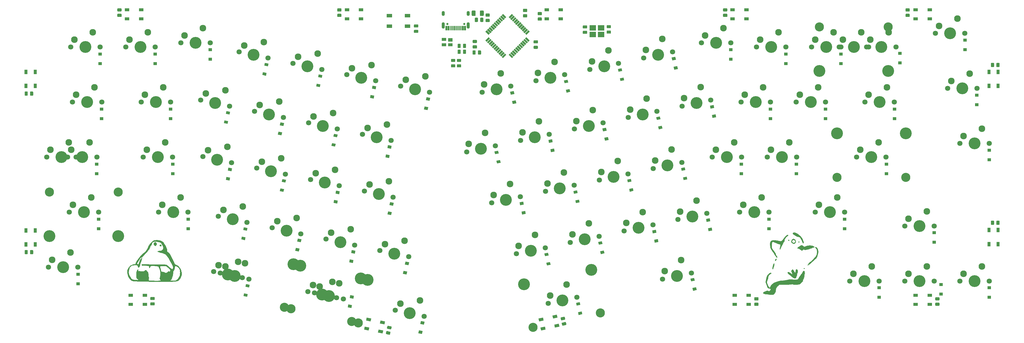
<source format=gbs>
%TF.GenerationSoftware,KiCad,Pcbnew,(5.1.4)-1*%
%TF.CreationDate,2020-09-07T21:46:20+12:00*%
%TF.ProjectId,puffazz-arisu-v2,70756666-617a-47a2-9d61-726973752d76,rev?*%
%TF.SameCoordinates,Original*%
%TF.FileFunction,Soldermask,Bot*%
%TF.FilePolarity,Negative*%
%FSLAX46Y46*%
G04 Gerber Fmt 4.6, Leading zero omitted, Abs format (unit mm)*
G04 Created by KiCad (PCBNEW (5.1.4)-1) date 2020-09-07 21:46:20*
%MOMM*%
%LPD*%
G04 APERTURE LIST*
%ADD10C,0.010000*%
%ADD11C,2.300000*%
%ADD12C,4.100000*%
%ADD13C,1.800000*%
%ADD14C,3.150000*%
%ADD15R,1.600000X1.100000*%
%ADD16R,1.100000X1.600000*%
%ADD17C,1.100000*%
%ADD18C,0.100000*%
%ADD19C,1.075000*%
%ADD20R,2.200000X1.900000*%
%ADD21R,0.700000X1.550000*%
%ADD22R,0.400000X1.550000*%
%ADD23C,0.750000*%
%ADD24O,1.100000X2.200000*%
%ADD25O,1.100000X1.700000*%
%ADD26C,0.650000*%
%ADD27R,1.900000X1.200000*%
%ADD28C,1.350000*%
%ADD29R,1.300000X1.000000*%
%ADD30C,1.000000*%
%ADD31R,1.500000X1.100000*%
%ADD32R,1.500000X1.300000*%
G04 APERTURE END LIST*
D10*
%TO.C,G\002A\002A\002A*%
G36*
X81209642Y-131388812D02*
G01*
X81026000Y-131433861D01*
X80765985Y-131524692D01*
X80534940Y-131654010D01*
X80286689Y-131853185D01*
X79992784Y-132135749D01*
X79577795Y-132577323D01*
X79274358Y-132964937D01*
X79054132Y-133340039D01*
X78888773Y-133744079D01*
X78884603Y-133756373D01*
X78700566Y-134173164D01*
X78428049Y-134634837D01*
X78106034Y-135085129D01*
X77773504Y-135467778D01*
X77569828Y-135653864D01*
X77033025Y-136096868D01*
X76612897Y-136480408D01*
X76280766Y-136831892D01*
X76087476Y-137070629D01*
X75846784Y-137372130D01*
X75581879Y-137680149D01*
X75436725Y-137837334D01*
X75270022Y-138045723D01*
X75077153Y-138339786D01*
X74881400Y-138676663D01*
X74706045Y-139013497D01*
X74574369Y-139307428D01*
X74509654Y-139515598D01*
X74506666Y-139549445D01*
X74432966Y-139629905D01*
X74273833Y-139658583D01*
X73992639Y-139694290D01*
X73631628Y-139785899D01*
X73262001Y-139912713D01*
X73003684Y-140027798D01*
X72707703Y-140237063D01*
X72393012Y-140548489D01*
X72103044Y-140909722D01*
X71881232Y-141268407D01*
X71789275Y-141491647D01*
X71690459Y-142079655D01*
X71706998Y-142714188D01*
X71827289Y-143358073D01*
X72039728Y-143974137D01*
X72332711Y-144525206D01*
X72694635Y-144974108D01*
X72940333Y-145179138D01*
X73241004Y-145343044D01*
X73588687Y-145471983D01*
X73702333Y-145500061D01*
X73897797Y-145522872D01*
X74246199Y-145545168D01*
X74731147Y-145566739D01*
X75336247Y-145587378D01*
X76045104Y-145606873D01*
X76841325Y-145625015D01*
X77708515Y-145641596D01*
X78630281Y-145656406D01*
X79590230Y-145669236D01*
X80571966Y-145679875D01*
X81559097Y-145688115D01*
X82535228Y-145693747D01*
X83483966Y-145696560D01*
X84388917Y-145696346D01*
X85233686Y-145692895D01*
X86001880Y-145685998D01*
X86677105Y-145675446D01*
X86952666Y-145669289D01*
X87664804Y-145648171D01*
X88231563Y-145617423D01*
X88676894Y-145566585D01*
X89024749Y-145485201D01*
X89299080Y-145362811D01*
X89523840Y-145188957D01*
X89722980Y-144953182D01*
X89920451Y-144645026D01*
X90123290Y-144284875D01*
X90384007Y-143691274D01*
X90497179Y-143136113D01*
X90460770Y-142633568D01*
X90429062Y-142535711D01*
X89926018Y-142535711D01*
X89900374Y-143028438D01*
X89828831Y-143490988D01*
X89761884Y-143739204D01*
X89548673Y-144213861D01*
X89249678Y-144646585D01*
X88896474Y-145003599D01*
X88520636Y-145251129D01*
X88265000Y-145340355D01*
X88012472Y-145374410D01*
X87685688Y-145394570D01*
X87333948Y-145400856D01*
X87006550Y-145393290D01*
X86752794Y-145371895D01*
X86626127Y-145339620D01*
X86560063Y-145257935D01*
X86608391Y-145206800D01*
X86806902Y-145006847D01*
X87000091Y-144675440D01*
X87174981Y-144250284D01*
X87318594Y-143769085D01*
X87417950Y-143269548D01*
X87460071Y-142789380D01*
X87460666Y-142730718D01*
X87465723Y-142398653D01*
X87490438Y-142185517D01*
X87549133Y-142040988D01*
X87656128Y-141914745D01*
X87706586Y-141866548D01*
X87750634Y-141815539D01*
X86529333Y-141815539D01*
X86489762Y-142084485D01*
X86365355Y-142209573D01*
X86147573Y-142198116D01*
X86100297Y-142182992D01*
X85942917Y-142145264D01*
X85817352Y-142182304D01*
X85667872Y-142318794D01*
X85584984Y-142411223D01*
X85403132Y-142599968D01*
X85254505Y-142682824D01*
X85071436Y-142689895D01*
X84982158Y-142679430D01*
X84729292Y-142617940D01*
X84532667Y-142523754D01*
X84510923Y-142506299D01*
X84343520Y-142425909D01*
X84075899Y-142367318D01*
X83912382Y-142350957D01*
X83690750Y-142334753D01*
X83535663Y-142297590D01*
X83426191Y-142211344D01*
X83341410Y-142047890D01*
X83260391Y-141779101D01*
X83162207Y-141376854D01*
X83150288Y-141326727D01*
X83042684Y-140880715D01*
X82983672Y-140575956D01*
X82994147Y-140386648D01*
X83095006Y-140286991D01*
X83307143Y-140251183D01*
X83651455Y-140253424D01*
X84010500Y-140264595D01*
X85047666Y-140292667D01*
X85788500Y-140922306D01*
X86115625Y-141206203D01*
X86331291Y-141412326D01*
X86457466Y-141567162D01*
X86516119Y-141697199D01*
X86529333Y-141815539D01*
X87750634Y-141815539D01*
X87860577Y-141688222D01*
X87951346Y-141473567D01*
X88005412Y-141158167D01*
X88008130Y-141134079D01*
X88040776Y-140843221D01*
X88053848Y-140730371D01*
X87526667Y-140730371D01*
X87520026Y-140998864D01*
X87427473Y-141202834D01*
X87306872Y-141318733D01*
X87164481Y-141355363D01*
X86981964Y-141303834D01*
X86740990Y-141155251D01*
X86423223Y-140900724D01*
X86010331Y-140531360D01*
X85974088Y-140497921D01*
X85734066Y-140278722D01*
X85530042Y-140110250D01*
X85335328Y-139986176D01*
X85123234Y-139900170D01*
X84867070Y-139845904D01*
X84540148Y-139817049D01*
X84115776Y-139807277D01*
X83567267Y-139810259D01*
X83100333Y-139816473D01*
X82453532Y-139819329D01*
X81692910Y-139812699D01*
X80873649Y-139797688D01*
X80050930Y-139775397D01*
X79279933Y-139746929D01*
X79013491Y-139734794D01*
X78306088Y-139702297D01*
X77750983Y-139681160D01*
X77331528Y-139671345D01*
X77031070Y-139672813D01*
X76832961Y-139685526D01*
X76720549Y-139709444D01*
X76687060Y-139729406D01*
X76633147Y-139872775D01*
X76704553Y-140011446D01*
X76863282Y-140095977D01*
X76973091Y-140101584D01*
X77227328Y-140081039D01*
X77385333Y-140073362D01*
X77582612Y-140079416D01*
X77871471Y-140102414D01*
X78207687Y-140137056D01*
X78547039Y-140178045D01*
X78845302Y-140220085D01*
X79058255Y-140257877D01*
X79140120Y-140283565D01*
X79169261Y-140390149D01*
X79185329Y-140599412D01*
X79186424Y-140675086D01*
X79220528Y-140914273D01*
X79304141Y-141003061D01*
X79409213Y-140941579D01*
X79507696Y-140729957D01*
X79523160Y-140673537D01*
X79584312Y-140474319D01*
X79669661Y-140335884D01*
X79806796Y-140249367D01*
X80023307Y-140205903D01*
X80346783Y-140196628D01*
X80804814Y-140212676D01*
X80936956Y-140219266D01*
X81387188Y-140250478D01*
X81778746Y-140292931D01*
X82073330Y-140341654D01*
X82222785Y-140386194D01*
X82466466Y-140590988D01*
X82690394Y-140935004D01*
X82878993Y-141388180D01*
X83016038Y-141917068D01*
X83104173Y-142460919D01*
X83134823Y-142923294D01*
X83107403Y-143379719D01*
X83021322Y-143905720D01*
X82999729Y-144012762D01*
X82856791Y-144707174D01*
X83084396Y-145005579D01*
X83222571Y-145198211D01*
X83303354Y-145333027D01*
X83312000Y-145359492D01*
X83232043Y-145379893D01*
X83010865Y-145395450D01*
X82676503Y-145406348D01*
X82256994Y-145412773D01*
X81780374Y-145414909D01*
X81274682Y-145412942D01*
X80767954Y-145407056D01*
X80288227Y-145397437D01*
X79863540Y-145384269D01*
X79521927Y-145367738D01*
X79291428Y-145348028D01*
X79211178Y-145332429D01*
X79043035Y-145188064D01*
X78994609Y-144942154D01*
X79070187Y-144617052D01*
X79072688Y-144610667D01*
X79089477Y-144405055D01*
X79030504Y-144130998D01*
X79024404Y-144113189D01*
X78966565Y-143861015D01*
X78925247Y-143514402D01*
X78909334Y-143148070D01*
X78909333Y-143145534D01*
X78904789Y-142813569D01*
X78880656Y-142598817D01*
X78821180Y-142449200D01*
X78710608Y-142312643D01*
X78634166Y-142235860D01*
X78439727Y-142038259D01*
X78283896Y-141868494D01*
X78249828Y-141827681D01*
X78137822Y-141718741D01*
X78020308Y-141710248D01*
X77853477Y-141809960D01*
X77714395Y-141922500D01*
X77541108Y-142040264D01*
X77334280Y-142114909D01*
X77063477Y-142149336D01*
X76698265Y-142146450D01*
X76208210Y-142109152D01*
X75988333Y-142087126D01*
X75706448Y-142058366D01*
X75493883Y-142037959D01*
X75410106Y-142031188D01*
X75377097Y-141957851D01*
X75393541Y-141784256D01*
X75395666Y-141774334D01*
X75414303Y-141575143D01*
X75364198Y-141509823D01*
X75264123Y-141567278D01*
X75132849Y-141736410D01*
X74989146Y-142006124D01*
X74983896Y-142017754D01*
X74876870Y-142279171D01*
X74810228Y-142519618D01*
X74774883Y-142794069D01*
X74761750Y-143157494D01*
X74760666Y-143368437D01*
X74770819Y-143855767D01*
X74807858Y-144206780D01*
X74881659Y-144453638D01*
X75002094Y-144628499D01*
X75179037Y-144763524D01*
X75191214Y-144770794D01*
X75359965Y-144907216D01*
X75437454Y-145042336D01*
X75438000Y-145051653D01*
X75419599Y-145111003D01*
X75345184Y-145145853D01*
X75185939Y-145158782D01*
X74913047Y-145152367D01*
X74541152Y-145131859D01*
X74121100Y-145101500D01*
X73826184Y-145064458D01*
X73612242Y-145010493D01*
X73435113Y-144929368D01*
X73298801Y-144843826D01*
X73050826Y-144630728D01*
X72890795Y-144403033D01*
X72872752Y-144356667D01*
X72753652Y-144107651D01*
X72595595Y-143891000D01*
X72326222Y-143483576D01*
X72168804Y-142989037D01*
X72117418Y-142441819D01*
X72166145Y-141876361D01*
X72309062Y-141327101D01*
X72540248Y-140828477D01*
X72853782Y-140414926D01*
X73243742Y-140120888D01*
X73243844Y-140120835D01*
X73447412Y-140057474D01*
X73752943Y-140011219D01*
X74112626Y-139983548D01*
X74478650Y-139975939D01*
X74803202Y-139989871D01*
X75038472Y-140026820D01*
X75119655Y-140062850D01*
X75224805Y-140217905D01*
X75302430Y-140447162D01*
X75305980Y-140465017D01*
X75380992Y-140684287D01*
X75503603Y-140758081D01*
X75513381Y-140758334D01*
X75698584Y-140698675D01*
X75853585Y-140509864D01*
X75987427Y-140177150D01*
X76075471Y-139841521D01*
X76178780Y-139441941D01*
X76315916Y-138982480D01*
X76457776Y-138560459D01*
X76462229Y-138548221D01*
X76576882Y-138208219D01*
X76662987Y-137903654D01*
X76705784Y-137688319D01*
X76708000Y-137652440D01*
X76698304Y-137499499D01*
X76641674Y-137495793D01*
X76547943Y-137574938D01*
X76382873Y-137778731D01*
X76191953Y-138097989D01*
X75998799Y-138486229D01*
X75827028Y-138896969D01*
X75726387Y-139192000D01*
X75644015Y-139460914D01*
X75581324Y-139655886D01*
X75554268Y-139729224D01*
X75467774Y-139733443D01*
X75285116Y-139703586D01*
X75274721Y-139701330D01*
X75083117Y-139617307D01*
X75020648Y-139468428D01*
X75087841Y-139240794D01*
X75285222Y-138920509D01*
X75305409Y-138892198D01*
X75508208Y-138589247D01*
X75700578Y-138268819D01*
X75780390Y-138120086D01*
X76005908Y-137743177D01*
X76247098Y-137464774D01*
X76479328Y-137310142D01*
X76592531Y-137287000D01*
X76790166Y-137209103D01*
X77009173Y-136988504D01*
X77021191Y-136972774D01*
X77171700Y-136791667D01*
X77410239Y-136525594D01*
X77705006Y-136209232D01*
X78024202Y-135877259D01*
X78049962Y-135850941D01*
X78577992Y-135287056D01*
X78982504Y-134794612D01*
X79280274Y-134350227D01*
X79488079Y-133930518D01*
X79552060Y-133757487D01*
X79667776Y-133476717D01*
X79802981Y-133237205D01*
X79859609Y-133164125D01*
X79983574Y-132976626D01*
X80112141Y-132701814D01*
X80174950Y-132529125D01*
X80328244Y-132192930D01*
X80549418Y-131961238D01*
X80856080Y-131828699D01*
X81265838Y-131789961D01*
X81796301Y-131839673D01*
X82199615Y-131913836D01*
X82693855Y-132031693D01*
X83056539Y-132163355D01*
X83325045Y-132334251D01*
X83536751Y-132569810D01*
X83729035Y-132895461D01*
X83774038Y-132984955D01*
X83999088Y-133546341D01*
X84078702Y-134021537D01*
X84012866Y-134410362D01*
X83898100Y-134609117D01*
X83714996Y-134804834D01*
X83505059Y-134934570D01*
X83223360Y-135016497D01*
X82824966Y-135068789D01*
X82743967Y-135075907D01*
X82391407Y-135119263D01*
X82176024Y-135175288D01*
X82106441Y-135238143D01*
X82191282Y-135301990D01*
X82347618Y-135344239D01*
X82609353Y-135430664D01*
X82810957Y-135538210D01*
X83040851Y-135638713D01*
X83294391Y-135678333D01*
X83509689Y-135710967D01*
X83817254Y-135797137D01*
X84155682Y-135919251D01*
X84203506Y-135938827D01*
X84530098Y-136086265D01*
X84780211Y-136237117D01*
X85007753Y-136432280D01*
X85266635Y-136712646D01*
X85347537Y-136806661D01*
X85608011Y-137130022D01*
X85850153Y-137462071D01*
X86033016Y-137745670D01*
X86074480Y-137821042D01*
X86232023Y-138113880D01*
X86432039Y-138466354D01*
X86601328Y-138752376D01*
X86984343Y-139408862D01*
X87263273Y-139948562D01*
X87442565Y-140384667D01*
X87526667Y-140730371D01*
X88053848Y-140730371D01*
X88067579Y-140611849D01*
X88079710Y-140513408D01*
X88159035Y-140372273D01*
X88236553Y-140306767D01*
X88443433Y-140270235D01*
X88711726Y-140357258D01*
X89013037Y-140547836D01*
X89318969Y-140821969D01*
X89601126Y-141159657D01*
X89733370Y-141360994D01*
X89841935Y-141653538D01*
X89906345Y-142061261D01*
X89926018Y-142535711D01*
X90429062Y-142535711D01*
X90391531Y-142419884D01*
X90302617Y-142153403D01*
X90256470Y-141910267D01*
X90254655Y-141869827D01*
X90210056Y-141699493D01*
X90091086Y-141436855D01*
X89919969Y-141128689D01*
X89845746Y-141009148D01*
X89631071Y-140687688D01*
X89450005Y-140467043D01*
X89252466Y-140300824D01*
X88988374Y-140142638D01*
X88808590Y-140048399D01*
X88428919Y-139847777D01*
X88171662Y-139690271D01*
X88005782Y-139547403D01*
X87900240Y-139390696D01*
X87823995Y-139191673D01*
X87804450Y-139127137D01*
X87717602Y-138895003D01*
X87571881Y-138568717D01*
X87391752Y-138201531D01*
X87289689Y-138006667D01*
X87088503Y-137616142D01*
X86896178Y-137215466D01*
X86743045Y-136868862D01*
X86694671Y-136746757D01*
X86432438Y-136224528D01*
X86079120Y-135787186D01*
X85667946Y-135475659D01*
X85658586Y-135470576D01*
X85465901Y-135340265D01*
X85402546Y-135206785D01*
X85409553Y-135119583D01*
X85409187Y-134852782D01*
X85342072Y-134489298D01*
X85224770Y-134079868D01*
X85073844Y-133675231D01*
X84905854Y-133326127D01*
X84749033Y-133096000D01*
X84617638Y-132916840D01*
X84465074Y-132665208D01*
X84408632Y-132560452D01*
X84163158Y-132169995D01*
X83864220Y-131879895D01*
X83464982Y-131650121D01*
X83227333Y-131550796D01*
X82572793Y-131374336D01*
X81878585Y-131319192D01*
X81209642Y-131388812D01*
X81209642Y-131388812D01*
G37*
X81209642Y-131388812D02*
X81026000Y-131433861D01*
X80765985Y-131524692D01*
X80534940Y-131654010D01*
X80286689Y-131853185D01*
X79992784Y-132135749D01*
X79577795Y-132577323D01*
X79274358Y-132964937D01*
X79054132Y-133340039D01*
X78888773Y-133744079D01*
X78884603Y-133756373D01*
X78700566Y-134173164D01*
X78428049Y-134634837D01*
X78106034Y-135085129D01*
X77773504Y-135467778D01*
X77569828Y-135653864D01*
X77033025Y-136096868D01*
X76612897Y-136480408D01*
X76280766Y-136831892D01*
X76087476Y-137070629D01*
X75846784Y-137372130D01*
X75581879Y-137680149D01*
X75436725Y-137837334D01*
X75270022Y-138045723D01*
X75077153Y-138339786D01*
X74881400Y-138676663D01*
X74706045Y-139013497D01*
X74574369Y-139307428D01*
X74509654Y-139515598D01*
X74506666Y-139549445D01*
X74432966Y-139629905D01*
X74273833Y-139658583D01*
X73992639Y-139694290D01*
X73631628Y-139785899D01*
X73262001Y-139912713D01*
X73003684Y-140027798D01*
X72707703Y-140237063D01*
X72393012Y-140548489D01*
X72103044Y-140909722D01*
X71881232Y-141268407D01*
X71789275Y-141491647D01*
X71690459Y-142079655D01*
X71706998Y-142714188D01*
X71827289Y-143358073D01*
X72039728Y-143974137D01*
X72332711Y-144525206D01*
X72694635Y-144974108D01*
X72940333Y-145179138D01*
X73241004Y-145343044D01*
X73588687Y-145471983D01*
X73702333Y-145500061D01*
X73897797Y-145522872D01*
X74246199Y-145545168D01*
X74731147Y-145566739D01*
X75336247Y-145587378D01*
X76045104Y-145606873D01*
X76841325Y-145625015D01*
X77708515Y-145641596D01*
X78630281Y-145656406D01*
X79590230Y-145669236D01*
X80571966Y-145679875D01*
X81559097Y-145688115D01*
X82535228Y-145693747D01*
X83483966Y-145696560D01*
X84388917Y-145696346D01*
X85233686Y-145692895D01*
X86001880Y-145685998D01*
X86677105Y-145675446D01*
X86952666Y-145669289D01*
X87664804Y-145648171D01*
X88231563Y-145617423D01*
X88676894Y-145566585D01*
X89024749Y-145485201D01*
X89299080Y-145362811D01*
X89523840Y-145188957D01*
X89722980Y-144953182D01*
X89920451Y-144645026D01*
X90123290Y-144284875D01*
X90384007Y-143691274D01*
X90497179Y-143136113D01*
X90460770Y-142633568D01*
X90429062Y-142535711D01*
X89926018Y-142535711D01*
X89900374Y-143028438D01*
X89828831Y-143490988D01*
X89761884Y-143739204D01*
X89548673Y-144213861D01*
X89249678Y-144646585D01*
X88896474Y-145003599D01*
X88520636Y-145251129D01*
X88265000Y-145340355D01*
X88012472Y-145374410D01*
X87685688Y-145394570D01*
X87333948Y-145400856D01*
X87006550Y-145393290D01*
X86752794Y-145371895D01*
X86626127Y-145339620D01*
X86560063Y-145257935D01*
X86608391Y-145206800D01*
X86806902Y-145006847D01*
X87000091Y-144675440D01*
X87174981Y-144250284D01*
X87318594Y-143769085D01*
X87417950Y-143269548D01*
X87460071Y-142789380D01*
X87460666Y-142730718D01*
X87465723Y-142398653D01*
X87490438Y-142185517D01*
X87549133Y-142040988D01*
X87656128Y-141914745D01*
X87706586Y-141866548D01*
X87750634Y-141815539D01*
X86529333Y-141815539D01*
X86489762Y-142084485D01*
X86365355Y-142209573D01*
X86147573Y-142198116D01*
X86100297Y-142182992D01*
X85942917Y-142145264D01*
X85817352Y-142182304D01*
X85667872Y-142318794D01*
X85584984Y-142411223D01*
X85403132Y-142599968D01*
X85254505Y-142682824D01*
X85071436Y-142689895D01*
X84982158Y-142679430D01*
X84729292Y-142617940D01*
X84532667Y-142523754D01*
X84510923Y-142506299D01*
X84343520Y-142425909D01*
X84075899Y-142367318D01*
X83912382Y-142350957D01*
X83690750Y-142334753D01*
X83535663Y-142297590D01*
X83426191Y-142211344D01*
X83341410Y-142047890D01*
X83260391Y-141779101D01*
X83162207Y-141376854D01*
X83150288Y-141326727D01*
X83042684Y-140880715D01*
X82983672Y-140575956D01*
X82994147Y-140386648D01*
X83095006Y-140286991D01*
X83307143Y-140251183D01*
X83651455Y-140253424D01*
X84010500Y-140264595D01*
X85047666Y-140292667D01*
X85788500Y-140922306D01*
X86115625Y-141206203D01*
X86331291Y-141412326D01*
X86457466Y-141567162D01*
X86516119Y-141697199D01*
X86529333Y-141815539D01*
X87750634Y-141815539D01*
X87860577Y-141688222D01*
X87951346Y-141473567D01*
X88005412Y-141158167D01*
X88008130Y-141134079D01*
X88040776Y-140843221D01*
X88053848Y-140730371D01*
X87526667Y-140730371D01*
X87520026Y-140998864D01*
X87427473Y-141202834D01*
X87306872Y-141318733D01*
X87164481Y-141355363D01*
X86981964Y-141303834D01*
X86740990Y-141155251D01*
X86423223Y-140900724D01*
X86010331Y-140531360D01*
X85974088Y-140497921D01*
X85734066Y-140278722D01*
X85530042Y-140110250D01*
X85335328Y-139986176D01*
X85123234Y-139900170D01*
X84867070Y-139845904D01*
X84540148Y-139817049D01*
X84115776Y-139807277D01*
X83567267Y-139810259D01*
X83100333Y-139816473D01*
X82453532Y-139819329D01*
X81692910Y-139812699D01*
X80873649Y-139797688D01*
X80050930Y-139775397D01*
X79279933Y-139746929D01*
X79013491Y-139734794D01*
X78306088Y-139702297D01*
X77750983Y-139681160D01*
X77331528Y-139671345D01*
X77031070Y-139672813D01*
X76832961Y-139685526D01*
X76720549Y-139709444D01*
X76687060Y-139729406D01*
X76633147Y-139872775D01*
X76704553Y-140011446D01*
X76863282Y-140095977D01*
X76973091Y-140101584D01*
X77227328Y-140081039D01*
X77385333Y-140073362D01*
X77582612Y-140079416D01*
X77871471Y-140102414D01*
X78207687Y-140137056D01*
X78547039Y-140178045D01*
X78845302Y-140220085D01*
X79058255Y-140257877D01*
X79140120Y-140283565D01*
X79169261Y-140390149D01*
X79185329Y-140599412D01*
X79186424Y-140675086D01*
X79220528Y-140914273D01*
X79304141Y-141003061D01*
X79409213Y-140941579D01*
X79507696Y-140729957D01*
X79523160Y-140673537D01*
X79584312Y-140474319D01*
X79669661Y-140335884D01*
X79806796Y-140249367D01*
X80023307Y-140205903D01*
X80346783Y-140196628D01*
X80804814Y-140212676D01*
X80936956Y-140219266D01*
X81387188Y-140250478D01*
X81778746Y-140292931D01*
X82073330Y-140341654D01*
X82222785Y-140386194D01*
X82466466Y-140590988D01*
X82690394Y-140935004D01*
X82878993Y-141388180D01*
X83016038Y-141917068D01*
X83104173Y-142460919D01*
X83134823Y-142923294D01*
X83107403Y-143379719D01*
X83021322Y-143905720D01*
X82999729Y-144012762D01*
X82856791Y-144707174D01*
X83084396Y-145005579D01*
X83222571Y-145198211D01*
X83303354Y-145333027D01*
X83312000Y-145359492D01*
X83232043Y-145379893D01*
X83010865Y-145395450D01*
X82676503Y-145406348D01*
X82256994Y-145412773D01*
X81780374Y-145414909D01*
X81274682Y-145412942D01*
X80767954Y-145407056D01*
X80288227Y-145397437D01*
X79863540Y-145384269D01*
X79521927Y-145367738D01*
X79291428Y-145348028D01*
X79211178Y-145332429D01*
X79043035Y-145188064D01*
X78994609Y-144942154D01*
X79070187Y-144617052D01*
X79072688Y-144610667D01*
X79089477Y-144405055D01*
X79030504Y-144130998D01*
X79024404Y-144113189D01*
X78966565Y-143861015D01*
X78925247Y-143514402D01*
X78909334Y-143148070D01*
X78909333Y-143145534D01*
X78904789Y-142813569D01*
X78880656Y-142598817D01*
X78821180Y-142449200D01*
X78710608Y-142312643D01*
X78634166Y-142235860D01*
X78439727Y-142038259D01*
X78283896Y-141868494D01*
X78249828Y-141827681D01*
X78137822Y-141718741D01*
X78020308Y-141710248D01*
X77853477Y-141809960D01*
X77714395Y-141922500D01*
X77541108Y-142040264D01*
X77334280Y-142114909D01*
X77063477Y-142149336D01*
X76698265Y-142146450D01*
X76208210Y-142109152D01*
X75988333Y-142087126D01*
X75706448Y-142058366D01*
X75493883Y-142037959D01*
X75410106Y-142031188D01*
X75377097Y-141957851D01*
X75393541Y-141784256D01*
X75395666Y-141774334D01*
X75414303Y-141575143D01*
X75364198Y-141509823D01*
X75264123Y-141567278D01*
X75132849Y-141736410D01*
X74989146Y-142006124D01*
X74983896Y-142017754D01*
X74876870Y-142279171D01*
X74810228Y-142519618D01*
X74774883Y-142794069D01*
X74761750Y-143157494D01*
X74760666Y-143368437D01*
X74770819Y-143855767D01*
X74807858Y-144206780D01*
X74881659Y-144453638D01*
X75002094Y-144628499D01*
X75179037Y-144763524D01*
X75191214Y-144770794D01*
X75359965Y-144907216D01*
X75437454Y-145042336D01*
X75438000Y-145051653D01*
X75419599Y-145111003D01*
X75345184Y-145145853D01*
X75185939Y-145158782D01*
X74913047Y-145152367D01*
X74541152Y-145131859D01*
X74121100Y-145101500D01*
X73826184Y-145064458D01*
X73612242Y-145010493D01*
X73435113Y-144929368D01*
X73298801Y-144843826D01*
X73050826Y-144630728D01*
X72890795Y-144403033D01*
X72872752Y-144356667D01*
X72753652Y-144107651D01*
X72595595Y-143891000D01*
X72326222Y-143483576D01*
X72168804Y-142989037D01*
X72117418Y-142441819D01*
X72166145Y-141876361D01*
X72309062Y-141327101D01*
X72540248Y-140828477D01*
X72853782Y-140414926D01*
X73243742Y-140120888D01*
X73243844Y-140120835D01*
X73447412Y-140057474D01*
X73752943Y-140011219D01*
X74112626Y-139983548D01*
X74478650Y-139975939D01*
X74803202Y-139989871D01*
X75038472Y-140026820D01*
X75119655Y-140062850D01*
X75224805Y-140217905D01*
X75302430Y-140447162D01*
X75305980Y-140465017D01*
X75380992Y-140684287D01*
X75503603Y-140758081D01*
X75513381Y-140758334D01*
X75698584Y-140698675D01*
X75853585Y-140509864D01*
X75987427Y-140177150D01*
X76075471Y-139841521D01*
X76178780Y-139441941D01*
X76315916Y-138982480D01*
X76457776Y-138560459D01*
X76462229Y-138548221D01*
X76576882Y-138208219D01*
X76662987Y-137903654D01*
X76705784Y-137688319D01*
X76708000Y-137652440D01*
X76698304Y-137499499D01*
X76641674Y-137495793D01*
X76547943Y-137574938D01*
X76382873Y-137778731D01*
X76191953Y-138097989D01*
X75998799Y-138486229D01*
X75827028Y-138896969D01*
X75726387Y-139192000D01*
X75644015Y-139460914D01*
X75581324Y-139655886D01*
X75554268Y-139729224D01*
X75467774Y-139733443D01*
X75285116Y-139703586D01*
X75274721Y-139701330D01*
X75083117Y-139617307D01*
X75020648Y-139468428D01*
X75087841Y-139240794D01*
X75285222Y-138920509D01*
X75305409Y-138892198D01*
X75508208Y-138589247D01*
X75700578Y-138268819D01*
X75780390Y-138120086D01*
X76005908Y-137743177D01*
X76247098Y-137464774D01*
X76479328Y-137310142D01*
X76592531Y-137287000D01*
X76790166Y-137209103D01*
X77009173Y-136988504D01*
X77021191Y-136972774D01*
X77171700Y-136791667D01*
X77410239Y-136525594D01*
X77705006Y-136209232D01*
X78024202Y-135877259D01*
X78049962Y-135850941D01*
X78577992Y-135287056D01*
X78982504Y-134794612D01*
X79280274Y-134350227D01*
X79488079Y-133930518D01*
X79552060Y-133757487D01*
X79667776Y-133476717D01*
X79802981Y-133237205D01*
X79859609Y-133164125D01*
X79983574Y-132976626D01*
X80112141Y-132701814D01*
X80174950Y-132529125D01*
X80328244Y-132192930D01*
X80549418Y-131961238D01*
X80856080Y-131828699D01*
X81265838Y-131789961D01*
X81796301Y-131839673D01*
X82199615Y-131913836D01*
X82693855Y-132031693D01*
X83056539Y-132163355D01*
X83325045Y-132334251D01*
X83536751Y-132569810D01*
X83729035Y-132895461D01*
X83774038Y-132984955D01*
X83999088Y-133546341D01*
X84078702Y-134021537D01*
X84012866Y-134410362D01*
X83898100Y-134609117D01*
X83714996Y-134804834D01*
X83505059Y-134934570D01*
X83223360Y-135016497D01*
X82824966Y-135068789D01*
X82743967Y-135075907D01*
X82391407Y-135119263D01*
X82176024Y-135175288D01*
X82106441Y-135238143D01*
X82191282Y-135301990D01*
X82347618Y-135344239D01*
X82609353Y-135430664D01*
X82810957Y-135538210D01*
X83040851Y-135638713D01*
X83294391Y-135678333D01*
X83509689Y-135710967D01*
X83817254Y-135797137D01*
X84155682Y-135919251D01*
X84203506Y-135938827D01*
X84530098Y-136086265D01*
X84780211Y-136237117D01*
X85007753Y-136432280D01*
X85266635Y-136712646D01*
X85347537Y-136806661D01*
X85608011Y-137130022D01*
X85850153Y-137462071D01*
X86033016Y-137745670D01*
X86074480Y-137821042D01*
X86232023Y-138113880D01*
X86432039Y-138466354D01*
X86601328Y-138752376D01*
X86984343Y-139408862D01*
X87263273Y-139948562D01*
X87442565Y-140384667D01*
X87526667Y-140730371D01*
X88053848Y-140730371D01*
X88067579Y-140611849D01*
X88079710Y-140513408D01*
X88159035Y-140372273D01*
X88236553Y-140306767D01*
X88443433Y-140270235D01*
X88711726Y-140357258D01*
X89013037Y-140547836D01*
X89318969Y-140821969D01*
X89601126Y-141159657D01*
X89733370Y-141360994D01*
X89841935Y-141653538D01*
X89906345Y-142061261D01*
X89926018Y-142535711D01*
X90429062Y-142535711D01*
X90391531Y-142419884D01*
X90302617Y-142153403D01*
X90256470Y-141910267D01*
X90254655Y-141869827D01*
X90210056Y-141699493D01*
X90091086Y-141436855D01*
X89919969Y-141128689D01*
X89845746Y-141009148D01*
X89631071Y-140687688D01*
X89450005Y-140467043D01*
X89252466Y-140300824D01*
X88988374Y-140142638D01*
X88808590Y-140048399D01*
X88428919Y-139847777D01*
X88171662Y-139690271D01*
X88005782Y-139547403D01*
X87900240Y-139390696D01*
X87823995Y-139191673D01*
X87804450Y-139127137D01*
X87717602Y-138895003D01*
X87571881Y-138568717D01*
X87391752Y-138201531D01*
X87289689Y-138006667D01*
X87088503Y-137616142D01*
X86896178Y-137215466D01*
X86743045Y-136868862D01*
X86694671Y-136746757D01*
X86432438Y-136224528D01*
X86079120Y-135787186D01*
X85667946Y-135475659D01*
X85658586Y-135470576D01*
X85465901Y-135340265D01*
X85402546Y-135206785D01*
X85409553Y-135119583D01*
X85409187Y-134852782D01*
X85342072Y-134489298D01*
X85224770Y-134079868D01*
X85073844Y-133675231D01*
X84905854Y-133326127D01*
X84749033Y-133096000D01*
X84617638Y-132916840D01*
X84465074Y-132665208D01*
X84408632Y-132560452D01*
X84163158Y-132169995D01*
X83864220Y-131879895D01*
X83464982Y-131650121D01*
X83227333Y-131550796D01*
X82572793Y-131374336D01*
X81878585Y-131319192D01*
X81209642Y-131388812D01*
G36*
X82891462Y-132984342D02*
G01*
X82807783Y-133122772D01*
X82859469Y-133290065D01*
X82937975Y-133365571D01*
X83152992Y-133468617D01*
X83328016Y-133417100D01*
X83402556Y-133342903D01*
X83463786Y-133171790D01*
X83385142Y-133023280D01*
X83195337Y-132935888D01*
X83092265Y-132926667D01*
X82891462Y-132984342D01*
X82891462Y-132984342D01*
G37*
X82891462Y-132984342D02*
X82807783Y-133122772D01*
X82859469Y-133290065D01*
X82937975Y-133365571D01*
X83152992Y-133468617D01*
X83328016Y-133417100D01*
X83402556Y-133342903D01*
X83463786Y-133171790D01*
X83385142Y-133023280D01*
X83195337Y-132935888D01*
X83092265Y-132926667D01*
X82891462Y-132984342D01*
G36*
X81010089Y-132216437D02*
G01*
X80915507Y-132357926D01*
X80813309Y-132572554D01*
X80809046Y-132745477D01*
X80853145Y-132875833D01*
X80992013Y-133071849D01*
X81199418Y-133234225D01*
X81403003Y-133307330D01*
X81414832Y-133307667D01*
X81496909Y-133253850D01*
X81642391Y-133122065D01*
X81664848Y-133099849D01*
X81836167Y-132855260D01*
X81845181Y-132613391D01*
X81690853Y-132355711D01*
X81618922Y-132278897D01*
X81384080Y-132096757D01*
X81188332Y-132075129D01*
X81010089Y-132216437D01*
X81010089Y-132216437D01*
G37*
X81010089Y-132216437D02*
X80915507Y-132357926D01*
X80813309Y-132572554D01*
X80809046Y-132745477D01*
X80853145Y-132875833D01*
X80992013Y-133071849D01*
X81199418Y-133234225D01*
X81403003Y-133307330D01*
X81414832Y-133307667D01*
X81496909Y-133253850D01*
X81642391Y-133122065D01*
X81664848Y-133099849D01*
X81836167Y-132855260D01*
X81845181Y-132613391D01*
X81690853Y-132355711D01*
X81618922Y-132278897D01*
X81384080Y-132096757D01*
X81188332Y-132075129D01*
X81010089Y-132216437D01*
G36*
X305605194Y-141960643D02*
G01*
X305519755Y-142070667D01*
X305290533Y-142512953D01*
X305057775Y-142869470D01*
X304780428Y-143207097D01*
X304547437Y-143496830D01*
X304290596Y-143859072D01*
X304064742Y-144216392D01*
X304060836Y-144223097D01*
X303881776Y-144517449D01*
X303718998Y-144761262D01*
X303601934Y-144911024D01*
X303583877Y-144928167D01*
X303435551Y-144978651D01*
X303160319Y-145013038D01*
X302799871Y-145030991D01*
X302395899Y-145032177D01*
X301990094Y-145016258D01*
X301624148Y-144982901D01*
X301398626Y-144945742D01*
X301191019Y-144911792D01*
X300977585Y-144907094D01*
X300716329Y-144935672D01*
X300365255Y-145001547D01*
X300016333Y-145078172D01*
X299510615Y-145179770D01*
X298948431Y-145272185D01*
X298415184Y-145342166D01*
X298153666Y-145367188D01*
X297744788Y-145409515D01*
X297365179Y-145468026D01*
X297068316Y-145533557D01*
X296949886Y-145573425D01*
X296688685Y-145664193D01*
X296451133Y-145709997D01*
X296417905Y-145711334D01*
X296163149Y-145766014D01*
X295806397Y-145922108D01*
X295371467Y-146167692D01*
X294936333Y-146452974D01*
X294587566Y-146738423D01*
X294335920Y-147062831D01*
X294227272Y-147259886D01*
X294062245Y-147551106D01*
X293915397Y-147713465D01*
X293775055Y-147740722D01*
X293629545Y-147626636D01*
X293467193Y-147364966D01*
X293276325Y-146949472D01*
X293172030Y-146695749D01*
X293022490Y-146306350D01*
X292939974Y-146018502D01*
X292922082Y-145779310D01*
X292966412Y-145535877D01*
X293070563Y-145235310D01*
X293102057Y-145154246D01*
X293220512Y-144815975D01*
X293317398Y-144475945D01*
X293358415Y-144283035D01*
X293513230Y-143771634D01*
X293790010Y-143342654D01*
X294155215Y-143037117D01*
X294353221Y-142900302D01*
X294461375Y-142785930D01*
X294467719Y-142743230D01*
X294328480Y-142668232D01*
X294090300Y-142698389D01*
X293782884Y-142828748D01*
X293710391Y-142869514D01*
X293378629Y-143158063D01*
X293092167Y-143608537D01*
X292850774Y-144221407D01*
X292654217Y-144997143D01*
X292647607Y-145029951D01*
X292470817Y-145914903D01*
X292782721Y-146790347D01*
X292961581Y-147272128D01*
X293110289Y-147613105D01*
X293245089Y-147835327D01*
X293382226Y-147960843D01*
X293537944Y-148011703D01*
X293683977Y-148013649D01*
X293978772Y-148053292D01*
X294165958Y-148193280D01*
X294235349Y-148395457D01*
X294176760Y-148621668D01*
X293980004Y-148833756D01*
X293914299Y-148876430D01*
X293711845Y-148974501D01*
X293532643Y-148983981D01*
X293326783Y-148928375D01*
X293145556Y-148879693D01*
X292979169Y-148874647D01*
X292774591Y-148920457D01*
X292478792Y-149024348D01*
X292398687Y-149054767D01*
X292000505Y-149237836D01*
X291743477Y-149424928D01*
X291636035Y-149607018D01*
X291686612Y-149775084D01*
X291705929Y-149796130D01*
X291846474Y-149861161D01*
X292124619Y-149930620D01*
X292508873Y-149999806D01*
X292967750Y-150064017D01*
X293469761Y-150118552D01*
X293983417Y-150158708D01*
X294217816Y-150171185D01*
X294613259Y-150185398D01*
X294882749Y-150182097D01*
X295069279Y-150155245D01*
X295215839Y-150098803D01*
X295359265Y-150010891D01*
X295635987Y-149729203D01*
X295834034Y-149328138D01*
X295936959Y-148845805D01*
X295947729Y-148647410D01*
X296026119Y-148192123D01*
X296255509Y-147736737D01*
X296642770Y-147268881D01*
X296796841Y-147118546D01*
X297212459Y-146729784D01*
X298635563Y-146746731D01*
X299224735Y-146745264D01*
X299828953Y-146729027D01*
X300391750Y-146700372D01*
X300856656Y-146661649D01*
X300955435Y-146650108D01*
X301364991Y-146601406D01*
X301644170Y-146579051D01*
X301829954Y-146583619D01*
X301959328Y-146615687D01*
X302056102Y-146667252D01*
X302161029Y-146721018D01*
X302292250Y-146750751D01*
X302483179Y-146757036D01*
X302767231Y-146740461D01*
X303177822Y-146701612D01*
X303298652Y-146689065D01*
X304337305Y-146580165D01*
X304843819Y-146068915D01*
X305075534Y-145821307D01*
X305251546Y-145607087D01*
X305343360Y-145461942D01*
X305350333Y-145434544D01*
X305383687Y-145300180D01*
X305471434Y-145062660D01*
X305595101Y-144771679D01*
X305604333Y-144751237D01*
X305780420Y-144279305D01*
X305856309Y-143874152D01*
X305858333Y-143809408D01*
X305882006Y-143469697D01*
X305940342Y-143122662D01*
X305954133Y-143066715D01*
X305990744Y-142796163D01*
X305972208Y-142520561D01*
X305911454Y-142269558D01*
X305821414Y-142072804D01*
X305715017Y-141959949D01*
X305605194Y-141960643D01*
X305605194Y-141960643D01*
G37*
X305605194Y-141960643D02*
X305519755Y-142070667D01*
X305290533Y-142512953D01*
X305057775Y-142869470D01*
X304780428Y-143207097D01*
X304547437Y-143496830D01*
X304290596Y-143859072D01*
X304064742Y-144216392D01*
X304060836Y-144223097D01*
X303881776Y-144517449D01*
X303718998Y-144761262D01*
X303601934Y-144911024D01*
X303583877Y-144928167D01*
X303435551Y-144978651D01*
X303160319Y-145013038D01*
X302799871Y-145030991D01*
X302395899Y-145032177D01*
X301990094Y-145016258D01*
X301624148Y-144982901D01*
X301398626Y-144945742D01*
X301191019Y-144911792D01*
X300977585Y-144907094D01*
X300716329Y-144935672D01*
X300365255Y-145001547D01*
X300016333Y-145078172D01*
X299510615Y-145179770D01*
X298948431Y-145272185D01*
X298415184Y-145342166D01*
X298153666Y-145367188D01*
X297744788Y-145409515D01*
X297365179Y-145468026D01*
X297068316Y-145533557D01*
X296949886Y-145573425D01*
X296688685Y-145664193D01*
X296451133Y-145709997D01*
X296417905Y-145711334D01*
X296163149Y-145766014D01*
X295806397Y-145922108D01*
X295371467Y-146167692D01*
X294936333Y-146452974D01*
X294587566Y-146738423D01*
X294335920Y-147062831D01*
X294227272Y-147259886D01*
X294062245Y-147551106D01*
X293915397Y-147713465D01*
X293775055Y-147740722D01*
X293629545Y-147626636D01*
X293467193Y-147364966D01*
X293276325Y-146949472D01*
X293172030Y-146695749D01*
X293022490Y-146306350D01*
X292939974Y-146018502D01*
X292922082Y-145779310D01*
X292966412Y-145535877D01*
X293070563Y-145235310D01*
X293102057Y-145154246D01*
X293220512Y-144815975D01*
X293317398Y-144475945D01*
X293358415Y-144283035D01*
X293513230Y-143771634D01*
X293790010Y-143342654D01*
X294155215Y-143037117D01*
X294353221Y-142900302D01*
X294461375Y-142785930D01*
X294467719Y-142743230D01*
X294328480Y-142668232D01*
X294090300Y-142698389D01*
X293782884Y-142828748D01*
X293710391Y-142869514D01*
X293378629Y-143158063D01*
X293092167Y-143608537D01*
X292850774Y-144221407D01*
X292654217Y-144997143D01*
X292647607Y-145029951D01*
X292470817Y-145914903D01*
X292782721Y-146790347D01*
X292961581Y-147272128D01*
X293110289Y-147613105D01*
X293245089Y-147835327D01*
X293382226Y-147960843D01*
X293537944Y-148011703D01*
X293683977Y-148013649D01*
X293978772Y-148053292D01*
X294165958Y-148193280D01*
X294235349Y-148395457D01*
X294176760Y-148621668D01*
X293980004Y-148833756D01*
X293914299Y-148876430D01*
X293711845Y-148974501D01*
X293532643Y-148983981D01*
X293326783Y-148928375D01*
X293145556Y-148879693D01*
X292979169Y-148874647D01*
X292774591Y-148920457D01*
X292478792Y-149024348D01*
X292398687Y-149054767D01*
X292000505Y-149237836D01*
X291743477Y-149424928D01*
X291636035Y-149607018D01*
X291686612Y-149775084D01*
X291705929Y-149796130D01*
X291846474Y-149861161D01*
X292124619Y-149930620D01*
X292508873Y-149999806D01*
X292967750Y-150064017D01*
X293469761Y-150118552D01*
X293983417Y-150158708D01*
X294217816Y-150171185D01*
X294613259Y-150185398D01*
X294882749Y-150182097D01*
X295069279Y-150155245D01*
X295215839Y-150098803D01*
X295359265Y-150010891D01*
X295635987Y-149729203D01*
X295834034Y-149328138D01*
X295936959Y-148845805D01*
X295947729Y-148647410D01*
X296026119Y-148192123D01*
X296255509Y-147736737D01*
X296642770Y-147268881D01*
X296796841Y-147118546D01*
X297212459Y-146729784D01*
X298635563Y-146746731D01*
X299224735Y-146745264D01*
X299828953Y-146729027D01*
X300391750Y-146700372D01*
X300856656Y-146661649D01*
X300955435Y-146650108D01*
X301364991Y-146601406D01*
X301644170Y-146579051D01*
X301829954Y-146583619D01*
X301959328Y-146615687D01*
X302056102Y-146667252D01*
X302161029Y-146721018D01*
X302292250Y-146750751D01*
X302483179Y-146757036D01*
X302767231Y-146740461D01*
X303177822Y-146701612D01*
X303298652Y-146689065D01*
X304337305Y-146580165D01*
X304843819Y-146068915D01*
X305075534Y-145821307D01*
X305251546Y-145607087D01*
X305343360Y-145461942D01*
X305350333Y-145434544D01*
X305383687Y-145300180D01*
X305471434Y-145062660D01*
X305595101Y-144771679D01*
X305604333Y-144751237D01*
X305780420Y-144279305D01*
X305856309Y-143874152D01*
X305858333Y-143809408D01*
X305882006Y-143469697D01*
X305940342Y-143122662D01*
X305954133Y-143066715D01*
X305990744Y-142796163D01*
X305972208Y-142520561D01*
X305911454Y-142269558D01*
X305821414Y-142072804D01*
X305715017Y-141959949D01*
X305605194Y-141960643D01*
G36*
X303130315Y-141438308D02*
G01*
X303014453Y-141522084D01*
X302929281Y-141690391D01*
X302863407Y-141974110D01*
X302820046Y-142279278D01*
X302775462Y-142520125D01*
X302718072Y-142671822D01*
X302683333Y-142699493D01*
X302606837Y-142626485D01*
X302480344Y-142438566D01*
X302328312Y-142172911D01*
X302293398Y-142106826D01*
X302132018Y-141824759D01*
X301981320Y-141609317D01*
X301869429Y-141499737D01*
X301854104Y-141493961D01*
X301680839Y-141535531D01*
X301512283Y-141687501D01*
X301396009Y-141896454D01*
X301371000Y-142036430D01*
X301420380Y-142263964D01*
X301531550Y-142481665D01*
X301663103Y-142721368D01*
X301722534Y-142945342D01*
X301701150Y-143104855D01*
X301650399Y-143147942D01*
X301536939Y-143114280D01*
X301348985Y-142991275D01*
X301184732Y-142855816D01*
X300809970Y-142554889D01*
X300515469Y-142398476D01*
X300296528Y-142384614D01*
X300199274Y-142444107D01*
X300122329Y-142616094D01*
X300198174Y-142830048D01*
X300429459Y-143090323D01*
X300752494Y-143352893D01*
X301090566Y-143611021D01*
X301462651Y-143907265D01*
X301721163Y-144121163D01*
X302013499Y-144351106D01*
X302237957Y-144477668D01*
X302439021Y-144524154D01*
X302493963Y-144526000D01*
X302716427Y-144497769D01*
X302864116Y-144428922D01*
X302871937Y-144420167D01*
X303057177Y-144104959D01*
X303208942Y-143707780D01*
X303290450Y-143340667D01*
X303346427Y-143060842D01*
X303427824Y-142824362D01*
X303455465Y-142772146D01*
X303552321Y-142522801D01*
X303580685Y-142231550D01*
X303550036Y-141937275D01*
X303469853Y-141678861D01*
X303349614Y-141495190D01*
X303198798Y-141425148D01*
X303130315Y-141438308D01*
X303130315Y-141438308D01*
G37*
X303130315Y-141438308D02*
X303014453Y-141522084D01*
X302929281Y-141690391D01*
X302863407Y-141974110D01*
X302820046Y-142279278D01*
X302775462Y-142520125D01*
X302718072Y-142671822D01*
X302683333Y-142699493D01*
X302606837Y-142626485D01*
X302480344Y-142438566D01*
X302328312Y-142172911D01*
X302293398Y-142106826D01*
X302132018Y-141824759D01*
X301981320Y-141609317D01*
X301869429Y-141499737D01*
X301854104Y-141493961D01*
X301680839Y-141535531D01*
X301512283Y-141687501D01*
X301396009Y-141896454D01*
X301371000Y-142036430D01*
X301420380Y-142263964D01*
X301531550Y-142481665D01*
X301663103Y-142721368D01*
X301722534Y-142945342D01*
X301701150Y-143104855D01*
X301650399Y-143147942D01*
X301536939Y-143114280D01*
X301348985Y-142991275D01*
X301184732Y-142855816D01*
X300809970Y-142554889D01*
X300515469Y-142398476D01*
X300296528Y-142384614D01*
X300199274Y-142444107D01*
X300122329Y-142616094D01*
X300198174Y-142830048D01*
X300429459Y-143090323D01*
X300752494Y-143352893D01*
X301090566Y-143611021D01*
X301462651Y-143907265D01*
X301721163Y-144121163D01*
X302013499Y-144351106D01*
X302237957Y-144477668D01*
X302439021Y-144524154D01*
X302493963Y-144526000D01*
X302716427Y-144497769D01*
X302864116Y-144428922D01*
X302871937Y-144420167D01*
X303057177Y-144104959D01*
X303208942Y-143707780D01*
X303290450Y-143340667D01*
X303346427Y-143060842D01*
X303427824Y-142824362D01*
X303455465Y-142772146D01*
X303552321Y-142522801D01*
X303580685Y-142231550D01*
X303550036Y-141937275D01*
X303469853Y-141678861D01*
X303349614Y-141495190D01*
X303198798Y-141425148D01*
X303130315Y-141438308D01*
G36*
X295319533Y-139437093D02*
G01*
X295223761Y-139636992D01*
X295117406Y-139919957D01*
X295013744Y-140244919D01*
X294926055Y-140570805D01*
X294867616Y-140856544D01*
X294850838Y-141033500D01*
X294864650Y-141252999D01*
X294898406Y-141379663D01*
X294915166Y-141392091D01*
X294976111Y-141318792D01*
X295071917Y-141128964D01*
X295169296Y-140895268D01*
X295264776Y-140600226D01*
X295344777Y-140268215D01*
X295403573Y-139938795D01*
X295435433Y-139651525D01*
X295434628Y-139445964D01*
X295395430Y-139361673D01*
X295391442Y-139361334D01*
X295319533Y-139437093D01*
X295319533Y-139437093D01*
G37*
X295319533Y-139437093D02*
X295223761Y-139636992D01*
X295117406Y-139919957D01*
X295013744Y-140244919D01*
X294926055Y-140570805D01*
X294867616Y-140856544D01*
X294850838Y-141033500D01*
X294864650Y-141252999D01*
X294898406Y-141379663D01*
X294915166Y-141392091D01*
X294976111Y-141318792D01*
X295071917Y-141128964D01*
X295169296Y-140895268D01*
X295264776Y-140600226D01*
X295344777Y-140268215D01*
X295403573Y-139938795D01*
X295435433Y-139651525D01*
X295434628Y-139445964D01*
X295395430Y-139361673D01*
X295391442Y-139361334D01*
X295319533Y-139437093D01*
G36*
X305724728Y-141060149D02*
G01*
X305646354Y-141177751D01*
X305652595Y-141233593D01*
X305771052Y-141305675D01*
X305894260Y-141233779D01*
X305900666Y-141224000D01*
X305923502Y-141087426D01*
X305840699Y-141019667D01*
X305724728Y-141060149D01*
X305724728Y-141060149D01*
G37*
X305724728Y-141060149D02*
X305646354Y-141177751D01*
X305652595Y-141233593D01*
X305771052Y-141305675D01*
X305894260Y-141233779D01*
X305900666Y-141224000D01*
X305923502Y-141087426D01*
X305840699Y-141019667D01*
X305724728Y-141060149D01*
G36*
X309583711Y-133855086D02*
G01*
X309583666Y-133858000D01*
X309647982Y-133940208D01*
X309668178Y-133942667D01*
X309756087Y-134008898D01*
X309894052Y-134179717D01*
X310005236Y-134344834D01*
X310133156Y-134566055D01*
X310209122Y-134764162D01*
X310246500Y-134997325D01*
X310258658Y-135323715D01*
X310259391Y-135450830D01*
X310250836Y-135843036D01*
X310214223Y-136134391D01*
X310136320Y-136392726D01*
X310028166Y-136636163D01*
X309829037Y-136964353D01*
X309529388Y-137356303D01*
X309164238Y-137774267D01*
X308768605Y-138180498D01*
X308377507Y-138537251D01*
X308025962Y-138806779D01*
X307996592Y-138826027D01*
X307732887Y-139018542D01*
X307513395Y-139218546D01*
X307412955Y-139342496D01*
X307256329Y-139591113D01*
X307116992Y-139801329D01*
X307013933Y-139985111D01*
X307032012Y-140055299D01*
X307167332Y-140012493D01*
X307415994Y-139857289D01*
X307594556Y-139728057D01*
X307871416Y-139506317D01*
X308216879Y-139208545D01*
X308580454Y-138879083D01*
X308821666Y-138650466D01*
X309138512Y-138349562D01*
X309443498Y-138070951D01*
X309698395Y-137848950D01*
X309844543Y-137732259D01*
X310009496Y-137592250D01*
X310129661Y-137425678D01*
X310231333Y-137185044D01*
X310333478Y-136849091D01*
X310432948Y-136498424D01*
X310525763Y-136178546D01*
X310594130Y-135950655D01*
X310601769Y-135926322D01*
X310692656Y-135371936D01*
X310621685Y-134820561D01*
X310394805Y-134297888D01*
X310147285Y-133963834D01*
X309988548Y-133844974D01*
X309803872Y-133780126D01*
X309650010Y-133779944D01*
X309583711Y-133855086D01*
X309583711Y-133855086D01*
G37*
X309583711Y-133855086D02*
X309583666Y-133858000D01*
X309647982Y-133940208D01*
X309668178Y-133942667D01*
X309756087Y-134008898D01*
X309894052Y-134179717D01*
X310005236Y-134344834D01*
X310133156Y-134566055D01*
X310209122Y-134764162D01*
X310246500Y-134997325D01*
X310258658Y-135323715D01*
X310259391Y-135450830D01*
X310250836Y-135843036D01*
X310214223Y-136134391D01*
X310136320Y-136392726D01*
X310028166Y-136636163D01*
X309829037Y-136964353D01*
X309529388Y-137356303D01*
X309164238Y-137774267D01*
X308768605Y-138180498D01*
X308377507Y-138537251D01*
X308025962Y-138806779D01*
X307996592Y-138826027D01*
X307732887Y-139018542D01*
X307513395Y-139218546D01*
X307412955Y-139342496D01*
X307256329Y-139591113D01*
X307116992Y-139801329D01*
X307013933Y-139985111D01*
X307032012Y-140055299D01*
X307167332Y-140012493D01*
X307415994Y-139857289D01*
X307594556Y-139728057D01*
X307871416Y-139506317D01*
X308216879Y-139208545D01*
X308580454Y-138879083D01*
X308821666Y-138650466D01*
X309138512Y-138349562D01*
X309443498Y-138070951D01*
X309698395Y-137848950D01*
X309844543Y-137732259D01*
X310009496Y-137592250D01*
X310129661Y-137425678D01*
X310231333Y-137185044D01*
X310333478Y-136849091D01*
X310432948Y-136498424D01*
X310525763Y-136178546D01*
X310594130Y-135950655D01*
X310601769Y-135926322D01*
X310692656Y-135371936D01*
X310621685Y-134820561D01*
X310394805Y-134297888D01*
X310147285Y-133963834D01*
X309988548Y-133844974D01*
X309803872Y-133780126D01*
X309650010Y-133779944D01*
X309583711Y-133855086D01*
G36*
X295997059Y-137825012D02*
G01*
X295868251Y-137999321D01*
X295790442Y-138211500D01*
X295783000Y-138288500D01*
X295812292Y-138471184D01*
X295902850Y-138497374D01*
X296058693Y-138368081D01*
X296066211Y-138359833D01*
X296153604Y-138203509D01*
X296200768Y-138008667D01*
X296200631Y-137837936D01*
X296146117Y-137753948D01*
X296134789Y-137752667D01*
X295997059Y-137825012D01*
X295997059Y-137825012D01*
G37*
X295997059Y-137825012D02*
X295868251Y-137999321D01*
X295790442Y-138211500D01*
X295783000Y-138288500D01*
X295812292Y-138471184D01*
X295902850Y-138497374D01*
X296058693Y-138368081D01*
X296066211Y-138359833D01*
X296153604Y-138203509D01*
X296200768Y-138008667D01*
X296200631Y-137837936D01*
X296146117Y-137753948D01*
X296134789Y-137752667D01*
X295997059Y-137825012D01*
G36*
X299998263Y-129569537D02*
G01*
X299765953Y-129673223D01*
X299674405Y-129730500D01*
X299512754Y-129872050D01*
X299282241Y-130115963D01*
X299013801Y-130427807D01*
X298742572Y-130767667D01*
X298453610Y-131127554D01*
X298194260Y-131419032D01*
X297988041Y-131617061D01*
X297873845Y-131692598D01*
X297634045Y-131722585D01*
X297291629Y-131668447D01*
X297163324Y-131635214D01*
X296438144Y-131465314D01*
X295811282Y-131388219D01*
X295241928Y-131400211D01*
X294978722Y-131436235D01*
X294663549Y-131496773D01*
X294466407Y-131561126D01*
X294337663Y-131656819D01*
X294227683Y-131811379D01*
X294191105Y-131873037D01*
X294099335Y-132048335D01*
X294044590Y-132220227D01*
X294020262Y-132435635D01*
X294019740Y-132741486D01*
X294029438Y-133020821D01*
X294054956Y-133446596D01*
X294099430Y-133765344D01*
X294176191Y-134039279D01*
X294298569Y-134330614D01*
X294319700Y-134375488D01*
X294504773Y-134718831D01*
X294723333Y-135058919D01*
X294889446Y-135275430D01*
X295107399Y-135558230D01*
X295333839Y-135901991D01*
X295460157Y-136122097D01*
X295627847Y-136415570D01*
X295823600Y-136723017D01*
X296022838Y-137010038D01*
X296200985Y-137242234D01*
X296333464Y-137385207D01*
X296383190Y-137414000D01*
X296448699Y-137344060D01*
X296482794Y-137252589D01*
X296451354Y-137065984D01*
X296289249Y-136833065D01*
X296287204Y-136830821D01*
X296137702Y-136654300D01*
X296042901Y-136490757D01*
X295972175Y-136274807D01*
X295916609Y-136039575D01*
X295834290Y-135856839D01*
X295670709Y-135609940D01*
X295484925Y-135380040D01*
X295233011Y-135060621D01*
X294980259Y-134683682D01*
X294832480Y-134426132D01*
X294700631Y-134156670D01*
X294620217Y-133933213D01*
X294579103Y-133696703D01*
X294565155Y-133388082D01*
X294564891Y-133123779D01*
X294591769Y-132599694D01*
X294667542Y-132229457D01*
X294795739Y-132003772D01*
X294979889Y-131913343D01*
X295025366Y-131910667D01*
X295188435Y-131947183D01*
X295440867Y-132042085D01*
X295679581Y-132151484D01*
X296128163Y-132346582D01*
X296711417Y-132555960D01*
X297396660Y-132768082D01*
X297549300Y-132811570D01*
X297601767Y-132837166D01*
X297628113Y-132896007D01*
X297625732Y-133015648D01*
X297592021Y-133223644D01*
X297524373Y-133547551D01*
X297446689Y-133896983D01*
X297387588Y-134192593D01*
X297355975Y-134418495D01*
X297358059Y-134529233D01*
X297359961Y-134531850D01*
X297440416Y-134512669D01*
X297556871Y-134357956D01*
X297693347Y-134093336D01*
X297809360Y-133811306D01*
X297958106Y-133469948D01*
X298146593Y-133108456D01*
X298232752Y-132964165D01*
X298375562Y-132717895D01*
X298469845Y-132514894D01*
X298492333Y-132427890D01*
X298547387Y-132288681D01*
X298683833Y-132103101D01*
X298725166Y-132057948D01*
X298910380Y-131785016D01*
X298963210Y-131488225D01*
X299038501Y-131153728D01*
X299240054Y-130769974D01*
X299545697Y-130369203D01*
X299933260Y-129983653D01*
X300084086Y-129858329D01*
X300241596Y-129696967D01*
X300262311Y-129589592D01*
X300172458Y-129544387D01*
X299998263Y-129569537D01*
X299998263Y-129569537D01*
G37*
X299998263Y-129569537D02*
X299765953Y-129673223D01*
X299674405Y-129730500D01*
X299512754Y-129872050D01*
X299282241Y-130115963D01*
X299013801Y-130427807D01*
X298742572Y-130767667D01*
X298453610Y-131127554D01*
X298194260Y-131419032D01*
X297988041Y-131617061D01*
X297873845Y-131692598D01*
X297634045Y-131722585D01*
X297291629Y-131668447D01*
X297163324Y-131635214D01*
X296438144Y-131465314D01*
X295811282Y-131388219D01*
X295241928Y-131400211D01*
X294978722Y-131436235D01*
X294663549Y-131496773D01*
X294466407Y-131561126D01*
X294337663Y-131656819D01*
X294227683Y-131811379D01*
X294191105Y-131873037D01*
X294099335Y-132048335D01*
X294044590Y-132220227D01*
X294020262Y-132435635D01*
X294019740Y-132741486D01*
X294029438Y-133020821D01*
X294054956Y-133446596D01*
X294099430Y-133765344D01*
X294176191Y-134039279D01*
X294298569Y-134330614D01*
X294319700Y-134375488D01*
X294504773Y-134718831D01*
X294723333Y-135058919D01*
X294889446Y-135275430D01*
X295107399Y-135558230D01*
X295333839Y-135901991D01*
X295460157Y-136122097D01*
X295627847Y-136415570D01*
X295823600Y-136723017D01*
X296022838Y-137010038D01*
X296200985Y-137242234D01*
X296333464Y-137385207D01*
X296383190Y-137414000D01*
X296448699Y-137344060D01*
X296482794Y-137252589D01*
X296451354Y-137065984D01*
X296289249Y-136833065D01*
X296287204Y-136830821D01*
X296137702Y-136654300D01*
X296042901Y-136490757D01*
X295972175Y-136274807D01*
X295916609Y-136039575D01*
X295834290Y-135856839D01*
X295670709Y-135609940D01*
X295484925Y-135380040D01*
X295233011Y-135060621D01*
X294980259Y-134683682D01*
X294832480Y-134426132D01*
X294700631Y-134156670D01*
X294620217Y-133933213D01*
X294579103Y-133696703D01*
X294565155Y-133388082D01*
X294564891Y-133123779D01*
X294591769Y-132599694D01*
X294667542Y-132229457D01*
X294795739Y-132003772D01*
X294979889Y-131913343D01*
X295025366Y-131910667D01*
X295188435Y-131947183D01*
X295440867Y-132042085D01*
X295679581Y-132151484D01*
X296128163Y-132346582D01*
X296711417Y-132555960D01*
X297396660Y-132768082D01*
X297549300Y-132811570D01*
X297601767Y-132837166D01*
X297628113Y-132896007D01*
X297625732Y-133015648D01*
X297592021Y-133223644D01*
X297524373Y-133547551D01*
X297446689Y-133896983D01*
X297387588Y-134192593D01*
X297355975Y-134418495D01*
X297358059Y-134529233D01*
X297359961Y-134531850D01*
X297440416Y-134512669D01*
X297556871Y-134357956D01*
X297693347Y-134093336D01*
X297809360Y-133811306D01*
X297958106Y-133469948D01*
X298146593Y-133108456D01*
X298232752Y-132964165D01*
X298375562Y-132717895D01*
X298469845Y-132514894D01*
X298492333Y-132427890D01*
X298547387Y-132288681D01*
X298683833Y-132103101D01*
X298725166Y-132057948D01*
X298910380Y-131785016D01*
X298963210Y-131488225D01*
X299038501Y-131153728D01*
X299240054Y-130769974D01*
X299545697Y-130369203D01*
X299933260Y-129983653D01*
X300084086Y-129858329D01*
X300241596Y-129696967D01*
X300262311Y-129589592D01*
X300172458Y-129544387D01*
X299998263Y-129569537D01*
G36*
X304634490Y-133196756D02*
G01*
X304527271Y-133282928D01*
X304333576Y-133434326D01*
X304067438Y-133606743D01*
X303930205Y-133685095D01*
X303654500Y-133862731D01*
X303514650Y-134016000D01*
X303515448Y-134130236D01*
X303661686Y-134190773D01*
X303763033Y-134196667D01*
X304064161Y-134265127D01*
X304256075Y-134416573D01*
X304472971Y-134604066D01*
X304737413Y-134777240D01*
X304776525Y-134798116D01*
X305091717Y-134959754D01*
X305230763Y-134747544D01*
X305392441Y-134598834D01*
X305591119Y-134533905D01*
X305762775Y-134566707D01*
X305816000Y-134620000D01*
X305952348Y-134690390D01*
X306216195Y-134700812D01*
X306578124Y-134654951D01*
X307008721Y-134556491D01*
X307467000Y-134413218D01*
X308023897Y-134216401D01*
X308443187Y-134068505D01*
X308746870Y-133961885D01*
X308956947Y-133888898D01*
X309095417Y-133841901D01*
X309184280Y-133813248D01*
X309245000Y-133795444D01*
X309292713Y-133734048D01*
X309215473Y-133631148D01*
X309045496Y-133508258D01*
X308815000Y-133386895D01*
X308556199Y-133288574D01*
X308439901Y-133257761D01*
X307771763Y-133194093D01*
X307050952Y-133290569D01*
X306469373Y-133470273D01*
X305852745Y-133703323D01*
X305516629Y-133399661D01*
X305192676Y-133170209D01*
X304902178Y-133102993D01*
X304634490Y-133196756D01*
X304634490Y-133196756D01*
G37*
X304634490Y-133196756D02*
X304527271Y-133282928D01*
X304333576Y-133434326D01*
X304067438Y-133606743D01*
X303930205Y-133685095D01*
X303654500Y-133862731D01*
X303514650Y-134016000D01*
X303515448Y-134130236D01*
X303661686Y-134190773D01*
X303763033Y-134196667D01*
X304064161Y-134265127D01*
X304256075Y-134416573D01*
X304472971Y-134604066D01*
X304737413Y-134777240D01*
X304776525Y-134798116D01*
X305091717Y-134959754D01*
X305230763Y-134747544D01*
X305392441Y-134598834D01*
X305591119Y-134533905D01*
X305762775Y-134566707D01*
X305816000Y-134620000D01*
X305952348Y-134690390D01*
X306216195Y-134700812D01*
X306578124Y-134654951D01*
X307008721Y-134556491D01*
X307467000Y-134413218D01*
X308023897Y-134216401D01*
X308443187Y-134068505D01*
X308746870Y-133961885D01*
X308956947Y-133888898D01*
X309095417Y-133841901D01*
X309184280Y-133813248D01*
X309245000Y-133795444D01*
X309292713Y-133734048D01*
X309215473Y-133631148D01*
X309045496Y-133508258D01*
X308815000Y-133386895D01*
X308556199Y-133288574D01*
X308439901Y-133257761D01*
X307771763Y-133194093D01*
X307050952Y-133290569D01*
X306469373Y-133470273D01*
X305852745Y-133703323D01*
X305516629Y-133399661D01*
X305192676Y-133170209D01*
X304902178Y-133102993D01*
X304634490Y-133196756D01*
G36*
X301771752Y-130999177D02*
G01*
X301553875Y-131226811D01*
X301419762Y-131586852D01*
X301399724Y-131706330D01*
X301390295Y-131949589D01*
X301464682Y-132124016D01*
X301599488Y-132268996D01*
X301911083Y-132476564D01*
X302248587Y-132555191D01*
X302529632Y-132505947D01*
X302750215Y-132332210D01*
X302870000Y-132068870D01*
X302883711Y-131882255D01*
X302698306Y-131882255D01*
X302557077Y-132085832D01*
X302517848Y-132126182D01*
X302306743Y-132292628D01*
X302116813Y-132314226D01*
X301893916Y-132193589D01*
X301848085Y-132158522D01*
X301663783Y-131928039D01*
X301643779Y-131663391D01*
X301756801Y-131421506D01*
X301957017Y-131261766D01*
X302203572Y-131239237D01*
X302446671Y-131351727D01*
X302550188Y-131456418D01*
X302695138Y-131690499D01*
X302698306Y-131882255D01*
X302883711Y-131882255D01*
X302892729Y-131759535D01*
X302822145Y-131447812D01*
X302661991Y-131177308D01*
X302416010Y-130991631D01*
X302399031Y-130984317D01*
X302058452Y-130914747D01*
X301771752Y-130999177D01*
X301771752Y-130999177D01*
G37*
X301771752Y-130999177D02*
X301553875Y-131226811D01*
X301419762Y-131586852D01*
X301399724Y-131706330D01*
X301390295Y-131949589D01*
X301464682Y-132124016D01*
X301599488Y-132268996D01*
X301911083Y-132476564D01*
X302248587Y-132555191D01*
X302529632Y-132505947D01*
X302750215Y-132332210D01*
X302870000Y-132068870D01*
X302883711Y-131882255D01*
X302698306Y-131882255D01*
X302557077Y-132085832D01*
X302517848Y-132126182D01*
X302306743Y-132292628D01*
X302116813Y-132314226D01*
X301893916Y-132193589D01*
X301848085Y-132158522D01*
X301663783Y-131928039D01*
X301643779Y-131663391D01*
X301756801Y-131421506D01*
X301957017Y-131261766D01*
X302203572Y-131239237D01*
X302446671Y-131351727D01*
X302550188Y-131456418D01*
X302695138Y-131690499D01*
X302698306Y-131882255D01*
X302883711Y-131882255D01*
X302892729Y-131759535D01*
X302822145Y-131447812D01*
X302661991Y-131177308D01*
X302416010Y-130991631D01*
X302399031Y-130984317D01*
X302058452Y-130914747D01*
X301771752Y-130999177D01*
G36*
X302255339Y-128726741D02*
G01*
X302094504Y-128810033D01*
X301915893Y-128979250D01*
X301906325Y-129144472D01*
X302065914Y-129309215D01*
X302111833Y-129338616D01*
X302314063Y-129465185D01*
X302584647Y-129639385D01*
X302768000Y-129759536D01*
X303100501Y-129944854D01*
X303474691Y-130104511D01*
X303657000Y-130162744D01*
X303937063Y-130239972D01*
X304161576Y-130307133D01*
X304249879Y-130337461D01*
X304397703Y-130463471D01*
X304579773Y-130721129D01*
X304778709Y-131080812D01*
X304977128Y-131512898D01*
X305059143Y-131716642D01*
X305224681Y-132100280D01*
X305365017Y-132323294D01*
X305484827Y-132391735D01*
X305553722Y-132356389D01*
X305601657Y-132208006D01*
X305586351Y-131967637D01*
X305513733Y-131697860D01*
X305484635Y-131627129D01*
X305376778Y-131360013D01*
X305272085Y-131061400D01*
X305261964Y-131029385D01*
X305123941Y-130760327D01*
X304850980Y-130401046D01*
X304472605Y-129983481D01*
X304012907Y-129536184D01*
X303596489Y-129207418D01*
X303181614Y-128969268D01*
X302726544Y-128793823D01*
X302666004Y-128775284D01*
X302421182Y-128716006D01*
X302255339Y-128726741D01*
X302255339Y-128726741D01*
G37*
X302255339Y-128726741D02*
X302094504Y-128810033D01*
X301915893Y-128979250D01*
X301906325Y-129144472D01*
X302065914Y-129309215D01*
X302111833Y-129338616D01*
X302314063Y-129465185D01*
X302584647Y-129639385D01*
X302768000Y-129759536D01*
X303100501Y-129944854D01*
X303474691Y-130104511D01*
X303657000Y-130162744D01*
X303937063Y-130239972D01*
X304161576Y-130307133D01*
X304249879Y-130337461D01*
X304397703Y-130463471D01*
X304579773Y-130721129D01*
X304778709Y-131080812D01*
X304977128Y-131512898D01*
X305059143Y-131716642D01*
X305224681Y-132100280D01*
X305365017Y-132323294D01*
X305484827Y-132391735D01*
X305553722Y-132356389D01*
X305601657Y-132208006D01*
X305586351Y-131967637D01*
X305513733Y-131697860D01*
X305484635Y-131627129D01*
X305376778Y-131360013D01*
X305272085Y-131061400D01*
X305261964Y-131029385D01*
X305123941Y-130760327D01*
X304850980Y-130401046D01*
X304472605Y-129983481D01*
X304012907Y-129536184D01*
X303596489Y-129207418D01*
X303181614Y-128969268D01*
X302726544Y-128793823D01*
X302666004Y-128775284D01*
X302421182Y-128716006D01*
X302255339Y-128726741D01*
G36*
X303857748Y-131940547D02*
G01*
X303860772Y-132058384D01*
X303880721Y-132083588D01*
X303993079Y-132114722D01*
X304071099Y-132048793D01*
X304128259Y-131927541D01*
X304077067Y-131866315D01*
X303948692Y-131855670D01*
X303857748Y-131940547D01*
X303857748Y-131940547D01*
G37*
X303857748Y-131940547D02*
X303860772Y-132058384D01*
X303880721Y-132083588D01*
X303993079Y-132114722D01*
X304071099Y-132048793D01*
X304128259Y-131927541D01*
X304077067Y-131866315D01*
X303948692Y-131855670D01*
X303857748Y-131940547D01*
G36*
X300354292Y-131233797D02*
G01*
X300275778Y-131309229D01*
X300322912Y-131404445D01*
X300373055Y-131456970D01*
X300485804Y-131554511D01*
X300543678Y-131526457D01*
X300574798Y-131454341D01*
X300584972Y-131283826D01*
X300490361Y-131200760D01*
X300354292Y-131233797D01*
X300354292Y-131233797D01*
G37*
X300354292Y-131233797D02*
X300275778Y-131309229D01*
X300322912Y-131404445D01*
X300373055Y-131456970D01*
X300485804Y-131554511D01*
X300543678Y-131526457D01*
X300574798Y-131454341D01*
X300584972Y-131283826D01*
X300490361Y-131200760D01*
X300354292Y-131233797D01*
%TD*%
D11*
%TO.C,MX_RETURN1*%
X331606635Y-97553194D03*
X325256635Y-100093194D03*
D12*
X329066635Y-102633194D03*
D13*
X323986635Y-102633194D03*
X334146635Y-102633194D03*
D12*
X317166635Y-94393194D03*
X340966635Y-94393194D03*
D14*
X340966635Y-109633194D03*
X317166635Y-109633194D03*
%TD*%
%TO.C,MX_LSHIFT1*%
X68555547Y-114681100D03*
X44755547Y-114681100D03*
D12*
X44755547Y-129921100D03*
X68555547Y-129921100D03*
D13*
X61735547Y-121681100D03*
X51575547Y-121681100D03*
D12*
X56655547Y-121681100D03*
D11*
X52845547Y-119141100D03*
X59195547Y-116601100D03*
%TD*%
%TO.C,MX_SPACE2*%
X142639155Y-145762581D03*
X135899822Y-146926837D03*
D12*
X139098469Y-150203475D03*
D13*
X134129479Y-149147284D03*
X144067459Y-151259667D03*
D12*
X129171705Y-139669390D03*
X152451617Y-144617688D03*
D14*
X149283043Y-159524657D03*
X126003130Y-154576359D03*
%TD*%
D11*
%TO.C,MX_SPACE1*%
X144970081Y-146258035D03*
X138230748Y-147422291D03*
D12*
X141429395Y-150698929D03*
D13*
X136460405Y-149642738D03*
X146398385Y-151755121D03*
D12*
X131502631Y-140164844D03*
X154782543Y-145113142D03*
D14*
X151613969Y-160020111D03*
X128334056Y-155071813D03*
%TD*%
D12*
%TO.C,MX_SPACE3*%
X208875928Y-146598326D03*
X232155841Y-141650028D03*
D14*
X235324415Y-156556998D03*
X212044502Y-161505296D03*
D13*
X227198066Y-151127922D03*
X217260087Y-153240305D03*
D12*
X222229076Y-152184114D03*
D11*
X217974238Y-150491762D03*
X223657380Y-146687028D03*
%TD*%
D14*
%TO.C,MX_#BKSP2*%
X334906461Y-57528248D03*
X311106461Y-57528248D03*
D12*
X311106461Y-72768248D03*
X334906461Y-72768248D03*
D13*
X328086461Y-64528248D03*
X317926461Y-64528248D03*
D12*
X323006461Y-64528248D03*
D11*
X319196461Y-61988248D03*
X325546461Y-59448248D03*
%TD*%
D15*
%TO.C,D82*%
X152564000Y-51613000D03*
X152564000Y-54813000D03*
X147664000Y-51613000D03*
X147664000Y-54813000D03*
%TD*%
%TO.C,D81*%
X76491000Y-51613000D03*
X76491000Y-54813000D03*
X71591000Y-51613000D03*
X71591000Y-54813000D03*
%TD*%
D16*
%TO.C,D80*%
X36627000Y-73115000D03*
X39827000Y-73115000D03*
X36627000Y-78015000D03*
X39827000Y-78015000D03*
%TD*%
%TO.C,D79*%
X36627000Y-127979000D03*
X39827000Y-127979000D03*
X36627000Y-132879000D03*
X39827000Y-132879000D03*
%TD*%
D15*
%TO.C,D78*%
X72861000Y-153619000D03*
X72861000Y-150419000D03*
X77761000Y-153619000D03*
X77761000Y-150419000D03*
%TD*%
D17*
%TO.C,D77*%
X154496880Y-161964653D03*
D18*
G36*
X153600010Y-162336305D02*
G01*
X153828713Y-161260342D01*
X155393750Y-161593001D01*
X155165047Y-162668964D01*
X153600010Y-162336305D01*
X153600010Y-162336305D01*
G37*
D17*
X155162197Y-158834580D03*
D18*
G36*
X154265327Y-159206232D02*
G01*
X154494030Y-158130269D01*
X156059067Y-158462928D01*
X155830364Y-159538891D01*
X154265327Y-159206232D01*
X154265327Y-159206232D01*
G37*
D17*
X159289803Y-162983420D03*
D18*
G36*
X158392933Y-163355072D02*
G01*
X158621636Y-162279109D01*
X160186673Y-162611768D01*
X159957970Y-163687731D01*
X158392933Y-163355072D01*
X158392933Y-163355072D01*
G37*
D17*
X159955120Y-159853347D03*
D18*
G36*
X159058250Y-160224999D02*
G01*
X159286953Y-159149036D01*
X160851990Y-159481695D01*
X160623287Y-160557658D01*
X159058250Y-160224999D01*
X159058250Y-160224999D01*
G37*
%TD*%
D17*
%TO.C,D76*%
X215487197Y-161967420D03*
D18*
G36*
X214819030Y-162671731D02*
G01*
X214590327Y-161595768D01*
X216155364Y-161263109D01*
X216384067Y-162339072D01*
X214819030Y-162671731D01*
X214819030Y-162671731D01*
G37*
D17*
X214821880Y-158837347D03*
D18*
G36*
X214153713Y-159541658D02*
G01*
X213925010Y-158465695D01*
X215490047Y-158133036D01*
X215718750Y-159208999D01*
X214153713Y-159541658D01*
X214153713Y-159541658D01*
G37*
D17*
X220280120Y-160948653D03*
D18*
G36*
X219611953Y-161652964D02*
G01*
X219383250Y-160577001D01*
X220948287Y-160244342D01*
X221176990Y-161320305D01*
X219611953Y-161652964D01*
X219611953Y-161652964D01*
G37*
D17*
X219614803Y-157818580D03*
D18*
G36*
X218946636Y-158522891D02*
G01*
X218717933Y-157446928D01*
X220282970Y-157114269D01*
X220511673Y-158190232D01*
X218946636Y-158522891D01*
X218946636Y-158522891D01*
G37*
%TD*%
D15*
%TO.C,D75*%
X281776000Y-153619000D03*
X281776000Y-150419000D03*
X286676000Y-153619000D03*
X286676000Y-150419000D03*
%TD*%
%TO.C,D74*%
X344387000Y-153619000D03*
X344387000Y-150419000D03*
X349287000Y-153619000D03*
X349287000Y-150419000D03*
%TD*%
D16*
%TO.C,D73*%
X372948000Y-132752000D03*
X369748000Y-132752000D03*
X372948000Y-127852000D03*
X369748000Y-127852000D03*
%TD*%
%TO.C,D72*%
X372948000Y-78015000D03*
X369748000Y-78015000D03*
X372948000Y-73115000D03*
X369748000Y-73115000D03*
%TD*%
D15*
%TO.C,D71*%
X349287000Y-51613000D03*
X349287000Y-54813000D03*
X344387000Y-51613000D03*
X344387000Y-54813000D03*
%TD*%
%TO.C,D70*%
X285914000Y-51613000D03*
X285914000Y-54813000D03*
X281014000Y-51613000D03*
X281014000Y-54813000D03*
%TD*%
%TO.C,D69*%
X221652000Y-51613000D03*
X221652000Y-54813000D03*
X216752000Y-51613000D03*
X216752000Y-54813000D03*
%TD*%
D18*
%TO.C,C18*%
G36*
X80898592Y-151004794D02*
G01*
X80924681Y-151008664D01*
X80950264Y-151015072D01*
X80975096Y-151023957D01*
X80998938Y-151035234D01*
X81021560Y-151048793D01*
X81042743Y-151064503D01*
X81062285Y-151082215D01*
X81079997Y-151101757D01*
X81095707Y-151122940D01*
X81109266Y-151145562D01*
X81120543Y-151169404D01*
X81129428Y-151194236D01*
X81135836Y-151219819D01*
X81139706Y-151245908D01*
X81141000Y-151272250D01*
X81141000Y-151809750D01*
X81139706Y-151836092D01*
X81135836Y-151862181D01*
X81129428Y-151887764D01*
X81120543Y-151912596D01*
X81109266Y-151936438D01*
X81095707Y-151959060D01*
X81079997Y-151980243D01*
X81062285Y-151999785D01*
X81042743Y-152017497D01*
X81021560Y-152033207D01*
X80998938Y-152046766D01*
X80975096Y-152058043D01*
X80950264Y-152066928D01*
X80924681Y-152073336D01*
X80898592Y-152077206D01*
X80872250Y-152078500D01*
X79909750Y-152078500D01*
X79883408Y-152077206D01*
X79857319Y-152073336D01*
X79831736Y-152066928D01*
X79806904Y-152058043D01*
X79783062Y-152046766D01*
X79760440Y-152033207D01*
X79739257Y-152017497D01*
X79719715Y-151999785D01*
X79702003Y-151980243D01*
X79686293Y-151959060D01*
X79672734Y-151936438D01*
X79661457Y-151912596D01*
X79652572Y-151887764D01*
X79646164Y-151862181D01*
X79642294Y-151836092D01*
X79641000Y-151809750D01*
X79641000Y-151272250D01*
X79642294Y-151245908D01*
X79646164Y-151219819D01*
X79652572Y-151194236D01*
X79661457Y-151169404D01*
X79672734Y-151145562D01*
X79686293Y-151122940D01*
X79702003Y-151101757D01*
X79719715Y-151082215D01*
X79739257Y-151064503D01*
X79760440Y-151048793D01*
X79783062Y-151035234D01*
X79806904Y-151023957D01*
X79831736Y-151015072D01*
X79857319Y-151008664D01*
X79883408Y-151004794D01*
X79909750Y-151003500D01*
X80872250Y-151003500D01*
X80898592Y-151004794D01*
X80898592Y-151004794D01*
G37*
D19*
X80391000Y-151541000D03*
D18*
G36*
X80898592Y-152879794D02*
G01*
X80924681Y-152883664D01*
X80950264Y-152890072D01*
X80975096Y-152898957D01*
X80998938Y-152910234D01*
X81021560Y-152923793D01*
X81042743Y-152939503D01*
X81062285Y-152957215D01*
X81079997Y-152976757D01*
X81095707Y-152997940D01*
X81109266Y-153020562D01*
X81120543Y-153044404D01*
X81129428Y-153069236D01*
X81135836Y-153094819D01*
X81139706Y-153120908D01*
X81141000Y-153147250D01*
X81141000Y-153684750D01*
X81139706Y-153711092D01*
X81135836Y-153737181D01*
X81129428Y-153762764D01*
X81120543Y-153787596D01*
X81109266Y-153811438D01*
X81095707Y-153834060D01*
X81079997Y-153855243D01*
X81062285Y-153874785D01*
X81042743Y-153892497D01*
X81021560Y-153908207D01*
X80998938Y-153921766D01*
X80975096Y-153933043D01*
X80950264Y-153941928D01*
X80924681Y-153948336D01*
X80898592Y-153952206D01*
X80872250Y-153953500D01*
X79909750Y-153953500D01*
X79883408Y-153952206D01*
X79857319Y-153948336D01*
X79831736Y-153941928D01*
X79806904Y-153933043D01*
X79783062Y-153921766D01*
X79760440Y-153908207D01*
X79739257Y-153892497D01*
X79719715Y-153874785D01*
X79702003Y-153855243D01*
X79686293Y-153834060D01*
X79672734Y-153811438D01*
X79661457Y-153787596D01*
X79652572Y-153762764D01*
X79646164Y-153737181D01*
X79642294Y-153711092D01*
X79641000Y-153684750D01*
X79641000Y-153147250D01*
X79642294Y-153120908D01*
X79646164Y-153094819D01*
X79652572Y-153069236D01*
X79661457Y-153044404D01*
X79672734Y-153020562D01*
X79686293Y-152997940D01*
X79702003Y-152976757D01*
X79719715Y-152957215D01*
X79739257Y-152939503D01*
X79760440Y-152923793D01*
X79783062Y-152910234D01*
X79806904Y-152898957D01*
X79831736Y-152890072D01*
X79857319Y-152883664D01*
X79883408Y-152879794D01*
X79909750Y-152878500D01*
X80872250Y-152878500D01*
X80898592Y-152879794D01*
X80898592Y-152879794D01*
G37*
D19*
X80391000Y-153416000D03*
%TD*%
D13*
%TO.C,MX_#7*%
X204367789Y-78079300D03*
X194429810Y-80191683D03*
D12*
X199398799Y-79135492D03*
D11*
X195143961Y-77443140D03*
X200827103Y-73638406D03*
%TD*%
D13*
%TO.C,MX_#-1*%
X280462079Y-63031615D03*
X270302079Y-63031615D03*
D12*
X275382079Y-63031615D03*
D11*
X271572079Y-60491615D03*
X277922079Y-57951615D03*
%TD*%
D20*
%TO.C,Y1*%
X235585000Y-57898000D03*
X232685000Y-57898000D03*
X232685000Y-60198000D03*
X235585000Y-60198000D03*
%TD*%
D21*
%TO.C,USB1*%
X188549000Y-57987000D03*
X182099000Y-57987000D03*
X187774000Y-57987000D03*
X182874000Y-57987000D03*
D22*
X183574000Y-57987000D03*
X187074000Y-57987000D03*
X184074000Y-57987000D03*
X186574000Y-57987000D03*
X184574000Y-57987000D03*
X186074000Y-57987000D03*
X185574000Y-57987000D03*
X185074000Y-57987000D03*
D23*
X188214000Y-56542000D03*
X182434000Y-56542000D03*
D24*
X181004000Y-57072000D03*
X189644000Y-57072000D03*
D25*
X181004000Y-52892000D03*
X189644000Y-52892000D03*
%TD*%
D13*
%TO.C,MX_BCKSP1*%
X337024773Y-83585067D03*
X326864773Y-83585067D03*
D12*
X331944773Y-83585067D03*
D11*
X328134773Y-81045067D03*
X334484773Y-78505067D03*
%TD*%
D13*
%TO.C,MX_RALT1*%
X266796416Y-142711033D03*
X256858437Y-144823416D03*
D12*
X261827426Y-143767225D03*
D11*
X257572588Y-142074873D03*
X263255730Y-138270139D03*
%TD*%
D13*
%TO.C,MX_LCTRL1*%
X54603553Y-140733134D03*
X44443553Y-140733134D03*
D12*
X49523553Y-140733134D03*
D11*
X45713553Y-138193134D03*
X52063553Y-135653134D03*
%TD*%
D13*
%TO.C,MX_LALT2*%
X113785965Y-144823137D03*
X103847985Y-142710754D03*
D12*
X108816975Y-143766945D03*
D11*
X105618328Y-140490307D03*
X112357661Y-139326051D03*
%TD*%
D13*
%TO.C,MX_#TAB1*%
X62830104Y-83579603D03*
X52670104Y-83579603D03*
D12*
X57750104Y-83579603D03*
D11*
X53940104Y-81039603D03*
X60290104Y-78499603D03*
%TD*%
D13*
%TO.C,MX_CAPS2*%
X54007556Y-102636034D03*
X43847556Y-102636034D03*
D12*
X48927556Y-102636034D03*
D11*
X45117556Y-100096034D03*
X51467556Y-97556034D03*
%TD*%
D26*
%TO.C,U1*%
X196341064Y-61908082D03*
D18*
G36*
X196676940Y-61112587D02*
G01*
X197136559Y-61572206D01*
X196005188Y-62703577D01*
X195545569Y-62243958D01*
X196676940Y-61112587D01*
X196676940Y-61112587D01*
G37*
D26*
X196906750Y-62473767D03*
D18*
G36*
X197242626Y-61678272D02*
G01*
X197702245Y-62137891D01*
X196570874Y-63269262D01*
X196111255Y-62809643D01*
X197242626Y-61678272D01*
X197242626Y-61678272D01*
G37*
D26*
X197472435Y-63039452D03*
D18*
G36*
X197808311Y-62243957D02*
G01*
X198267930Y-62703576D01*
X197136559Y-63834947D01*
X196676940Y-63375328D01*
X197808311Y-62243957D01*
X197808311Y-62243957D01*
G37*
D26*
X198038120Y-63605138D03*
D18*
G36*
X198373996Y-62809643D02*
G01*
X198833615Y-63269262D01*
X197702244Y-64400633D01*
X197242625Y-63941014D01*
X198373996Y-62809643D01*
X198373996Y-62809643D01*
G37*
D26*
X198603806Y-64170823D03*
D18*
G36*
X198939682Y-63375328D02*
G01*
X199399301Y-63834947D01*
X198267930Y-64966318D01*
X197808311Y-64506699D01*
X198939682Y-63375328D01*
X198939682Y-63375328D01*
G37*
D26*
X199169491Y-64736509D03*
D18*
G36*
X199505367Y-63941014D02*
G01*
X199964986Y-64400633D01*
X198833615Y-65532004D01*
X198373996Y-65072385D01*
X199505367Y-63941014D01*
X199505367Y-63941014D01*
G37*
D26*
X199735177Y-65302194D03*
D18*
G36*
X200071053Y-64506699D02*
G01*
X200530672Y-64966318D01*
X199399301Y-66097689D01*
X198939682Y-65638070D01*
X200071053Y-64506699D01*
X200071053Y-64506699D01*
G37*
D26*
X200300862Y-65867880D03*
D18*
G36*
X200636738Y-65072385D02*
G01*
X201096357Y-65532004D01*
X199964986Y-66663375D01*
X199505367Y-66203756D01*
X200636738Y-65072385D01*
X200636738Y-65072385D01*
G37*
D26*
X200866548Y-66433565D03*
D18*
G36*
X201202424Y-65638070D02*
G01*
X201662043Y-66097689D01*
X200530672Y-67229060D01*
X200071053Y-66769441D01*
X201202424Y-65638070D01*
X201202424Y-65638070D01*
G37*
D26*
X201432233Y-66999250D03*
D18*
G36*
X201768109Y-66203755D02*
G01*
X202227728Y-66663374D01*
X201096357Y-67794745D01*
X200636738Y-67335126D01*
X201768109Y-66203755D01*
X201768109Y-66203755D01*
G37*
D26*
X201997918Y-67564936D03*
D18*
G36*
X202333794Y-66769441D02*
G01*
X202793413Y-67229060D01*
X201662042Y-68360431D01*
X201202423Y-67900812D01*
X202333794Y-66769441D01*
X202333794Y-66769441D01*
G37*
D26*
X204402082Y-67564936D03*
D18*
G36*
X203606587Y-67229060D02*
G01*
X204066206Y-66769441D01*
X205197577Y-67900812D01*
X204737958Y-68360431D01*
X203606587Y-67229060D01*
X203606587Y-67229060D01*
G37*
D26*
X204967767Y-66999250D03*
D18*
G36*
X204172272Y-66663374D02*
G01*
X204631891Y-66203755D01*
X205763262Y-67335126D01*
X205303643Y-67794745D01*
X204172272Y-66663374D01*
X204172272Y-66663374D01*
G37*
D26*
X205533452Y-66433565D03*
D18*
G36*
X204737957Y-66097689D02*
G01*
X205197576Y-65638070D01*
X206328947Y-66769441D01*
X205869328Y-67229060D01*
X204737957Y-66097689D01*
X204737957Y-66097689D01*
G37*
D26*
X206099138Y-65867880D03*
D18*
G36*
X205303643Y-65532004D02*
G01*
X205763262Y-65072385D01*
X206894633Y-66203756D01*
X206435014Y-66663375D01*
X205303643Y-65532004D01*
X205303643Y-65532004D01*
G37*
D26*
X206664823Y-65302194D03*
D18*
G36*
X205869328Y-64966318D02*
G01*
X206328947Y-64506699D01*
X207460318Y-65638070D01*
X207000699Y-66097689D01*
X205869328Y-64966318D01*
X205869328Y-64966318D01*
G37*
D26*
X207230509Y-64736509D03*
D18*
G36*
X206435014Y-64400633D02*
G01*
X206894633Y-63941014D01*
X208026004Y-65072385D01*
X207566385Y-65532004D01*
X206435014Y-64400633D01*
X206435014Y-64400633D01*
G37*
D26*
X207796194Y-64170823D03*
D18*
G36*
X207000699Y-63834947D02*
G01*
X207460318Y-63375328D01*
X208591689Y-64506699D01*
X208132070Y-64966318D01*
X207000699Y-63834947D01*
X207000699Y-63834947D01*
G37*
D26*
X208361880Y-63605138D03*
D18*
G36*
X207566385Y-63269262D02*
G01*
X208026004Y-62809643D01*
X209157375Y-63941014D01*
X208697756Y-64400633D01*
X207566385Y-63269262D01*
X207566385Y-63269262D01*
G37*
D26*
X208927565Y-63039452D03*
D18*
G36*
X208132070Y-62703576D02*
G01*
X208591689Y-62243957D01*
X209723060Y-63375328D01*
X209263441Y-63834947D01*
X208132070Y-62703576D01*
X208132070Y-62703576D01*
G37*
D26*
X209493250Y-62473767D03*
D18*
G36*
X208697755Y-62137891D02*
G01*
X209157374Y-61678272D01*
X210288745Y-62809643D01*
X209829126Y-63269262D01*
X208697755Y-62137891D01*
X208697755Y-62137891D01*
G37*
D26*
X210058936Y-61908082D03*
D18*
G36*
X209263441Y-61572206D02*
G01*
X209723060Y-61112587D01*
X210854431Y-62243958D01*
X210394812Y-62703577D01*
X209263441Y-61572206D01*
X209263441Y-61572206D01*
G37*
D26*
X210058936Y-59503918D03*
D18*
G36*
X210394812Y-58708423D02*
G01*
X210854431Y-59168042D01*
X209723060Y-60299413D01*
X209263441Y-59839794D01*
X210394812Y-58708423D01*
X210394812Y-58708423D01*
G37*
D26*
X209493250Y-58938233D03*
D18*
G36*
X209829126Y-58142738D02*
G01*
X210288745Y-58602357D01*
X209157374Y-59733728D01*
X208697755Y-59274109D01*
X209829126Y-58142738D01*
X209829126Y-58142738D01*
G37*
D26*
X208927565Y-58372548D03*
D18*
G36*
X209263441Y-57577053D02*
G01*
X209723060Y-58036672D01*
X208591689Y-59168043D01*
X208132070Y-58708424D01*
X209263441Y-57577053D01*
X209263441Y-57577053D01*
G37*
D26*
X208361880Y-57806862D03*
D18*
G36*
X208697756Y-57011367D02*
G01*
X209157375Y-57470986D01*
X208026004Y-58602357D01*
X207566385Y-58142738D01*
X208697756Y-57011367D01*
X208697756Y-57011367D01*
G37*
D26*
X207796194Y-57241177D03*
D18*
G36*
X208132070Y-56445682D02*
G01*
X208591689Y-56905301D01*
X207460318Y-58036672D01*
X207000699Y-57577053D01*
X208132070Y-56445682D01*
X208132070Y-56445682D01*
G37*
D26*
X207230509Y-56675491D03*
D18*
G36*
X207566385Y-55879996D02*
G01*
X208026004Y-56339615D01*
X206894633Y-57470986D01*
X206435014Y-57011367D01*
X207566385Y-55879996D01*
X207566385Y-55879996D01*
G37*
D26*
X206664823Y-56109806D03*
D18*
G36*
X207000699Y-55314311D02*
G01*
X207460318Y-55773930D01*
X206328947Y-56905301D01*
X205869328Y-56445682D01*
X207000699Y-55314311D01*
X207000699Y-55314311D01*
G37*
D26*
X206099138Y-55544120D03*
D18*
G36*
X206435014Y-54748625D02*
G01*
X206894633Y-55208244D01*
X205763262Y-56339615D01*
X205303643Y-55879996D01*
X206435014Y-54748625D01*
X206435014Y-54748625D01*
G37*
D26*
X205533452Y-54978435D03*
D18*
G36*
X205869328Y-54182940D02*
G01*
X206328947Y-54642559D01*
X205197576Y-55773930D01*
X204737957Y-55314311D01*
X205869328Y-54182940D01*
X205869328Y-54182940D01*
G37*
D26*
X204967767Y-54412750D03*
D18*
G36*
X205303643Y-53617255D02*
G01*
X205763262Y-54076874D01*
X204631891Y-55208245D01*
X204172272Y-54748626D01*
X205303643Y-53617255D01*
X205303643Y-53617255D01*
G37*
D26*
X204402082Y-53847064D03*
D18*
G36*
X204737958Y-53051569D02*
G01*
X205197577Y-53511188D01*
X204066206Y-54642559D01*
X203606587Y-54182940D01*
X204737958Y-53051569D01*
X204737958Y-53051569D01*
G37*
D26*
X201997918Y-53847064D03*
D18*
G36*
X201202423Y-53511188D02*
G01*
X201662042Y-53051569D01*
X202793413Y-54182940D01*
X202333794Y-54642559D01*
X201202423Y-53511188D01*
X201202423Y-53511188D01*
G37*
D26*
X201432233Y-54412750D03*
D18*
G36*
X200636738Y-54076874D02*
G01*
X201096357Y-53617255D01*
X202227728Y-54748626D01*
X201768109Y-55208245D01*
X200636738Y-54076874D01*
X200636738Y-54076874D01*
G37*
D26*
X200866548Y-54978435D03*
D18*
G36*
X200071053Y-54642559D02*
G01*
X200530672Y-54182940D01*
X201662043Y-55314311D01*
X201202424Y-55773930D01*
X200071053Y-54642559D01*
X200071053Y-54642559D01*
G37*
D26*
X200300862Y-55544120D03*
D18*
G36*
X199505367Y-55208244D02*
G01*
X199964986Y-54748625D01*
X201096357Y-55879996D01*
X200636738Y-56339615D01*
X199505367Y-55208244D01*
X199505367Y-55208244D01*
G37*
D26*
X199735177Y-56109806D03*
D18*
G36*
X198939682Y-55773930D02*
G01*
X199399301Y-55314311D01*
X200530672Y-56445682D01*
X200071053Y-56905301D01*
X198939682Y-55773930D01*
X198939682Y-55773930D01*
G37*
D26*
X199169491Y-56675491D03*
D18*
G36*
X198373996Y-56339615D02*
G01*
X198833615Y-55879996D01*
X199964986Y-57011367D01*
X199505367Y-57470986D01*
X198373996Y-56339615D01*
X198373996Y-56339615D01*
G37*
D26*
X198603806Y-57241177D03*
D18*
G36*
X197808311Y-56905301D02*
G01*
X198267930Y-56445682D01*
X199399301Y-57577053D01*
X198939682Y-58036672D01*
X197808311Y-56905301D01*
X197808311Y-56905301D01*
G37*
D26*
X198038120Y-57806862D03*
D18*
G36*
X197242625Y-57470986D02*
G01*
X197702244Y-57011367D01*
X198833615Y-58142738D01*
X198373996Y-58602357D01*
X197242625Y-57470986D01*
X197242625Y-57470986D01*
G37*
D26*
X197472435Y-58372548D03*
D18*
G36*
X196676940Y-58036672D02*
G01*
X197136559Y-57577053D01*
X198267930Y-58708424D01*
X197808311Y-59168043D01*
X196676940Y-58036672D01*
X196676940Y-58036672D01*
G37*
D26*
X196906750Y-58938233D03*
D18*
G36*
X196111255Y-58602357D02*
G01*
X196570874Y-58142738D01*
X197702245Y-59274109D01*
X197242626Y-59733728D01*
X196111255Y-58602357D01*
X196111255Y-58602357D01*
G37*
D26*
X196341064Y-59503918D03*
D18*
G36*
X195545569Y-59168042D02*
G01*
X196005188Y-58708423D01*
X197136559Y-59839794D01*
X196676940Y-60299413D01*
X195545569Y-59168042D01*
X195545569Y-59168042D01*
G37*
%TD*%
D27*
%TO.C,SW1*%
X162381000Y-57349000D03*
X168581000Y-57349000D03*
X162381000Y-53649000D03*
X168581000Y-53649000D03*
%TD*%
D18*
%TO.C,R6*%
G36*
X188636092Y-65418294D02*
G01*
X188662181Y-65422164D01*
X188687764Y-65428572D01*
X188712596Y-65437457D01*
X188736438Y-65448734D01*
X188759060Y-65462293D01*
X188780243Y-65478003D01*
X188799785Y-65495715D01*
X188817497Y-65515257D01*
X188833207Y-65536440D01*
X188846766Y-65559062D01*
X188858043Y-65582904D01*
X188866928Y-65607736D01*
X188873336Y-65633319D01*
X188877206Y-65659408D01*
X188878500Y-65685750D01*
X188878500Y-66648250D01*
X188877206Y-66674592D01*
X188873336Y-66700681D01*
X188866928Y-66726264D01*
X188858043Y-66751096D01*
X188846766Y-66774938D01*
X188833207Y-66797560D01*
X188817497Y-66818743D01*
X188799785Y-66838285D01*
X188780243Y-66855997D01*
X188759060Y-66871707D01*
X188736438Y-66885266D01*
X188712596Y-66896543D01*
X188687764Y-66905428D01*
X188662181Y-66911836D01*
X188636092Y-66915706D01*
X188609750Y-66917000D01*
X188072250Y-66917000D01*
X188045908Y-66915706D01*
X188019819Y-66911836D01*
X187994236Y-66905428D01*
X187969404Y-66896543D01*
X187945562Y-66885266D01*
X187922940Y-66871707D01*
X187901757Y-66855997D01*
X187882215Y-66838285D01*
X187864503Y-66818743D01*
X187848793Y-66797560D01*
X187835234Y-66774938D01*
X187823957Y-66751096D01*
X187815072Y-66726264D01*
X187808664Y-66700681D01*
X187804794Y-66674592D01*
X187803500Y-66648250D01*
X187803500Y-65685750D01*
X187804794Y-65659408D01*
X187808664Y-65633319D01*
X187815072Y-65607736D01*
X187823957Y-65582904D01*
X187835234Y-65559062D01*
X187848793Y-65536440D01*
X187864503Y-65515257D01*
X187882215Y-65495715D01*
X187901757Y-65478003D01*
X187922940Y-65462293D01*
X187945562Y-65448734D01*
X187969404Y-65437457D01*
X187994236Y-65428572D01*
X188019819Y-65422164D01*
X188045908Y-65418294D01*
X188072250Y-65417000D01*
X188609750Y-65417000D01*
X188636092Y-65418294D01*
X188636092Y-65418294D01*
G37*
D19*
X188341000Y-66167000D03*
D18*
G36*
X186761092Y-65418294D02*
G01*
X186787181Y-65422164D01*
X186812764Y-65428572D01*
X186837596Y-65437457D01*
X186861438Y-65448734D01*
X186884060Y-65462293D01*
X186905243Y-65478003D01*
X186924785Y-65495715D01*
X186942497Y-65515257D01*
X186958207Y-65536440D01*
X186971766Y-65559062D01*
X186983043Y-65582904D01*
X186991928Y-65607736D01*
X186998336Y-65633319D01*
X187002206Y-65659408D01*
X187003500Y-65685750D01*
X187003500Y-66648250D01*
X187002206Y-66674592D01*
X186998336Y-66700681D01*
X186991928Y-66726264D01*
X186983043Y-66751096D01*
X186971766Y-66774938D01*
X186958207Y-66797560D01*
X186942497Y-66818743D01*
X186924785Y-66838285D01*
X186905243Y-66855997D01*
X186884060Y-66871707D01*
X186861438Y-66885266D01*
X186837596Y-66896543D01*
X186812764Y-66905428D01*
X186787181Y-66911836D01*
X186761092Y-66915706D01*
X186734750Y-66917000D01*
X186197250Y-66917000D01*
X186170908Y-66915706D01*
X186144819Y-66911836D01*
X186119236Y-66905428D01*
X186094404Y-66896543D01*
X186070562Y-66885266D01*
X186047940Y-66871707D01*
X186026757Y-66855997D01*
X186007215Y-66838285D01*
X185989503Y-66818743D01*
X185973793Y-66797560D01*
X185960234Y-66774938D01*
X185948957Y-66751096D01*
X185940072Y-66726264D01*
X185933664Y-66700681D01*
X185929794Y-66674592D01*
X185928500Y-66648250D01*
X185928500Y-65685750D01*
X185929794Y-65659408D01*
X185933664Y-65633319D01*
X185940072Y-65607736D01*
X185948957Y-65582904D01*
X185960234Y-65559062D01*
X185973793Y-65536440D01*
X185989503Y-65515257D01*
X186007215Y-65495715D01*
X186026757Y-65478003D01*
X186047940Y-65462293D01*
X186070562Y-65448734D01*
X186094404Y-65437457D01*
X186119236Y-65428572D01*
X186144819Y-65422164D01*
X186170908Y-65418294D01*
X186197250Y-65417000D01*
X186734750Y-65417000D01*
X186761092Y-65418294D01*
X186761092Y-65418294D01*
G37*
D19*
X186466000Y-66167000D03*
%TD*%
D18*
%TO.C,R5*%
G36*
X188636092Y-63386294D02*
G01*
X188662181Y-63390164D01*
X188687764Y-63396572D01*
X188712596Y-63405457D01*
X188736438Y-63416734D01*
X188759060Y-63430293D01*
X188780243Y-63446003D01*
X188799785Y-63463715D01*
X188817497Y-63483257D01*
X188833207Y-63504440D01*
X188846766Y-63527062D01*
X188858043Y-63550904D01*
X188866928Y-63575736D01*
X188873336Y-63601319D01*
X188877206Y-63627408D01*
X188878500Y-63653750D01*
X188878500Y-64616250D01*
X188877206Y-64642592D01*
X188873336Y-64668681D01*
X188866928Y-64694264D01*
X188858043Y-64719096D01*
X188846766Y-64742938D01*
X188833207Y-64765560D01*
X188817497Y-64786743D01*
X188799785Y-64806285D01*
X188780243Y-64823997D01*
X188759060Y-64839707D01*
X188736438Y-64853266D01*
X188712596Y-64864543D01*
X188687764Y-64873428D01*
X188662181Y-64879836D01*
X188636092Y-64883706D01*
X188609750Y-64885000D01*
X188072250Y-64885000D01*
X188045908Y-64883706D01*
X188019819Y-64879836D01*
X187994236Y-64873428D01*
X187969404Y-64864543D01*
X187945562Y-64853266D01*
X187922940Y-64839707D01*
X187901757Y-64823997D01*
X187882215Y-64806285D01*
X187864503Y-64786743D01*
X187848793Y-64765560D01*
X187835234Y-64742938D01*
X187823957Y-64719096D01*
X187815072Y-64694264D01*
X187808664Y-64668681D01*
X187804794Y-64642592D01*
X187803500Y-64616250D01*
X187803500Y-63653750D01*
X187804794Y-63627408D01*
X187808664Y-63601319D01*
X187815072Y-63575736D01*
X187823957Y-63550904D01*
X187835234Y-63527062D01*
X187848793Y-63504440D01*
X187864503Y-63483257D01*
X187882215Y-63463715D01*
X187901757Y-63446003D01*
X187922940Y-63430293D01*
X187945562Y-63416734D01*
X187969404Y-63405457D01*
X187994236Y-63396572D01*
X188019819Y-63390164D01*
X188045908Y-63386294D01*
X188072250Y-63385000D01*
X188609750Y-63385000D01*
X188636092Y-63386294D01*
X188636092Y-63386294D01*
G37*
D19*
X188341000Y-64135000D03*
D18*
G36*
X186761092Y-63386294D02*
G01*
X186787181Y-63390164D01*
X186812764Y-63396572D01*
X186837596Y-63405457D01*
X186861438Y-63416734D01*
X186884060Y-63430293D01*
X186905243Y-63446003D01*
X186924785Y-63463715D01*
X186942497Y-63483257D01*
X186958207Y-63504440D01*
X186971766Y-63527062D01*
X186983043Y-63550904D01*
X186991928Y-63575736D01*
X186998336Y-63601319D01*
X187002206Y-63627408D01*
X187003500Y-63653750D01*
X187003500Y-64616250D01*
X187002206Y-64642592D01*
X186998336Y-64668681D01*
X186991928Y-64694264D01*
X186983043Y-64719096D01*
X186971766Y-64742938D01*
X186958207Y-64765560D01*
X186942497Y-64786743D01*
X186924785Y-64806285D01*
X186905243Y-64823997D01*
X186884060Y-64839707D01*
X186861438Y-64853266D01*
X186837596Y-64864543D01*
X186812764Y-64873428D01*
X186787181Y-64879836D01*
X186761092Y-64883706D01*
X186734750Y-64885000D01*
X186197250Y-64885000D01*
X186170908Y-64883706D01*
X186144819Y-64879836D01*
X186119236Y-64873428D01*
X186094404Y-64864543D01*
X186070562Y-64853266D01*
X186047940Y-64839707D01*
X186026757Y-64823997D01*
X186007215Y-64806285D01*
X185989503Y-64786743D01*
X185973793Y-64765560D01*
X185960234Y-64742938D01*
X185948957Y-64719096D01*
X185940072Y-64694264D01*
X185933664Y-64668681D01*
X185929794Y-64642592D01*
X185928500Y-64616250D01*
X185928500Y-63653750D01*
X185929794Y-63627408D01*
X185933664Y-63601319D01*
X185940072Y-63575736D01*
X185948957Y-63550904D01*
X185960234Y-63527062D01*
X185973793Y-63504440D01*
X185989503Y-63483257D01*
X186007215Y-63463715D01*
X186026757Y-63446003D01*
X186047940Y-63430293D01*
X186070562Y-63416734D01*
X186094404Y-63405457D01*
X186119236Y-63396572D01*
X186144819Y-63390164D01*
X186170908Y-63386294D01*
X186197250Y-63385000D01*
X186734750Y-63385000D01*
X186761092Y-63386294D01*
X186761092Y-63386294D01*
G37*
D19*
X186466000Y-64135000D03*
%TD*%
D18*
%TO.C,R4*%
G36*
X186943592Y-70505294D02*
G01*
X186969681Y-70509164D01*
X186995264Y-70515572D01*
X187020096Y-70524457D01*
X187043938Y-70535734D01*
X187066560Y-70549293D01*
X187087743Y-70565003D01*
X187107285Y-70582715D01*
X187124997Y-70602257D01*
X187140707Y-70623440D01*
X187154266Y-70646062D01*
X187165543Y-70669904D01*
X187174428Y-70694736D01*
X187180836Y-70720319D01*
X187184706Y-70746408D01*
X187186000Y-70772750D01*
X187186000Y-71310250D01*
X187184706Y-71336592D01*
X187180836Y-71362681D01*
X187174428Y-71388264D01*
X187165543Y-71413096D01*
X187154266Y-71436938D01*
X187140707Y-71459560D01*
X187124997Y-71480743D01*
X187107285Y-71500285D01*
X187087743Y-71517997D01*
X187066560Y-71533707D01*
X187043938Y-71547266D01*
X187020096Y-71558543D01*
X186995264Y-71567428D01*
X186969681Y-71573836D01*
X186943592Y-71577706D01*
X186917250Y-71579000D01*
X185954750Y-71579000D01*
X185928408Y-71577706D01*
X185902319Y-71573836D01*
X185876736Y-71567428D01*
X185851904Y-71558543D01*
X185828062Y-71547266D01*
X185805440Y-71533707D01*
X185784257Y-71517997D01*
X185764715Y-71500285D01*
X185747003Y-71480743D01*
X185731293Y-71459560D01*
X185717734Y-71436938D01*
X185706457Y-71413096D01*
X185697572Y-71388264D01*
X185691164Y-71362681D01*
X185687294Y-71336592D01*
X185686000Y-71310250D01*
X185686000Y-70772750D01*
X185687294Y-70746408D01*
X185691164Y-70720319D01*
X185697572Y-70694736D01*
X185706457Y-70669904D01*
X185717734Y-70646062D01*
X185731293Y-70623440D01*
X185747003Y-70602257D01*
X185764715Y-70582715D01*
X185784257Y-70565003D01*
X185805440Y-70549293D01*
X185828062Y-70535734D01*
X185851904Y-70524457D01*
X185876736Y-70515572D01*
X185902319Y-70509164D01*
X185928408Y-70505294D01*
X185954750Y-70504000D01*
X186917250Y-70504000D01*
X186943592Y-70505294D01*
X186943592Y-70505294D01*
G37*
D19*
X186436000Y-71041500D03*
D18*
G36*
X186943592Y-68630294D02*
G01*
X186969681Y-68634164D01*
X186995264Y-68640572D01*
X187020096Y-68649457D01*
X187043938Y-68660734D01*
X187066560Y-68674293D01*
X187087743Y-68690003D01*
X187107285Y-68707715D01*
X187124997Y-68727257D01*
X187140707Y-68748440D01*
X187154266Y-68771062D01*
X187165543Y-68794904D01*
X187174428Y-68819736D01*
X187180836Y-68845319D01*
X187184706Y-68871408D01*
X187186000Y-68897750D01*
X187186000Y-69435250D01*
X187184706Y-69461592D01*
X187180836Y-69487681D01*
X187174428Y-69513264D01*
X187165543Y-69538096D01*
X187154266Y-69561938D01*
X187140707Y-69584560D01*
X187124997Y-69605743D01*
X187107285Y-69625285D01*
X187087743Y-69642997D01*
X187066560Y-69658707D01*
X187043938Y-69672266D01*
X187020096Y-69683543D01*
X186995264Y-69692428D01*
X186969681Y-69698836D01*
X186943592Y-69702706D01*
X186917250Y-69704000D01*
X185954750Y-69704000D01*
X185928408Y-69702706D01*
X185902319Y-69698836D01*
X185876736Y-69692428D01*
X185851904Y-69683543D01*
X185828062Y-69672266D01*
X185805440Y-69658707D01*
X185784257Y-69642997D01*
X185764715Y-69625285D01*
X185747003Y-69605743D01*
X185731293Y-69584560D01*
X185717734Y-69561938D01*
X185706457Y-69538096D01*
X185697572Y-69513264D01*
X185691164Y-69487681D01*
X185687294Y-69461592D01*
X185686000Y-69435250D01*
X185686000Y-68897750D01*
X185687294Y-68871408D01*
X185691164Y-68845319D01*
X185697572Y-68819736D01*
X185706457Y-68794904D01*
X185717734Y-68771062D01*
X185731293Y-68748440D01*
X185747003Y-68727257D01*
X185764715Y-68707715D01*
X185784257Y-68690003D01*
X185805440Y-68674293D01*
X185828062Y-68660734D01*
X185851904Y-68649457D01*
X185876736Y-68640572D01*
X185902319Y-68634164D01*
X185928408Y-68630294D01*
X185954750Y-68629000D01*
X186917250Y-68629000D01*
X186943592Y-68630294D01*
X186943592Y-68630294D01*
G37*
D19*
X186436000Y-69166500D03*
%TD*%
D18*
%TO.C,R3*%
G36*
X184911592Y-70505294D02*
G01*
X184937681Y-70509164D01*
X184963264Y-70515572D01*
X184988096Y-70524457D01*
X185011938Y-70535734D01*
X185034560Y-70549293D01*
X185055743Y-70565003D01*
X185075285Y-70582715D01*
X185092997Y-70602257D01*
X185108707Y-70623440D01*
X185122266Y-70646062D01*
X185133543Y-70669904D01*
X185142428Y-70694736D01*
X185148836Y-70720319D01*
X185152706Y-70746408D01*
X185154000Y-70772750D01*
X185154000Y-71310250D01*
X185152706Y-71336592D01*
X185148836Y-71362681D01*
X185142428Y-71388264D01*
X185133543Y-71413096D01*
X185122266Y-71436938D01*
X185108707Y-71459560D01*
X185092997Y-71480743D01*
X185075285Y-71500285D01*
X185055743Y-71517997D01*
X185034560Y-71533707D01*
X185011938Y-71547266D01*
X184988096Y-71558543D01*
X184963264Y-71567428D01*
X184937681Y-71573836D01*
X184911592Y-71577706D01*
X184885250Y-71579000D01*
X183922750Y-71579000D01*
X183896408Y-71577706D01*
X183870319Y-71573836D01*
X183844736Y-71567428D01*
X183819904Y-71558543D01*
X183796062Y-71547266D01*
X183773440Y-71533707D01*
X183752257Y-71517997D01*
X183732715Y-71500285D01*
X183715003Y-71480743D01*
X183699293Y-71459560D01*
X183685734Y-71436938D01*
X183674457Y-71413096D01*
X183665572Y-71388264D01*
X183659164Y-71362681D01*
X183655294Y-71336592D01*
X183654000Y-71310250D01*
X183654000Y-70772750D01*
X183655294Y-70746408D01*
X183659164Y-70720319D01*
X183665572Y-70694736D01*
X183674457Y-70669904D01*
X183685734Y-70646062D01*
X183699293Y-70623440D01*
X183715003Y-70602257D01*
X183732715Y-70582715D01*
X183752257Y-70565003D01*
X183773440Y-70549293D01*
X183796062Y-70535734D01*
X183819904Y-70524457D01*
X183844736Y-70515572D01*
X183870319Y-70509164D01*
X183896408Y-70505294D01*
X183922750Y-70504000D01*
X184885250Y-70504000D01*
X184911592Y-70505294D01*
X184911592Y-70505294D01*
G37*
D19*
X184404000Y-71041500D03*
D18*
G36*
X184911592Y-68630294D02*
G01*
X184937681Y-68634164D01*
X184963264Y-68640572D01*
X184988096Y-68649457D01*
X185011938Y-68660734D01*
X185034560Y-68674293D01*
X185055743Y-68690003D01*
X185075285Y-68707715D01*
X185092997Y-68727257D01*
X185108707Y-68748440D01*
X185122266Y-68771062D01*
X185133543Y-68794904D01*
X185142428Y-68819736D01*
X185148836Y-68845319D01*
X185152706Y-68871408D01*
X185154000Y-68897750D01*
X185154000Y-69435250D01*
X185152706Y-69461592D01*
X185148836Y-69487681D01*
X185142428Y-69513264D01*
X185133543Y-69538096D01*
X185122266Y-69561938D01*
X185108707Y-69584560D01*
X185092997Y-69605743D01*
X185075285Y-69625285D01*
X185055743Y-69642997D01*
X185034560Y-69658707D01*
X185011938Y-69672266D01*
X184988096Y-69683543D01*
X184963264Y-69692428D01*
X184937681Y-69698836D01*
X184911592Y-69702706D01*
X184885250Y-69704000D01*
X183922750Y-69704000D01*
X183896408Y-69702706D01*
X183870319Y-69698836D01*
X183844736Y-69692428D01*
X183819904Y-69683543D01*
X183796062Y-69672266D01*
X183773440Y-69658707D01*
X183752257Y-69642997D01*
X183732715Y-69625285D01*
X183715003Y-69605743D01*
X183699293Y-69584560D01*
X183685734Y-69561938D01*
X183674457Y-69538096D01*
X183665572Y-69513264D01*
X183659164Y-69487681D01*
X183655294Y-69461592D01*
X183654000Y-69435250D01*
X183654000Y-68897750D01*
X183655294Y-68871408D01*
X183659164Y-68845319D01*
X183665572Y-68819736D01*
X183674457Y-68794904D01*
X183685734Y-68771062D01*
X183699293Y-68748440D01*
X183715003Y-68727257D01*
X183732715Y-68707715D01*
X183752257Y-68690003D01*
X183773440Y-68674293D01*
X183796062Y-68660734D01*
X183819904Y-68649457D01*
X183844736Y-68640572D01*
X183870319Y-68634164D01*
X183896408Y-68630294D01*
X183922750Y-68629000D01*
X184885250Y-68629000D01*
X184911592Y-68630294D01*
X184911592Y-68630294D01*
G37*
D19*
X184404000Y-69166500D03*
%TD*%
D18*
%TO.C,R2*%
G36*
X193813092Y-65672294D02*
G01*
X193839181Y-65676164D01*
X193864764Y-65682572D01*
X193889596Y-65691457D01*
X193913438Y-65702734D01*
X193936060Y-65716293D01*
X193957243Y-65732003D01*
X193976785Y-65749715D01*
X193994497Y-65769257D01*
X194010207Y-65790440D01*
X194023766Y-65813062D01*
X194035043Y-65836904D01*
X194043928Y-65861736D01*
X194050336Y-65887319D01*
X194054206Y-65913408D01*
X194055500Y-65939750D01*
X194055500Y-66902250D01*
X194054206Y-66928592D01*
X194050336Y-66954681D01*
X194043928Y-66980264D01*
X194035043Y-67005096D01*
X194023766Y-67028938D01*
X194010207Y-67051560D01*
X193994497Y-67072743D01*
X193976785Y-67092285D01*
X193957243Y-67109997D01*
X193936060Y-67125707D01*
X193913438Y-67139266D01*
X193889596Y-67150543D01*
X193864764Y-67159428D01*
X193839181Y-67165836D01*
X193813092Y-67169706D01*
X193786750Y-67171000D01*
X193249250Y-67171000D01*
X193222908Y-67169706D01*
X193196819Y-67165836D01*
X193171236Y-67159428D01*
X193146404Y-67150543D01*
X193122562Y-67139266D01*
X193099940Y-67125707D01*
X193078757Y-67109997D01*
X193059215Y-67092285D01*
X193041503Y-67072743D01*
X193025793Y-67051560D01*
X193012234Y-67028938D01*
X193000957Y-67005096D01*
X192992072Y-66980264D01*
X192985664Y-66954681D01*
X192981794Y-66928592D01*
X192980500Y-66902250D01*
X192980500Y-65939750D01*
X192981794Y-65913408D01*
X192985664Y-65887319D01*
X192992072Y-65861736D01*
X193000957Y-65836904D01*
X193012234Y-65813062D01*
X193025793Y-65790440D01*
X193041503Y-65769257D01*
X193059215Y-65749715D01*
X193078757Y-65732003D01*
X193099940Y-65716293D01*
X193122562Y-65702734D01*
X193146404Y-65691457D01*
X193171236Y-65682572D01*
X193196819Y-65676164D01*
X193222908Y-65672294D01*
X193249250Y-65671000D01*
X193786750Y-65671000D01*
X193813092Y-65672294D01*
X193813092Y-65672294D01*
G37*
D19*
X193518000Y-66421000D03*
D18*
G36*
X191938092Y-65672294D02*
G01*
X191964181Y-65676164D01*
X191989764Y-65682572D01*
X192014596Y-65691457D01*
X192038438Y-65702734D01*
X192061060Y-65716293D01*
X192082243Y-65732003D01*
X192101785Y-65749715D01*
X192119497Y-65769257D01*
X192135207Y-65790440D01*
X192148766Y-65813062D01*
X192160043Y-65836904D01*
X192168928Y-65861736D01*
X192175336Y-65887319D01*
X192179206Y-65913408D01*
X192180500Y-65939750D01*
X192180500Y-66902250D01*
X192179206Y-66928592D01*
X192175336Y-66954681D01*
X192168928Y-66980264D01*
X192160043Y-67005096D01*
X192148766Y-67028938D01*
X192135207Y-67051560D01*
X192119497Y-67072743D01*
X192101785Y-67092285D01*
X192082243Y-67109997D01*
X192061060Y-67125707D01*
X192038438Y-67139266D01*
X192014596Y-67150543D01*
X191989764Y-67159428D01*
X191964181Y-67165836D01*
X191938092Y-67169706D01*
X191911750Y-67171000D01*
X191374250Y-67171000D01*
X191347908Y-67169706D01*
X191321819Y-67165836D01*
X191296236Y-67159428D01*
X191271404Y-67150543D01*
X191247562Y-67139266D01*
X191224940Y-67125707D01*
X191203757Y-67109997D01*
X191184215Y-67092285D01*
X191166503Y-67072743D01*
X191150793Y-67051560D01*
X191137234Y-67028938D01*
X191125957Y-67005096D01*
X191117072Y-66980264D01*
X191110664Y-66954681D01*
X191106794Y-66928592D01*
X191105500Y-66902250D01*
X191105500Y-65939750D01*
X191106794Y-65913408D01*
X191110664Y-65887319D01*
X191117072Y-65861736D01*
X191125957Y-65836904D01*
X191137234Y-65813062D01*
X191150793Y-65790440D01*
X191166503Y-65769257D01*
X191184215Y-65749715D01*
X191203757Y-65732003D01*
X191224940Y-65716293D01*
X191247562Y-65702734D01*
X191271404Y-65691457D01*
X191296236Y-65682572D01*
X191321819Y-65676164D01*
X191347908Y-65672294D01*
X191374250Y-65671000D01*
X191911750Y-65671000D01*
X191938092Y-65672294D01*
X191938092Y-65672294D01*
G37*
D19*
X191643000Y-66421000D03*
%TD*%
D18*
%TO.C,R1*%
G36*
X172084592Y-58567294D02*
G01*
X172110681Y-58571164D01*
X172136264Y-58577572D01*
X172161096Y-58586457D01*
X172184938Y-58597734D01*
X172207560Y-58611293D01*
X172228743Y-58627003D01*
X172248285Y-58644715D01*
X172265997Y-58664257D01*
X172281707Y-58685440D01*
X172295266Y-58708062D01*
X172306543Y-58731904D01*
X172315428Y-58756736D01*
X172321836Y-58782319D01*
X172325706Y-58808408D01*
X172327000Y-58834750D01*
X172327000Y-59372250D01*
X172325706Y-59398592D01*
X172321836Y-59424681D01*
X172315428Y-59450264D01*
X172306543Y-59475096D01*
X172295266Y-59498938D01*
X172281707Y-59521560D01*
X172265997Y-59542743D01*
X172248285Y-59562285D01*
X172228743Y-59579997D01*
X172207560Y-59595707D01*
X172184938Y-59609266D01*
X172161096Y-59620543D01*
X172136264Y-59629428D01*
X172110681Y-59635836D01*
X172084592Y-59639706D01*
X172058250Y-59641000D01*
X171095750Y-59641000D01*
X171069408Y-59639706D01*
X171043319Y-59635836D01*
X171017736Y-59629428D01*
X170992904Y-59620543D01*
X170969062Y-59609266D01*
X170946440Y-59595707D01*
X170925257Y-59579997D01*
X170905715Y-59562285D01*
X170888003Y-59542743D01*
X170872293Y-59521560D01*
X170858734Y-59498938D01*
X170847457Y-59475096D01*
X170838572Y-59450264D01*
X170832164Y-59424681D01*
X170828294Y-59398592D01*
X170827000Y-59372250D01*
X170827000Y-58834750D01*
X170828294Y-58808408D01*
X170832164Y-58782319D01*
X170838572Y-58756736D01*
X170847457Y-58731904D01*
X170858734Y-58708062D01*
X170872293Y-58685440D01*
X170888003Y-58664257D01*
X170905715Y-58644715D01*
X170925257Y-58627003D01*
X170946440Y-58611293D01*
X170969062Y-58597734D01*
X170992904Y-58586457D01*
X171017736Y-58577572D01*
X171043319Y-58571164D01*
X171069408Y-58567294D01*
X171095750Y-58566000D01*
X172058250Y-58566000D01*
X172084592Y-58567294D01*
X172084592Y-58567294D01*
G37*
D19*
X171577000Y-59103500D03*
D18*
G36*
X172084592Y-56692294D02*
G01*
X172110681Y-56696164D01*
X172136264Y-56702572D01*
X172161096Y-56711457D01*
X172184938Y-56722734D01*
X172207560Y-56736293D01*
X172228743Y-56752003D01*
X172248285Y-56769715D01*
X172265997Y-56789257D01*
X172281707Y-56810440D01*
X172295266Y-56833062D01*
X172306543Y-56856904D01*
X172315428Y-56881736D01*
X172321836Y-56907319D01*
X172325706Y-56933408D01*
X172327000Y-56959750D01*
X172327000Y-57497250D01*
X172325706Y-57523592D01*
X172321836Y-57549681D01*
X172315428Y-57575264D01*
X172306543Y-57600096D01*
X172295266Y-57623938D01*
X172281707Y-57646560D01*
X172265997Y-57667743D01*
X172248285Y-57687285D01*
X172228743Y-57704997D01*
X172207560Y-57720707D01*
X172184938Y-57734266D01*
X172161096Y-57745543D01*
X172136264Y-57754428D01*
X172110681Y-57760836D01*
X172084592Y-57764706D01*
X172058250Y-57766000D01*
X171095750Y-57766000D01*
X171069408Y-57764706D01*
X171043319Y-57760836D01*
X171017736Y-57754428D01*
X170992904Y-57745543D01*
X170969062Y-57734266D01*
X170946440Y-57720707D01*
X170925257Y-57704997D01*
X170905715Y-57687285D01*
X170888003Y-57667743D01*
X170872293Y-57646560D01*
X170858734Y-57623938D01*
X170847457Y-57600096D01*
X170838572Y-57575264D01*
X170832164Y-57549681D01*
X170828294Y-57523592D01*
X170827000Y-57497250D01*
X170827000Y-56959750D01*
X170828294Y-56933408D01*
X170832164Y-56907319D01*
X170838572Y-56881736D01*
X170847457Y-56856904D01*
X170858734Y-56833062D01*
X170872293Y-56810440D01*
X170888003Y-56789257D01*
X170905715Y-56769715D01*
X170925257Y-56752003D01*
X170946440Y-56736293D01*
X170969062Y-56722734D01*
X170992904Y-56711457D01*
X171017736Y-56702572D01*
X171043319Y-56696164D01*
X171069408Y-56692294D01*
X171095750Y-56691000D01*
X172058250Y-56691000D01*
X172084592Y-56692294D01*
X172084592Y-56692294D01*
G37*
D19*
X171577000Y-57228500D03*
%TD*%
D13*
%TO.C,MX_Z1*%
X92688103Y-121689963D03*
X82528103Y-121689963D03*
D12*
X87608103Y-121689963D03*
D11*
X83798103Y-119149963D03*
X90148103Y-116609963D03*
%TD*%
D13*
%TO.C,MX_Y1*%
X199011651Y-98693371D03*
X189073672Y-100805754D03*
D12*
X194042661Y-99749563D03*
D11*
X189787823Y-98057211D03*
X195470965Y-94252477D03*
%TD*%
D13*
%TO.C,MX_X1*%
X113090848Y-125195913D03*
X103152868Y-123083530D03*
D12*
X108121858Y-124139721D03*
D11*
X104923211Y-120863083D03*
X111662544Y-119698827D03*
%TD*%
D13*
%TO.C,MX_W1*%
X107038329Y-84963654D03*
X97100349Y-82851271D03*
D12*
X102069339Y-83907462D03*
D11*
X98870692Y-80630824D03*
X105610025Y-79466568D03*
%TD*%
D13*
%TO.C,MX_V1*%
X150358271Y-133117348D03*
X140420291Y-131004965D03*
D12*
X145389281Y-132061156D03*
D11*
X142190634Y-128784518D03*
X148929967Y-127620262D03*
%TD*%
D13*
%TO.C,MX_UP1*%
X350814687Y-126448250D03*
X340654687Y-126448250D03*
D12*
X345734687Y-126448250D03*
D11*
X341924687Y-123908250D03*
X348274687Y-121368250D03*
%TD*%
D13*
%TO.C,MX_U1*%
X217645363Y-94732653D03*
X207707384Y-96845036D03*
D12*
X212676373Y-95788845D03*
D11*
X208421535Y-94096493D03*
X214104677Y-90291759D03*
%TD*%
D13*
%TO.C,MX_T1*%
X162939464Y-96845807D03*
X153001484Y-94733424D03*
D12*
X157970474Y-95789615D03*
D11*
X154771827Y-92512977D03*
X161511160Y-91348721D03*
%TD*%
D13*
%TO.C,MX_S1*%
X107734710Y-104581842D03*
X97796730Y-102469459D03*
D12*
X102765720Y-103525650D03*
D11*
X99567073Y-100249012D03*
X106306406Y-99084756D03*
%TD*%
D13*
%TO.C,MX_RSHIFT1*%
X319855635Y-121683194D03*
X309695635Y-121683194D03*
D12*
X314775635Y-121683194D03*
D11*
X310965635Y-119143194D03*
X317315635Y-116603194D03*
%TD*%
D13*
%TO.C,MX_RIGHT1*%
X369864687Y-145498250D03*
X359704687Y-145498250D03*
D12*
X364784687Y-145498250D03*
D11*
X360974687Y-142958250D03*
X367324687Y-140418250D03*
%TD*%
D13*
%TO.C,MX_R1*%
X144305752Y-92885089D03*
X134367772Y-90772706D03*
D12*
X139336762Y-91828897D03*
D11*
X136138115Y-88552259D03*
X142877448Y-87388003D03*
%TD*%
D13*
%TO.C,MX_Q1*%
X86640794Y-83583458D03*
X76480794Y-83583458D03*
D12*
X81560794Y-83583458D03*
D11*
X77750794Y-81043458D03*
X84100794Y-78503458D03*
%TD*%
D13*
%TO.C,MX_PGDN1*%
X365596399Y-78821926D03*
X355436399Y-78821926D03*
D12*
X360516399Y-78821926D03*
D11*
X356706399Y-76281926D03*
X363056399Y-73741926D03*
%TD*%
D13*
%TO.C,MX_P1*%
X273546498Y-82850500D03*
X263608519Y-84962883D03*
D12*
X268577508Y-83906692D03*
D11*
X264322670Y-82214340D03*
X270005812Y-78409606D03*
%TD*%
D13*
%TO.C,MX_O1*%
X254912786Y-86811218D03*
X244974807Y-88923601D03*
D12*
X249943796Y-87867410D03*
D11*
X245688958Y-86175058D03*
X251372100Y-82370324D03*
%TD*%
D13*
%TO.C,MX_N1*%
X216244623Y-133981919D03*
X206306644Y-136094302D03*
D12*
X211275633Y-135038111D03*
D11*
X207020795Y-133345759D03*
X212703937Y-129541025D03*
%TD*%
D13*
%TO.C,MX_M1*%
X234878335Y-130021201D03*
X224940356Y-132133584D03*
D12*
X229909345Y-131077393D03*
D11*
X225654507Y-129385041D03*
X231337649Y-125580307D03*
%TD*%
D13*
%TO.C,MX_LWIN1*%
X174348952Y-157696197D03*
X164410972Y-155583814D03*
D12*
X169379962Y-156640005D03*
D11*
X166181315Y-153363367D03*
X172920648Y-152199111D03*
%TD*%
D13*
%TO.C,MX_LEFT1*%
X331764687Y-145498250D03*
X321604687Y-145498250D03*
D12*
X326684687Y-145498250D03*
D11*
X322874687Y-142958250D03*
X329224687Y-140418250D03*
%TD*%
D13*
%TO.C,MX_LALT1*%
X111457974Y-144328307D03*
X101519994Y-142215924D03*
D12*
X106488984Y-143272115D03*
D11*
X103290337Y-139995477D03*
X110029670Y-138831221D03*
%TD*%
D13*
%TO.C,MX_L1*%
X263536255Y-104456498D03*
X253598276Y-106568881D03*
D12*
X258567265Y-105512690D03*
D11*
X254312427Y-103820338D03*
X259995569Y-100015604D03*
%TD*%
D13*
%TO.C,MX_K1*%
X244902543Y-108417216D03*
X234964564Y-110529599D03*
D12*
X239933553Y-109473408D03*
D11*
X235678715Y-107781056D03*
X241361857Y-103976322D03*
%TD*%
D13*
%TO.C,MX_J1*%
X226268832Y-112377933D03*
X216330853Y-114490316D03*
D12*
X221299842Y-113434125D03*
D11*
X217045004Y-111741773D03*
X222728146Y-107937039D03*
%TD*%
D13*
%TO.C,MX_I1*%
X236279074Y-90771935D03*
X226341095Y-92884318D03*
D12*
X231310084Y-91828127D03*
D11*
X227055246Y-90135775D03*
X232738388Y-86331041D03*
%TD*%
D13*
%TO.C,MX_H1*%
X207635120Y-116338651D03*
X197697141Y-118451034D03*
D12*
X202666130Y-117394843D03*
D11*
X198411292Y-115702491D03*
X204094434Y-111897757D03*
%TD*%
D13*
%TO.C,MX_G1*%
X163635845Y-116463995D03*
X153697865Y-114351612D03*
D12*
X158666855Y-115407803D03*
D11*
X155468208Y-112131165D03*
X162207541Y-110966909D03*
%TD*%
D13*
%TO.C,MX_FN1*%
X369863522Y-97868865D03*
X359703522Y-97868865D03*
D12*
X364783522Y-97868865D03*
D11*
X360973522Y-95328865D03*
X367323522Y-92788865D03*
%TD*%
D13*
%TO.C,MX_F1*%
X145002134Y-112503278D03*
X135064154Y-110390895D03*
D12*
X140033144Y-111447086D03*
D11*
X136834497Y-108170448D03*
X143573830Y-107006192D03*
%TD*%
D13*
%TO.C,MX_ESC1*%
X62230073Y-64532918D03*
X52070073Y-64532918D03*
D12*
X57150073Y-64532918D03*
D11*
X53340073Y-61992918D03*
X59690073Y-59452918D03*
%TD*%
D13*
%TO.C,MX_E1*%
X125672041Y-88924371D03*
X115734061Y-86811988D03*
D12*
X120703051Y-87868179D03*
D11*
X117504404Y-84591541D03*
X124243737Y-83427285D03*
%TD*%
D13*
%TO.C,MX_DOWN1*%
X350814687Y-145498250D03*
X340654687Y-145498250D03*
D12*
X345734687Y-145498250D03*
D11*
X341924687Y-142958250D03*
X348274687Y-140418250D03*
%TD*%
D13*
%TO.C,MX_D1*%
X126368421Y-108542560D03*
X116430441Y-106430177D03*
D12*
X121399431Y-107486368D03*
D11*
X118200784Y-104209730D03*
X124940117Y-103045474D03*
%TD*%
D13*
%TO.C,MX_CAPS1*%
X61147691Y-102634495D03*
X50987691Y-102634495D03*
D12*
X56067691Y-102634495D03*
D11*
X52257691Y-100094495D03*
X58607691Y-97554495D03*
%TD*%
D13*
%TO.C,MX_C1*%
X131724559Y-129156630D03*
X121786579Y-127044247D03*
D12*
X126755569Y-128100438D03*
D11*
X123556922Y-124823800D03*
X130296255Y-123659544D03*
%TD*%
D13*
%TO.C,MX_B1*%
X168991983Y-137078066D03*
X159054003Y-134965683D03*
D12*
X164022993Y-136021874D03*
D11*
X160824346Y-132745236D03*
X167563679Y-131580980D03*
%TD*%
D13*
%TO.C,MX_A1*%
X87344249Y-102637839D03*
X77184249Y-102637839D03*
D12*
X82264249Y-102637839D03*
D11*
X78454249Y-100097839D03*
X84804249Y-97557839D03*
%TD*%
D13*
%TO.C,MX_]1*%
X313208773Y-83585067D03*
X303048773Y-83585067D03*
D12*
X308128773Y-83585067D03*
D11*
X304318773Y-81045067D03*
X310668773Y-78505067D03*
%TD*%
D13*
%TO.C,MX_[1*%
X294158773Y-83585067D03*
X283998773Y-83585067D03*
D12*
X289078773Y-83585067D03*
D11*
X285268773Y-81045067D03*
X291618773Y-78505067D03*
%TD*%
D13*
%TO.C,MX_?1*%
X293663635Y-121683194D03*
X283503635Y-121683194D03*
D12*
X288583635Y-121683194D03*
D11*
X284773635Y-119143194D03*
X291123635Y-116603194D03*
%TD*%
D13*
%TO.C,MX_>1*%
X272145758Y-122099766D03*
X262207779Y-124212149D03*
D12*
X267176768Y-123155958D03*
D11*
X262921930Y-121463606D03*
X268605072Y-117658872D03*
%TD*%
D13*
%TO.C,MX_<1*%
X253512046Y-126060484D03*
X243574067Y-128172867D03*
D12*
X248543056Y-127116676D03*
D11*
X244288218Y-125424324D03*
X249971360Y-121619590D03*
%TD*%
D13*
%TO.C,MX_:1*%
X284138635Y-102633194D03*
X273978635Y-102633194D03*
D12*
X279058635Y-102633194D03*
D11*
X275248635Y-100093194D03*
X281598635Y-97553194D03*
%TD*%
D13*
%TO.C,MX_#|1*%
X337611461Y-64528248D03*
X327451461Y-64528248D03*
D12*
X332531461Y-64528248D03*
D11*
X328721461Y-61988248D03*
X335071461Y-59448248D03*
%TD*%
D13*
%TO.C,MX_#PGUP1*%
X361421029Y-59767181D03*
X351261029Y-59767181D03*
D12*
X356341029Y-59767181D03*
D11*
X352531029Y-57227181D03*
X358881029Y-54687181D03*
%TD*%
D13*
%TO.C,MX_#`1*%
X318561461Y-64528248D03*
X308401461Y-64528248D03*
D12*
X313481461Y-64528248D03*
D11*
X309671461Y-61988248D03*
X316021461Y-59448248D03*
%TD*%
D13*
%TO.C,MX_#+1*%
X299511461Y-64528248D03*
X289351461Y-64528248D03*
D12*
X294431461Y-64528248D03*
D11*
X290621461Y-61988248D03*
X296971461Y-59448248D03*
%TD*%
D13*
%TO.C,MX_#9*%
X241635213Y-70157865D03*
X231697234Y-72270248D03*
D12*
X236666223Y-71214057D03*
D11*
X232411385Y-69521705D03*
X238094527Y-65716971D03*
%TD*%
D13*
%TO.C,MX_#8*%
X223001501Y-74118582D03*
X213063522Y-76230965D03*
D12*
X218032511Y-75174774D03*
D11*
X213777673Y-73482422D03*
X219460815Y-69677688D03*
%TD*%
D13*
%TO.C,MX_#6*%
X176217038Y-80192454D03*
X166279058Y-78080071D03*
D12*
X171248048Y-79136262D03*
D11*
X168049401Y-75859624D03*
X174788734Y-74695368D03*
%TD*%
D13*
%TO.C,MX_#5*%
X157583326Y-76231736D03*
X147645346Y-74119353D03*
D12*
X152614336Y-75175544D03*
D11*
X149415689Y-71898906D03*
X156155022Y-70734650D03*
%TD*%
D13*
%TO.C,MX_#4*%
X138949614Y-72271019D03*
X129011634Y-70158636D03*
D12*
X133980624Y-71214827D03*
D11*
X130781977Y-67938189D03*
X137521310Y-66773933D03*
%TD*%
D13*
%TO.C,MX_#3*%
X120315902Y-68310301D03*
X110377922Y-66197918D03*
D12*
X115346912Y-67254109D03*
D11*
X112148265Y-63977471D03*
X118887598Y-62813215D03*
%TD*%
D13*
%TO.C,MX_#2*%
X100336075Y-63030941D03*
X90176075Y-63030941D03*
D12*
X95256075Y-63030941D03*
D11*
X91446075Y-60490941D03*
X97796075Y-57950941D03*
%TD*%
D13*
%TO.C,MX_#1*%
X81282273Y-64533345D03*
X71122273Y-64533345D03*
D12*
X76202273Y-64533345D03*
D11*
X72392273Y-61993345D03*
X78742273Y-59453345D03*
%TD*%
D13*
%TO.C,MX_#0*%
X260268924Y-66197147D03*
X250330945Y-68309530D03*
D12*
X255299934Y-67253339D03*
D11*
X251045096Y-65560987D03*
X256728238Y-61756253D03*
%TD*%
D13*
%TO.C,MX_"1*%
X303188635Y-102633194D03*
X293028635Y-102633194D03*
D12*
X298108635Y-102633194D03*
D11*
X294298635Y-100093194D03*
X300648635Y-97553194D03*
%TD*%
D18*
%TO.C,F1*%
G36*
X191941465Y-51908300D02*
G01*
X191967674Y-51912188D01*
X191993377Y-51918626D01*
X192018325Y-51927553D01*
X192042277Y-51938881D01*
X192065004Y-51952503D01*
X192086286Y-51968287D01*
X192105919Y-51986081D01*
X192123713Y-52005714D01*
X192139497Y-52026996D01*
X192153119Y-52049723D01*
X192164447Y-52073675D01*
X192173374Y-52098623D01*
X192179812Y-52124326D01*
X192183700Y-52150535D01*
X192185000Y-52177000D01*
X192185000Y-53487000D01*
X192183700Y-53513465D01*
X192179812Y-53539674D01*
X192173374Y-53565377D01*
X192164447Y-53590325D01*
X192153119Y-53614277D01*
X192139497Y-53637004D01*
X192123713Y-53658286D01*
X192105919Y-53677919D01*
X192086286Y-53695713D01*
X192065004Y-53711497D01*
X192042277Y-53725119D01*
X192018325Y-53736447D01*
X191993377Y-53745374D01*
X191967674Y-53751812D01*
X191941465Y-53755700D01*
X191915000Y-53757000D01*
X191105000Y-53757000D01*
X191078535Y-53755700D01*
X191052326Y-53751812D01*
X191026623Y-53745374D01*
X191001675Y-53736447D01*
X190977723Y-53725119D01*
X190954996Y-53711497D01*
X190933714Y-53695713D01*
X190914081Y-53677919D01*
X190896287Y-53658286D01*
X190880503Y-53637004D01*
X190866881Y-53614277D01*
X190855553Y-53590325D01*
X190846626Y-53565377D01*
X190840188Y-53539674D01*
X190836300Y-53513465D01*
X190835000Y-53487000D01*
X190835000Y-52177000D01*
X190836300Y-52150535D01*
X190840188Y-52124326D01*
X190846626Y-52098623D01*
X190855553Y-52073675D01*
X190866881Y-52049723D01*
X190880503Y-52026996D01*
X190896287Y-52005714D01*
X190914081Y-51986081D01*
X190933714Y-51968287D01*
X190954996Y-51952503D01*
X190977723Y-51938881D01*
X191001675Y-51927553D01*
X191026623Y-51918626D01*
X191052326Y-51912188D01*
X191078535Y-51908300D01*
X191105000Y-51907000D01*
X191915000Y-51907000D01*
X191941465Y-51908300D01*
X191941465Y-51908300D01*
G37*
D28*
X191510000Y-52832000D03*
D18*
G36*
X194741465Y-51908300D02*
G01*
X194767674Y-51912188D01*
X194793377Y-51918626D01*
X194818325Y-51927553D01*
X194842277Y-51938881D01*
X194865004Y-51952503D01*
X194886286Y-51968287D01*
X194905919Y-51986081D01*
X194923713Y-52005714D01*
X194939497Y-52026996D01*
X194953119Y-52049723D01*
X194964447Y-52073675D01*
X194973374Y-52098623D01*
X194979812Y-52124326D01*
X194983700Y-52150535D01*
X194985000Y-52177000D01*
X194985000Y-53487000D01*
X194983700Y-53513465D01*
X194979812Y-53539674D01*
X194973374Y-53565377D01*
X194964447Y-53590325D01*
X194953119Y-53614277D01*
X194939497Y-53637004D01*
X194923713Y-53658286D01*
X194905919Y-53677919D01*
X194886286Y-53695713D01*
X194865004Y-53711497D01*
X194842277Y-53725119D01*
X194818325Y-53736447D01*
X194793377Y-53745374D01*
X194767674Y-53751812D01*
X194741465Y-53755700D01*
X194715000Y-53757000D01*
X193905000Y-53757000D01*
X193878535Y-53755700D01*
X193852326Y-53751812D01*
X193826623Y-53745374D01*
X193801675Y-53736447D01*
X193777723Y-53725119D01*
X193754996Y-53711497D01*
X193733714Y-53695713D01*
X193714081Y-53677919D01*
X193696287Y-53658286D01*
X193680503Y-53637004D01*
X193666881Y-53614277D01*
X193655553Y-53590325D01*
X193646626Y-53565377D01*
X193640188Y-53539674D01*
X193636300Y-53513465D01*
X193635000Y-53487000D01*
X193635000Y-52177000D01*
X193636300Y-52150535D01*
X193640188Y-52124326D01*
X193646626Y-52098623D01*
X193655553Y-52073675D01*
X193666881Y-52049723D01*
X193680503Y-52026996D01*
X193696287Y-52005714D01*
X193714081Y-51986081D01*
X193733714Y-51968287D01*
X193754996Y-51952503D01*
X193777723Y-51938881D01*
X193801675Y-51927553D01*
X193826623Y-51918626D01*
X193852326Y-51912188D01*
X193878535Y-51908300D01*
X193905000Y-51907000D01*
X194715000Y-51907000D01*
X194741465Y-51908300D01*
X194741465Y-51908300D01*
G37*
D28*
X194310000Y-52832000D03*
%TD*%
D29*
%TO.C,D68*%
X369824000Y-147830000D03*
X369824000Y-151130000D03*
%TD*%
%TO.C,D67*%
X353187000Y-146685000D03*
X353187000Y-149985000D03*
%TD*%
%TO.C,D66*%
X331724000Y-147828000D03*
X331724000Y-151128000D03*
%TD*%
D30*
%TO.C,D65*%
X227659892Y-153416000D03*
D18*
G36*
X228399644Y-153769931D02*
G01*
X227128052Y-154040216D01*
X226920140Y-153062069D01*
X228191732Y-152791784D01*
X228399644Y-153769931D01*
X228399644Y-153769931D01*
G37*
D30*
X228346000Y-156643888D03*
D18*
G36*
X229085752Y-156997819D02*
G01*
X227814160Y-157268104D01*
X227606248Y-156289957D01*
X228877840Y-156019672D01*
X229085752Y-156997819D01*
X229085752Y-156997819D01*
G37*
%TD*%
D30*
%TO.C,D64*%
X173787108Y-159967112D03*
D18*
G36*
X174318948Y-160591328D02*
G01*
X173047356Y-160321043D01*
X173255268Y-159342896D01*
X174526860Y-159613181D01*
X174318948Y-160591328D01*
X174318948Y-160591328D01*
G37*
D30*
X173101000Y-163195000D03*
D18*
G36*
X173632840Y-163819216D02*
G01*
X172361248Y-163548931D01*
X172569160Y-162570784D01*
X173840752Y-162841069D01*
X173632840Y-163819216D01*
X173632840Y-163819216D01*
G37*
%TD*%
D30*
%TO.C,D63*%
X267245946Y-145034000D03*
D18*
G36*
X267985698Y-145387931D02*
G01*
X266714106Y-145658216D01*
X266506194Y-144680069D01*
X267777786Y-144409784D01*
X267985698Y-145387931D01*
X267985698Y-145387931D01*
G37*
D30*
X267932054Y-148261888D03*
D18*
G36*
X268671806Y-148615819D02*
G01*
X267400214Y-148886104D01*
X267192302Y-147907957D01*
X268463894Y-147637672D01*
X268671806Y-148615819D01*
X268671806Y-148615819D01*
G37*
%TD*%
D30*
%TO.C,D62*%
X149352000Y-151003000D03*
D18*
G36*
X149883840Y-151627216D02*
G01*
X148612248Y-151356931D01*
X148820160Y-150378784D01*
X150091752Y-150649069D01*
X149883840Y-151627216D01*
X149883840Y-151627216D01*
G37*
D30*
X148665892Y-154230888D03*
D18*
G36*
X149197732Y-154855104D02*
G01*
X147926140Y-154584819D01*
X148134052Y-153606672D01*
X149405644Y-153876957D01*
X149197732Y-154855104D01*
X149197732Y-154855104D01*
G37*
%TD*%
D30*
%TO.C,D61*%
X113284000Y-147140112D03*
D18*
G36*
X113815840Y-147764328D02*
G01*
X112544248Y-147494043D01*
X112752160Y-146515896D01*
X114023752Y-146786181D01*
X113815840Y-147764328D01*
X113815840Y-147764328D01*
G37*
D30*
X112597892Y-150368000D03*
D18*
G36*
X113129732Y-150992216D02*
G01*
X111858140Y-150721931D01*
X112066052Y-149743784D01*
X113337644Y-150014069D01*
X113129732Y-150992216D01*
X113129732Y-150992216D01*
G37*
%TD*%
D29*
%TO.C,D60*%
X54610000Y-143129000D03*
X54610000Y-146429000D03*
%TD*%
%TO.C,D59*%
X350774000Y-128779000D03*
X350774000Y-132079000D03*
%TD*%
%TO.C,D58*%
X319786000Y-124080000D03*
X319786000Y-127380000D03*
%TD*%
D30*
%TO.C,D57*%
X272617892Y-124407112D03*
D18*
G36*
X273357644Y-124761043D02*
G01*
X272086052Y-125031328D01*
X271878140Y-124053181D01*
X273149732Y-123782896D01*
X273357644Y-124761043D01*
X273357644Y-124761043D01*
G37*
D30*
X273304000Y-127635000D03*
D18*
G36*
X274043752Y-127988931D02*
G01*
X272772160Y-128259216D01*
X272564248Y-127281069D01*
X273835840Y-127010784D01*
X274043752Y-127988931D01*
X274043752Y-127988931D01*
G37*
%TD*%
D30*
%TO.C,D56*%
X235331000Y-132334000D03*
D18*
G36*
X236070752Y-132687931D02*
G01*
X234799160Y-132958216D01*
X234591248Y-131980069D01*
X235862840Y-131709784D01*
X236070752Y-132687931D01*
X236070752Y-132687931D01*
G37*
D30*
X236017108Y-135561888D03*
D18*
G36*
X236756860Y-135915819D02*
G01*
X235485268Y-136186104D01*
X235277356Y-135207957D01*
X236548948Y-134937672D01*
X236756860Y-135915819D01*
X236756860Y-135915819D01*
G37*
%TD*%
D30*
%TO.C,D55*%
X168453108Y-139393112D03*
D18*
G36*
X168984948Y-140017328D02*
G01*
X167713356Y-139747043D01*
X167921268Y-138768896D01*
X169192860Y-139039181D01*
X168984948Y-140017328D01*
X168984948Y-140017328D01*
G37*
D30*
X167767000Y-142621000D03*
D18*
G36*
X168298840Y-143245216D02*
G01*
X167027248Y-142974931D01*
X167235160Y-141996784D01*
X168506752Y-142267069D01*
X168298840Y-143245216D01*
X168298840Y-143245216D01*
G37*
%TD*%
D30*
%TO.C,D54*%
X131191000Y-131445000D03*
D18*
G36*
X131722840Y-132069216D02*
G01*
X130451248Y-131798931D01*
X130659160Y-130820784D01*
X131930752Y-131091069D01*
X131722840Y-132069216D01*
X131722840Y-132069216D01*
G37*
D30*
X130504892Y-134672888D03*
D18*
G36*
X131036732Y-135297104D02*
G01*
X129765140Y-135026819D01*
X129973052Y-134048672D01*
X131244644Y-134318957D01*
X131036732Y-135297104D01*
X131036732Y-135297104D01*
G37*
%TD*%
D29*
%TO.C,D53*%
X92710000Y-124080000D03*
X92710000Y-127380000D03*
%TD*%
%TO.C,D52*%
X293624000Y-124079000D03*
X293624000Y-127379000D03*
%TD*%
D30*
%TO.C,D51*%
X254000000Y-128397000D03*
D18*
G36*
X254739752Y-128750931D02*
G01*
X253468160Y-129021216D01*
X253260248Y-128043069D01*
X254531840Y-127772784D01*
X254739752Y-128750931D01*
X254739752Y-128750931D01*
G37*
D30*
X254686108Y-131624888D03*
D18*
G36*
X255425860Y-131978819D02*
G01*
X254154268Y-132249104D01*
X253946356Y-131270957D01*
X255217948Y-131000672D01*
X255425860Y-131978819D01*
X255425860Y-131978819D01*
G37*
%TD*%
D30*
%TO.C,D50*%
X216699946Y-136308056D03*
D18*
G36*
X217439698Y-136661987D02*
G01*
X216168106Y-136932272D01*
X215960194Y-135954125D01*
X217231786Y-135683840D01*
X217439698Y-136661987D01*
X217439698Y-136661987D01*
G37*
D30*
X217386054Y-139535944D03*
D18*
G36*
X218125806Y-139889875D02*
G01*
X216854214Y-140160160D01*
X216646302Y-139182013D01*
X217917894Y-138911728D01*
X218125806Y-139889875D01*
X218125806Y-139889875D01*
G37*
%TD*%
D30*
%TO.C,D49*%
X149860000Y-135419056D03*
D18*
G36*
X150391840Y-136043272D02*
G01*
X149120248Y-135772987D01*
X149328160Y-134794840D01*
X150599752Y-135065125D01*
X150391840Y-136043272D01*
X150391840Y-136043272D01*
G37*
D30*
X149173892Y-138646944D03*
D18*
G36*
X149705732Y-139271160D02*
G01*
X148434140Y-139000875D01*
X148642052Y-138022728D01*
X149913644Y-138293013D01*
X149705732Y-139271160D01*
X149705732Y-139271160D01*
G37*
%TD*%
D30*
%TO.C,D48*%
X112522000Y-127508000D03*
D18*
G36*
X113053840Y-128132216D02*
G01*
X111782248Y-127861931D01*
X111990160Y-126883784D01*
X113261752Y-127154069D01*
X113053840Y-128132216D01*
X113053840Y-128132216D01*
G37*
D30*
X111835892Y-130735888D03*
D18*
G36*
X112367732Y-131360104D02*
G01*
X111096140Y-131089819D01*
X111304052Y-130111672D01*
X112575644Y-130381957D01*
X112367732Y-131360104D01*
X112367732Y-131360104D01*
G37*
%TD*%
D29*
%TO.C,D47*%
X61722000Y-124080000D03*
X61722000Y-127380000D03*
%TD*%
%TO.C,D46*%
X369824000Y-100205000D03*
X369824000Y-103505000D03*
%TD*%
%TO.C,D45*%
X334264000Y-105030000D03*
X334264000Y-108330000D03*
%TD*%
%TO.C,D44*%
X303149000Y-105030000D03*
X303149000Y-108330000D03*
%TD*%
D30*
%TO.C,D43*%
X263981892Y-106754112D03*
D18*
G36*
X264721644Y-107108043D02*
G01*
X263450052Y-107378328D01*
X263242140Y-106400181D01*
X264513732Y-106129896D01*
X264721644Y-107108043D01*
X264721644Y-107108043D01*
G37*
D30*
X264668000Y-109982000D03*
D18*
G36*
X265407752Y-110335931D02*
G01*
X264136160Y-110606216D01*
X263928248Y-109628069D01*
X265199840Y-109357784D01*
X265407752Y-110335931D01*
X265407752Y-110335931D01*
G37*
%TD*%
D30*
%TO.C,D42*%
X226732946Y-114718056D03*
D18*
G36*
X227472698Y-115071987D02*
G01*
X226201106Y-115342272D01*
X225993194Y-114364125D01*
X227264786Y-114093840D01*
X227472698Y-115071987D01*
X227472698Y-115071987D01*
G37*
D30*
X227419054Y-117945944D03*
D18*
G36*
X228158806Y-118299875D02*
G01*
X226887214Y-118570160D01*
X226679302Y-117592013D01*
X227950894Y-117321728D01*
X228158806Y-118299875D01*
X228158806Y-118299875D01*
G37*
%TD*%
D30*
%TO.C,D41*%
X163119108Y-118819112D03*
D18*
G36*
X163650948Y-119443328D02*
G01*
X162379356Y-119173043D01*
X162587268Y-118194896D01*
X163858860Y-118465181D01*
X163650948Y-119443328D01*
X163650948Y-119443328D01*
G37*
D30*
X162433000Y-122047000D03*
D18*
G36*
X162964840Y-122671216D02*
G01*
X161693248Y-122400931D01*
X161901160Y-121422784D01*
X163172752Y-121693069D01*
X162964840Y-122671216D01*
X162964840Y-122671216D01*
G37*
%TD*%
D30*
%TO.C,D40*%
X125857000Y-110818112D03*
D18*
G36*
X126388840Y-111442328D02*
G01*
X125117248Y-111172043D01*
X125325160Y-110193896D01*
X126596752Y-110464181D01*
X126388840Y-111442328D01*
X126388840Y-111442328D01*
G37*
D30*
X125170892Y-114046000D03*
D18*
G36*
X125702732Y-114670216D02*
G01*
X124431140Y-114399931D01*
X124639052Y-113421784D01*
X125910644Y-113692069D01*
X125702732Y-114670216D01*
X125702732Y-114670216D01*
G37*
%TD*%
D29*
%TO.C,D39*%
X87376000Y-105030000D03*
X87376000Y-108330000D03*
%TD*%
%TO.C,D38*%
X284099000Y-105030000D03*
X284099000Y-108330000D03*
%TD*%
D30*
%TO.C,D37*%
X245364000Y-110744000D03*
D18*
G36*
X246103752Y-111097931D02*
G01*
X244832160Y-111368216D01*
X244624248Y-110390069D01*
X245895840Y-110119784D01*
X246103752Y-111097931D01*
X246103752Y-111097931D01*
G37*
D30*
X246050108Y-113971888D03*
D18*
G36*
X246789860Y-114325819D02*
G01*
X245518268Y-114596104D01*
X245310356Y-113617957D01*
X246581948Y-113347672D01*
X246789860Y-114325819D01*
X246789860Y-114325819D01*
G37*
%TD*%
D30*
%TO.C,D36*%
X208101892Y-118655056D03*
D18*
G36*
X208841644Y-119008987D02*
G01*
X207570052Y-119279272D01*
X207362140Y-118301125D01*
X208633732Y-118030840D01*
X208841644Y-119008987D01*
X208841644Y-119008987D01*
G37*
D30*
X208788000Y-121882944D03*
D18*
G36*
X209527752Y-122236875D02*
G01*
X208256160Y-122507160D01*
X208048248Y-121529013D01*
X209319840Y-121258728D01*
X209527752Y-122236875D01*
X209527752Y-122236875D01*
G37*
%TD*%
D30*
%TO.C,D35*%
X144450108Y-114845056D03*
D18*
G36*
X144981948Y-115469272D02*
G01*
X143710356Y-115198987D01*
X143918268Y-114220840D01*
X145189860Y-114491125D01*
X144981948Y-115469272D01*
X144981948Y-115469272D01*
G37*
D30*
X143764000Y-118072944D03*
D18*
G36*
X144295840Y-118697160D02*
G01*
X143024248Y-118426875D01*
X143232160Y-117448728D01*
X144503752Y-117719013D01*
X144295840Y-118697160D01*
X144295840Y-118697160D01*
G37*
%TD*%
D30*
%TO.C,D34*%
X107188000Y-106881112D03*
D18*
G36*
X107719840Y-107505328D02*
G01*
X106448248Y-107235043D01*
X106656160Y-106256896D01*
X107927752Y-106527181D01*
X107719840Y-107505328D01*
X107719840Y-107505328D01*
G37*
D30*
X106501892Y-110109000D03*
D18*
G36*
X107033732Y-110733216D02*
G01*
X105762140Y-110462931D01*
X105970052Y-109484784D01*
X107241644Y-109755069D01*
X107033732Y-110733216D01*
X107033732Y-110733216D01*
G37*
%TD*%
D29*
%TO.C,D33*%
X61087000Y-105030000D03*
X61087000Y-108330000D03*
%TD*%
%TO.C,D32*%
X337058000Y-85979000D03*
X337058000Y-89279000D03*
%TD*%
%TO.C,D31*%
X294132000Y-85980000D03*
X294132000Y-89280000D03*
%TD*%
D30*
%TO.C,D30*%
X255397000Y-89154000D03*
D18*
G36*
X256136752Y-89507931D02*
G01*
X254865160Y-89778216D01*
X254657248Y-88800069D01*
X255928840Y-88529784D01*
X256136752Y-89507931D01*
X256136752Y-89507931D01*
G37*
D30*
X256083108Y-92381888D03*
D18*
G36*
X256822860Y-92735819D02*
G01*
X255551268Y-93006104D01*
X255343356Y-92027957D01*
X256614948Y-91757672D01*
X256822860Y-92735819D01*
X256822860Y-92735819D01*
G37*
%TD*%
D30*
%TO.C,D29*%
X218096946Y-97065056D03*
D18*
G36*
X218836698Y-97418987D02*
G01*
X217565106Y-97689272D01*
X217357194Y-96711125D01*
X218628786Y-96440840D01*
X218836698Y-97418987D01*
X218836698Y-97418987D01*
G37*
D30*
X218783054Y-100292944D03*
D18*
G36*
X219522806Y-100646875D02*
G01*
X218251214Y-100917160D01*
X218043302Y-99939013D01*
X219314894Y-99668728D01*
X219522806Y-100646875D01*
X219522806Y-100646875D01*
G37*
%TD*%
D30*
%TO.C,D28*%
X162395054Y-99097056D03*
D18*
G36*
X162926894Y-99721272D02*
G01*
X161655302Y-99450987D01*
X161863214Y-98472840D01*
X163134806Y-98743125D01*
X162926894Y-99721272D01*
X162926894Y-99721272D01*
G37*
D30*
X161708946Y-102324944D03*
D18*
G36*
X162240786Y-102949160D02*
G01*
X160969194Y-102678875D01*
X161177106Y-101700728D01*
X162448698Y-101971013D01*
X162240786Y-102949160D01*
X162240786Y-102949160D01*
G37*
%TD*%
D30*
%TO.C,D27*%
X125184054Y-91223056D03*
D18*
G36*
X125715894Y-91847272D02*
G01*
X124444302Y-91576987D01*
X124652214Y-90598840D01*
X125923806Y-90869125D01*
X125715894Y-91847272D01*
X125715894Y-91847272D01*
G37*
D30*
X124497946Y-94450944D03*
D18*
G36*
X125029786Y-95075160D02*
G01*
X123758194Y-94804875D01*
X123966106Y-93826728D01*
X125237698Y-94097013D01*
X125029786Y-95075160D01*
X125029786Y-95075160D01*
G37*
%TD*%
D29*
%TO.C,D26*%
X86614000Y-85980000D03*
X86614000Y-89280000D03*
%TD*%
%TO.C,D25*%
X365506000Y-81154000D03*
X365506000Y-84454000D03*
%TD*%
%TO.C,D24*%
X313182000Y-85980000D03*
X313182000Y-89280000D03*
%TD*%
D30*
%TO.C,D23*%
X273976946Y-85217000D03*
D18*
G36*
X274716698Y-85570931D02*
G01*
X273445106Y-85841216D01*
X273237194Y-84863069D01*
X274508786Y-84592784D01*
X274716698Y-85570931D01*
X274716698Y-85570931D01*
G37*
D30*
X274663054Y-88444888D03*
D18*
G36*
X275402806Y-88798819D02*
G01*
X274131214Y-89069104D01*
X273923302Y-88090957D01*
X275194894Y-87820672D01*
X275402806Y-88798819D01*
X275402806Y-88798819D01*
G37*
%TD*%
D30*
%TO.C,D22*%
X236765946Y-93091000D03*
D18*
G36*
X237505698Y-93444931D02*
G01*
X236234106Y-93715216D01*
X236026194Y-92737069D01*
X237297786Y-92466784D01*
X237505698Y-93444931D01*
X237505698Y-93444931D01*
G37*
D30*
X237452054Y-96318888D03*
D18*
G36*
X238191806Y-96672819D02*
G01*
X236920214Y-96943104D01*
X236712302Y-95964957D01*
X237983894Y-95694672D01*
X238191806Y-96672819D01*
X238191806Y-96672819D01*
G37*
%TD*%
D30*
%TO.C,D21*%
X199427946Y-101002056D03*
D18*
G36*
X200167698Y-101355987D02*
G01*
X198896106Y-101626272D01*
X198688194Y-100648125D01*
X199959786Y-100377840D01*
X200167698Y-101355987D01*
X200167698Y-101355987D01*
G37*
D30*
X200114054Y-104229944D03*
D18*
G36*
X200853806Y-104583875D02*
G01*
X199582214Y-104854160D01*
X199374302Y-103876013D01*
X200645894Y-103605728D01*
X200853806Y-104583875D01*
X200853806Y-104583875D01*
G37*
%TD*%
D30*
%TO.C,D20*%
X143726054Y-95160056D03*
D18*
G36*
X144257894Y-95784272D02*
G01*
X142986302Y-95513987D01*
X143194214Y-94535840D01*
X144465806Y-94806125D01*
X144257894Y-95784272D01*
X144257894Y-95784272D01*
G37*
D30*
X143039946Y-98387944D03*
D18*
G36*
X143571786Y-99012160D02*
G01*
X142300194Y-98741875D01*
X142508106Y-97763728D01*
X143779698Y-98034013D01*
X143571786Y-99012160D01*
X143571786Y-99012160D01*
G37*
%TD*%
D30*
%TO.C,D19*%
X106515054Y-87286056D03*
D18*
G36*
X107046894Y-87910272D02*
G01*
X105775302Y-87639987D01*
X105983214Y-86661840D01*
X107254806Y-86932125D01*
X107046894Y-87910272D01*
X107046894Y-87910272D01*
G37*
D30*
X105828946Y-90513944D03*
D18*
G36*
X106360786Y-91138160D02*
G01*
X105089194Y-90867875D01*
X105297106Y-89889728D01*
X106568698Y-90160013D01*
X106360786Y-91138160D01*
X106360786Y-91138160D01*
G37*
%TD*%
D29*
%TO.C,D18*%
X62738000Y-85980000D03*
X62738000Y-89280000D03*
%TD*%
%TO.C,D17*%
X361442000Y-62105000D03*
X361442000Y-65405000D03*
%TD*%
%TO.C,D16*%
X318516000Y-66929000D03*
X318516000Y-70229000D03*
%TD*%
%TO.C,D15*%
X280416000Y-65407000D03*
X280416000Y-68707000D03*
%TD*%
D30*
%TO.C,D14*%
X242137892Y-72464112D03*
D18*
G36*
X242877644Y-72818043D02*
G01*
X241606052Y-73088328D01*
X241398140Y-72110181D01*
X242669732Y-71839896D01*
X242877644Y-72818043D01*
X242877644Y-72818043D01*
G37*
D30*
X242824000Y-75692000D03*
D18*
G36*
X243563752Y-76045931D02*
G01*
X242292160Y-76316216D01*
X242084248Y-75338069D01*
X243355840Y-75067784D01*
X243563752Y-76045931D01*
X243563752Y-76045931D01*
G37*
%TD*%
D30*
%TO.C,D13*%
X204851000Y-80391000D03*
D18*
G36*
X205590752Y-80744931D02*
G01*
X204319160Y-81015216D01*
X204111248Y-80037069D01*
X205382840Y-79766784D01*
X205590752Y-80744931D01*
X205590752Y-80744931D01*
G37*
D30*
X205537108Y-83618888D03*
D18*
G36*
X206276860Y-83972819D02*
G01*
X205005268Y-84243104D01*
X204797356Y-83264957D01*
X206068948Y-82994672D01*
X206276860Y-83972819D01*
X206276860Y-83972819D01*
G37*
%TD*%
D30*
%TO.C,D12*%
X157061054Y-78523056D03*
D18*
G36*
X157592894Y-79147272D02*
G01*
X156321302Y-78876987D01*
X156529214Y-77898840D01*
X157800806Y-78169125D01*
X157592894Y-79147272D01*
X157592894Y-79147272D01*
G37*
D30*
X156374946Y-81750944D03*
D18*
G36*
X156906786Y-82375160D02*
G01*
X155635194Y-82104875D01*
X155843106Y-81126728D01*
X157114698Y-81397013D01*
X156906786Y-82375160D01*
X156906786Y-82375160D01*
G37*
%TD*%
D30*
%TO.C,D11*%
X119812108Y-70612000D03*
D18*
G36*
X120343948Y-71236216D02*
G01*
X119072356Y-70965931D01*
X119280268Y-69987784D01*
X120551860Y-70258069D01*
X120343948Y-71236216D01*
X120343948Y-71236216D01*
G37*
D30*
X119126000Y-73839888D03*
D18*
G36*
X119657840Y-74464104D02*
G01*
X118386248Y-74193819D01*
X118594160Y-73215672D01*
X119865752Y-73485957D01*
X119657840Y-74464104D01*
X119657840Y-74464104D01*
G37*
%TD*%
D29*
%TO.C,D10*%
X81280000Y-66930000D03*
X81280000Y-70230000D03*
%TD*%
%TO.C,D9*%
X338963000Y-66675000D03*
X338963000Y-69975000D03*
%TD*%
%TO.C,D8*%
X299466000Y-66931000D03*
X299466000Y-70231000D03*
%TD*%
D30*
%TO.C,D7*%
X260731000Y-68527112D03*
D18*
G36*
X261470752Y-68881043D02*
G01*
X260199160Y-69151328D01*
X259991248Y-68173181D01*
X261262840Y-67902896D01*
X261470752Y-68881043D01*
X261470752Y-68881043D01*
G37*
D30*
X261417108Y-71755000D03*
D18*
G36*
X262156860Y-72108931D02*
G01*
X260885268Y-72379216D01*
X260677356Y-71401069D01*
X261948948Y-71130784D01*
X262156860Y-72108931D01*
X262156860Y-72108931D01*
G37*
%TD*%
D30*
%TO.C,D6*%
X223468892Y-76454000D03*
D18*
G36*
X224208644Y-76807931D02*
G01*
X222937052Y-77078216D01*
X222729140Y-76100069D01*
X224000732Y-75829784D01*
X224208644Y-76807931D01*
X224208644Y-76807931D01*
G37*
D30*
X224155000Y-79681888D03*
D18*
G36*
X224894752Y-80035819D02*
G01*
X223623160Y-80306104D01*
X223415248Y-79327957D01*
X224686840Y-79057672D01*
X224894752Y-80035819D01*
X224894752Y-80035819D01*
G37*
%TD*%
D30*
%TO.C,D5*%
X175730054Y-82497112D03*
D18*
G36*
X176261894Y-83121328D02*
G01*
X174990302Y-82851043D01*
X175198214Y-81872896D01*
X176469806Y-82143181D01*
X176261894Y-83121328D01*
X176261894Y-83121328D01*
G37*
D30*
X175043946Y-85725000D03*
D18*
G36*
X175575786Y-86349216D02*
G01*
X174304194Y-86078931D01*
X174512106Y-85100784D01*
X175783698Y-85371069D01*
X175575786Y-86349216D01*
X175575786Y-86349216D01*
G37*
%TD*%
D30*
%TO.C,D4*%
X138430000Y-74586056D03*
D18*
G36*
X138961840Y-75210272D02*
G01*
X137690248Y-74939987D01*
X137898160Y-73961840D01*
X139169752Y-74232125D01*
X138961840Y-75210272D01*
X138961840Y-75210272D01*
G37*
D30*
X137743892Y-77813944D03*
D18*
G36*
X138275732Y-78438160D02*
G01*
X137004140Y-78167875D01*
X137212052Y-77189728D01*
X138483644Y-77460013D01*
X138275732Y-78438160D01*
X138275732Y-78438160D01*
G37*
%TD*%
D29*
%TO.C,D3*%
X100330000Y-65406000D03*
X100330000Y-68706000D03*
%TD*%
%TO.C,D2*%
X62230000Y-66930000D03*
X62230000Y-70230000D03*
%TD*%
D31*
%TO.C,D1*%
X181229000Y-61849000D03*
X181229000Y-63749000D03*
X183429000Y-63749000D03*
D32*
X183429000Y-62029000D03*
%TD*%
D18*
%TO.C,C21*%
G36*
X69468592Y-53027794D02*
G01*
X69494681Y-53031664D01*
X69520264Y-53038072D01*
X69545096Y-53046957D01*
X69568938Y-53058234D01*
X69591560Y-53071793D01*
X69612743Y-53087503D01*
X69632285Y-53105215D01*
X69649997Y-53124757D01*
X69665707Y-53145940D01*
X69679266Y-53168562D01*
X69690543Y-53192404D01*
X69699428Y-53217236D01*
X69705836Y-53242819D01*
X69709706Y-53268908D01*
X69711000Y-53295250D01*
X69711000Y-53832750D01*
X69709706Y-53859092D01*
X69705836Y-53885181D01*
X69699428Y-53910764D01*
X69690543Y-53935596D01*
X69679266Y-53959438D01*
X69665707Y-53982060D01*
X69649997Y-54003243D01*
X69632285Y-54022785D01*
X69612743Y-54040497D01*
X69591560Y-54056207D01*
X69568938Y-54069766D01*
X69545096Y-54081043D01*
X69520264Y-54089928D01*
X69494681Y-54096336D01*
X69468592Y-54100206D01*
X69442250Y-54101500D01*
X68479750Y-54101500D01*
X68453408Y-54100206D01*
X68427319Y-54096336D01*
X68401736Y-54089928D01*
X68376904Y-54081043D01*
X68353062Y-54069766D01*
X68330440Y-54056207D01*
X68309257Y-54040497D01*
X68289715Y-54022785D01*
X68272003Y-54003243D01*
X68256293Y-53982060D01*
X68242734Y-53959438D01*
X68231457Y-53935596D01*
X68222572Y-53910764D01*
X68216164Y-53885181D01*
X68212294Y-53859092D01*
X68211000Y-53832750D01*
X68211000Y-53295250D01*
X68212294Y-53268908D01*
X68216164Y-53242819D01*
X68222572Y-53217236D01*
X68231457Y-53192404D01*
X68242734Y-53168562D01*
X68256293Y-53145940D01*
X68272003Y-53124757D01*
X68289715Y-53105215D01*
X68309257Y-53087503D01*
X68330440Y-53071793D01*
X68353062Y-53058234D01*
X68376904Y-53046957D01*
X68401736Y-53038072D01*
X68427319Y-53031664D01*
X68453408Y-53027794D01*
X68479750Y-53026500D01*
X69442250Y-53026500D01*
X69468592Y-53027794D01*
X69468592Y-53027794D01*
G37*
D19*
X68961000Y-53564000D03*
D18*
G36*
X69468592Y-51152794D02*
G01*
X69494681Y-51156664D01*
X69520264Y-51163072D01*
X69545096Y-51171957D01*
X69568938Y-51183234D01*
X69591560Y-51196793D01*
X69612743Y-51212503D01*
X69632285Y-51230215D01*
X69649997Y-51249757D01*
X69665707Y-51270940D01*
X69679266Y-51293562D01*
X69690543Y-51317404D01*
X69699428Y-51342236D01*
X69705836Y-51367819D01*
X69709706Y-51393908D01*
X69711000Y-51420250D01*
X69711000Y-51957750D01*
X69709706Y-51984092D01*
X69705836Y-52010181D01*
X69699428Y-52035764D01*
X69690543Y-52060596D01*
X69679266Y-52084438D01*
X69665707Y-52107060D01*
X69649997Y-52128243D01*
X69632285Y-52147785D01*
X69612743Y-52165497D01*
X69591560Y-52181207D01*
X69568938Y-52194766D01*
X69545096Y-52206043D01*
X69520264Y-52214928D01*
X69494681Y-52221336D01*
X69468592Y-52225206D01*
X69442250Y-52226500D01*
X68479750Y-52226500D01*
X68453408Y-52225206D01*
X68427319Y-52221336D01*
X68401736Y-52214928D01*
X68376904Y-52206043D01*
X68353062Y-52194766D01*
X68330440Y-52181207D01*
X68309257Y-52165497D01*
X68289715Y-52147785D01*
X68272003Y-52128243D01*
X68256293Y-52107060D01*
X68242734Y-52084438D01*
X68231457Y-52060596D01*
X68222572Y-52035764D01*
X68216164Y-52010181D01*
X68212294Y-51984092D01*
X68211000Y-51957750D01*
X68211000Y-51420250D01*
X68212294Y-51393908D01*
X68216164Y-51367819D01*
X68222572Y-51342236D01*
X68231457Y-51317404D01*
X68242734Y-51293562D01*
X68256293Y-51270940D01*
X68272003Y-51249757D01*
X68289715Y-51230215D01*
X68309257Y-51212503D01*
X68330440Y-51196793D01*
X68353062Y-51183234D01*
X68376904Y-51171957D01*
X68401736Y-51163072D01*
X68427319Y-51156664D01*
X68453408Y-51152794D01*
X68479750Y-51151500D01*
X69442250Y-51151500D01*
X69468592Y-51152794D01*
X69468592Y-51152794D01*
G37*
D19*
X68961000Y-51689000D03*
%TD*%
D18*
%TO.C,C20*%
G36*
X38873092Y-79896294D02*
G01*
X38899181Y-79900164D01*
X38924764Y-79906572D01*
X38949596Y-79915457D01*
X38973438Y-79926734D01*
X38996060Y-79940293D01*
X39017243Y-79956003D01*
X39036785Y-79973715D01*
X39054497Y-79993257D01*
X39070207Y-80014440D01*
X39083766Y-80037062D01*
X39095043Y-80060904D01*
X39103928Y-80085736D01*
X39110336Y-80111319D01*
X39114206Y-80137408D01*
X39115500Y-80163750D01*
X39115500Y-81126250D01*
X39114206Y-81152592D01*
X39110336Y-81178681D01*
X39103928Y-81204264D01*
X39095043Y-81229096D01*
X39083766Y-81252938D01*
X39070207Y-81275560D01*
X39054497Y-81296743D01*
X39036785Y-81316285D01*
X39017243Y-81333997D01*
X38996060Y-81349707D01*
X38973438Y-81363266D01*
X38949596Y-81374543D01*
X38924764Y-81383428D01*
X38899181Y-81389836D01*
X38873092Y-81393706D01*
X38846750Y-81395000D01*
X38309250Y-81395000D01*
X38282908Y-81393706D01*
X38256819Y-81389836D01*
X38231236Y-81383428D01*
X38206404Y-81374543D01*
X38182562Y-81363266D01*
X38159940Y-81349707D01*
X38138757Y-81333997D01*
X38119215Y-81316285D01*
X38101503Y-81296743D01*
X38085793Y-81275560D01*
X38072234Y-81252938D01*
X38060957Y-81229096D01*
X38052072Y-81204264D01*
X38045664Y-81178681D01*
X38041794Y-81152592D01*
X38040500Y-81126250D01*
X38040500Y-80163750D01*
X38041794Y-80137408D01*
X38045664Y-80111319D01*
X38052072Y-80085736D01*
X38060957Y-80060904D01*
X38072234Y-80037062D01*
X38085793Y-80014440D01*
X38101503Y-79993257D01*
X38119215Y-79973715D01*
X38138757Y-79956003D01*
X38159940Y-79940293D01*
X38182562Y-79926734D01*
X38206404Y-79915457D01*
X38231236Y-79906572D01*
X38256819Y-79900164D01*
X38282908Y-79896294D01*
X38309250Y-79895000D01*
X38846750Y-79895000D01*
X38873092Y-79896294D01*
X38873092Y-79896294D01*
G37*
D19*
X38578000Y-80645000D03*
D18*
G36*
X36998092Y-79896294D02*
G01*
X37024181Y-79900164D01*
X37049764Y-79906572D01*
X37074596Y-79915457D01*
X37098438Y-79926734D01*
X37121060Y-79940293D01*
X37142243Y-79956003D01*
X37161785Y-79973715D01*
X37179497Y-79993257D01*
X37195207Y-80014440D01*
X37208766Y-80037062D01*
X37220043Y-80060904D01*
X37228928Y-80085736D01*
X37235336Y-80111319D01*
X37239206Y-80137408D01*
X37240500Y-80163750D01*
X37240500Y-81126250D01*
X37239206Y-81152592D01*
X37235336Y-81178681D01*
X37228928Y-81204264D01*
X37220043Y-81229096D01*
X37208766Y-81252938D01*
X37195207Y-81275560D01*
X37179497Y-81296743D01*
X37161785Y-81316285D01*
X37142243Y-81333997D01*
X37121060Y-81349707D01*
X37098438Y-81363266D01*
X37074596Y-81374543D01*
X37049764Y-81383428D01*
X37024181Y-81389836D01*
X36998092Y-81393706D01*
X36971750Y-81395000D01*
X36434250Y-81395000D01*
X36407908Y-81393706D01*
X36381819Y-81389836D01*
X36356236Y-81383428D01*
X36331404Y-81374543D01*
X36307562Y-81363266D01*
X36284940Y-81349707D01*
X36263757Y-81333997D01*
X36244215Y-81316285D01*
X36226503Y-81296743D01*
X36210793Y-81275560D01*
X36197234Y-81252938D01*
X36185957Y-81229096D01*
X36177072Y-81204264D01*
X36170664Y-81178681D01*
X36166794Y-81152592D01*
X36165500Y-81126250D01*
X36165500Y-80163750D01*
X36166794Y-80137408D01*
X36170664Y-80111319D01*
X36177072Y-80085736D01*
X36185957Y-80060904D01*
X36197234Y-80037062D01*
X36210793Y-80014440D01*
X36226503Y-79993257D01*
X36244215Y-79973715D01*
X36263757Y-79956003D01*
X36284940Y-79940293D01*
X36307562Y-79926734D01*
X36331404Y-79915457D01*
X36356236Y-79906572D01*
X36381819Y-79900164D01*
X36407908Y-79896294D01*
X36434250Y-79895000D01*
X36971750Y-79895000D01*
X36998092Y-79896294D01*
X36998092Y-79896294D01*
G37*
D19*
X36703000Y-80645000D03*
%TD*%
D18*
%TO.C,C19*%
G36*
X38873092Y-134760294D02*
G01*
X38899181Y-134764164D01*
X38924764Y-134770572D01*
X38949596Y-134779457D01*
X38973438Y-134790734D01*
X38996060Y-134804293D01*
X39017243Y-134820003D01*
X39036785Y-134837715D01*
X39054497Y-134857257D01*
X39070207Y-134878440D01*
X39083766Y-134901062D01*
X39095043Y-134924904D01*
X39103928Y-134949736D01*
X39110336Y-134975319D01*
X39114206Y-135001408D01*
X39115500Y-135027750D01*
X39115500Y-135990250D01*
X39114206Y-136016592D01*
X39110336Y-136042681D01*
X39103928Y-136068264D01*
X39095043Y-136093096D01*
X39083766Y-136116938D01*
X39070207Y-136139560D01*
X39054497Y-136160743D01*
X39036785Y-136180285D01*
X39017243Y-136197997D01*
X38996060Y-136213707D01*
X38973438Y-136227266D01*
X38949596Y-136238543D01*
X38924764Y-136247428D01*
X38899181Y-136253836D01*
X38873092Y-136257706D01*
X38846750Y-136259000D01*
X38309250Y-136259000D01*
X38282908Y-136257706D01*
X38256819Y-136253836D01*
X38231236Y-136247428D01*
X38206404Y-136238543D01*
X38182562Y-136227266D01*
X38159940Y-136213707D01*
X38138757Y-136197997D01*
X38119215Y-136180285D01*
X38101503Y-136160743D01*
X38085793Y-136139560D01*
X38072234Y-136116938D01*
X38060957Y-136093096D01*
X38052072Y-136068264D01*
X38045664Y-136042681D01*
X38041794Y-136016592D01*
X38040500Y-135990250D01*
X38040500Y-135027750D01*
X38041794Y-135001408D01*
X38045664Y-134975319D01*
X38052072Y-134949736D01*
X38060957Y-134924904D01*
X38072234Y-134901062D01*
X38085793Y-134878440D01*
X38101503Y-134857257D01*
X38119215Y-134837715D01*
X38138757Y-134820003D01*
X38159940Y-134804293D01*
X38182562Y-134790734D01*
X38206404Y-134779457D01*
X38231236Y-134770572D01*
X38256819Y-134764164D01*
X38282908Y-134760294D01*
X38309250Y-134759000D01*
X38846750Y-134759000D01*
X38873092Y-134760294D01*
X38873092Y-134760294D01*
G37*
D19*
X38578000Y-135509000D03*
D18*
G36*
X36998092Y-134760294D02*
G01*
X37024181Y-134764164D01*
X37049764Y-134770572D01*
X37074596Y-134779457D01*
X37098438Y-134790734D01*
X37121060Y-134804293D01*
X37142243Y-134820003D01*
X37161785Y-134837715D01*
X37179497Y-134857257D01*
X37195207Y-134878440D01*
X37208766Y-134901062D01*
X37220043Y-134924904D01*
X37228928Y-134949736D01*
X37235336Y-134975319D01*
X37239206Y-135001408D01*
X37240500Y-135027750D01*
X37240500Y-135990250D01*
X37239206Y-136016592D01*
X37235336Y-136042681D01*
X37228928Y-136068264D01*
X37220043Y-136093096D01*
X37208766Y-136116938D01*
X37195207Y-136139560D01*
X37179497Y-136160743D01*
X37161785Y-136180285D01*
X37142243Y-136197997D01*
X37121060Y-136213707D01*
X37098438Y-136227266D01*
X37074596Y-136238543D01*
X37049764Y-136247428D01*
X37024181Y-136253836D01*
X36998092Y-136257706D01*
X36971750Y-136259000D01*
X36434250Y-136259000D01*
X36407908Y-136257706D01*
X36381819Y-136253836D01*
X36356236Y-136247428D01*
X36331404Y-136238543D01*
X36307562Y-136227266D01*
X36284940Y-136213707D01*
X36263757Y-136197997D01*
X36244215Y-136180285D01*
X36226503Y-136160743D01*
X36210793Y-136139560D01*
X36197234Y-136116938D01*
X36185957Y-136093096D01*
X36177072Y-136068264D01*
X36170664Y-136042681D01*
X36166794Y-136016592D01*
X36165500Y-135990250D01*
X36165500Y-135027750D01*
X36166794Y-135001408D01*
X36170664Y-134975319D01*
X36177072Y-134949736D01*
X36185957Y-134924904D01*
X36197234Y-134901062D01*
X36210793Y-134878440D01*
X36226503Y-134857257D01*
X36244215Y-134837715D01*
X36263757Y-134820003D01*
X36284940Y-134804293D01*
X36307562Y-134790734D01*
X36331404Y-134779457D01*
X36356236Y-134770572D01*
X36381819Y-134764164D01*
X36407908Y-134760294D01*
X36434250Y-134759000D01*
X36971750Y-134759000D01*
X36998092Y-134760294D01*
X36998092Y-134760294D01*
G37*
D19*
X36703000Y-135509000D03*
%TD*%
D18*
%TO.C,C17*%
G36*
X161929818Y-160984951D02*
G01*
X161955853Y-160989162D01*
X162897320Y-161189277D01*
X162922818Y-161196019D01*
X162947531Y-161205229D01*
X162971223Y-161216816D01*
X162993666Y-161230670D01*
X163014642Y-161246657D01*
X163033950Y-161264623D01*
X163051404Y-161284395D01*
X163066837Y-161305782D01*
X163080098Y-161328579D01*
X163091062Y-161352567D01*
X163099621Y-161377513D01*
X163105694Y-161403178D01*
X163109222Y-161429315D01*
X163110171Y-161455672D01*
X163108532Y-161481995D01*
X163104321Y-161508030D01*
X162992568Y-162033785D01*
X162985825Y-162059283D01*
X162976616Y-162083997D01*
X162965029Y-162107689D01*
X162951175Y-162130131D01*
X162935188Y-162151107D01*
X162917222Y-162170415D01*
X162897450Y-162187870D01*
X162876063Y-162203302D01*
X162853265Y-162216563D01*
X162829278Y-162227527D01*
X162804332Y-162236086D01*
X162778667Y-162242159D01*
X162752530Y-162245687D01*
X162726173Y-162246636D01*
X162699850Y-162244997D01*
X162673815Y-162240786D01*
X161732348Y-162040671D01*
X161706850Y-162033929D01*
X161682137Y-162024719D01*
X161658445Y-162013132D01*
X161636002Y-161999278D01*
X161615026Y-161983291D01*
X161595718Y-161965325D01*
X161578264Y-161945553D01*
X161562831Y-161924166D01*
X161549570Y-161901369D01*
X161538606Y-161877381D01*
X161530047Y-161852435D01*
X161523974Y-161826770D01*
X161520446Y-161800633D01*
X161519497Y-161774276D01*
X161521136Y-161747953D01*
X161525347Y-161721918D01*
X161637100Y-161196163D01*
X161643843Y-161170665D01*
X161653052Y-161145951D01*
X161664639Y-161122259D01*
X161678493Y-161099817D01*
X161694480Y-161078841D01*
X161712446Y-161059533D01*
X161732218Y-161042078D01*
X161753605Y-161026646D01*
X161776403Y-161013385D01*
X161800390Y-161002421D01*
X161825336Y-160993862D01*
X161851001Y-160987789D01*
X161877138Y-160984261D01*
X161903495Y-160983312D01*
X161929818Y-160984951D01*
X161929818Y-160984951D01*
G37*
D19*
X162314834Y-161614974D03*
D18*
G36*
X161539984Y-162818977D02*
G01*
X161566019Y-162823188D01*
X162507486Y-163023303D01*
X162532984Y-163030045D01*
X162557697Y-163039255D01*
X162581389Y-163050842D01*
X162603832Y-163064696D01*
X162624808Y-163080683D01*
X162644116Y-163098649D01*
X162661570Y-163118421D01*
X162677003Y-163139808D01*
X162690264Y-163162605D01*
X162701228Y-163186593D01*
X162709787Y-163211539D01*
X162715860Y-163237204D01*
X162719388Y-163263341D01*
X162720337Y-163289698D01*
X162718698Y-163316021D01*
X162714487Y-163342056D01*
X162602734Y-163867811D01*
X162595991Y-163893309D01*
X162586782Y-163918023D01*
X162575195Y-163941715D01*
X162561341Y-163964157D01*
X162545354Y-163985133D01*
X162527388Y-164004441D01*
X162507616Y-164021896D01*
X162486229Y-164037328D01*
X162463431Y-164050589D01*
X162439444Y-164061553D01*
X162414498Y-164070112D01*
X162388833Y-164076185D01*
X162362696Y-164079713D01*
X162336339Y-164080662D01*
X162310016Y-164079023D01*
X162283981Y-164074812D01*
X161342514Y-163874697D01*
X161317016Y-163867955D01*
X161292303Y-163858745D01*
X161268611Y-163847158D01*
X161246168Y-163833304D01*
X161225192Y-163817317D01*
X161205884Y-163799351D01*
X161188430Y-163779579D01*
X161172997Y-163758192D01*
X161159736Y-163735395D01*
X161148772Y-163711407D01*
X161140213Y-163686461D01*
X161134140Y-163660796D01*
X161130612Y-163634659D01*
X161129663Y-163608302D01*
X161131302Y-163581979D01*
X161135513Y-163555944D01*
X161247266Y-163030189D01*
X161254009Y-163004691D01*
X161263218Y-162979977D01*
X161274805Y-162956285D01*
X161288659Y-162933843D01*
X161304646Y-162912867D01*
X161322612Y-162893559D01*
X161342384Y-162876104D01*
X161363771Y-162860672D01*
X161386569Y-162847411D01*
X161410556Y-162836447D01*
X161435502Y-162827888D01*
X161461167Y-162821815D01*
X161487304Y-162818287D01*
X161513661Y-162817338D01*
X161539984Y-162818977D01*
X161539984Y-162818977D01*
G37*
D19*
X161925000Y-163449000D03*
%TD*%
D18*
%TO.C,C16*%
G36*
X222805862Y-157865287D02*
G01*
X222831999Y-157868815D01*
X222857664Y-157874888D01*
X222882610Y-157883447D01*
X222906598Y-157894411D01*
X222929395Y-157907672D01*
X222950782Y-157923105D01*
X222970554Y-157940559D01*
X222988520Y-157959867D01*
X223004507Y-157980843D01*
X223018361Y-158003286D01*
X223029948Y-158026978D01*
X223039158Y-158051691D01*
X223045900Y-158077189D01*
X223157653Y-158602944D01*
X223161864Y-158628979D01*
X223163503Y-158655302D01*
X223162554Y-158681659D01*
X223159026Y-158707796D01*
X223152953Y-158733461D01*
X223144394Y-158758407D01*
X223133430Y-158782394D01*
X223120169Y-158805192D01*
X223104737Y-158826579D01*
X223087282Y-158846351D01*
X223067974Y-158864317D01*
X223046998Y-158880304D01*
X223024556Y-158894158D01*
X223000864Y-158905745D01*
X222976150Y-158914954D01*
X222950652Y-158921697D01*
X222009185Y-159121812D01*
X221983150Y-159126023D01*
X221956827Y-159127662D01*
X221930470Y-159126713D01*
X221904333Y-159123185D01*
X221878668Y-159117112D01*
X221853722Y-159108553D01*
X221829734Y-159097589D01*
X221806937Y-159084328D01*
X221785550Y-159068895D01*
X221765778Y-159051441D01*
X221747812Y-159032133D01*
X221731825Y-159011157D01*
X221717971Y-158988714D01*
X221706384Y-158965022D01*
X221697174Y-158940309D01*
X221690432Y-158914811D01*
X221578679Y-158389056D01*
X221574468Y-158363021D01*
X221572829Y-158336698D01*
X221573778Y-158310341D01*
X221577306Y-158284204D01*
X221583379Y-158258539D01*
X221591938Y-158233593D01*
X221602902Y-158209606D01*
X221616163Y-158186808D01*
X221631595Y-158165421D01*
X221649050Y-158145649D01*
X221668358Y-158127683D01*
X221689334Y-158111696D01*
X221711776Y-158097842D01*
X221735468Y-158086255D01*
X221760182Y-158077046D01*
X221785680Y-158070303D01*
X222727147Y-157870188D01*
X222753182Y-157865977D01*
X222779505Y-157864338D01*
X222805862Y-157865287D01*
X222805862Y-157865287D01*
G37*
D19*
X222368166Y-158496000D03*
D18*
G36*
X223195696Y-159699313D02*
G01*
X223221833Y-159702841D01*
X223247498Y-159708914D01*
X223272444Y-159717473D01*
X223296432Y-159728437D01*
X223319229Y-159741698D01*
X223340616Y-159757131D01*
X223360388Y-159774585D01*
X223378354Y-159793893D01*
X223394341Y-159814869D01*
X223408195Y-159837312D01*
X223419782Y-159861004D01*
X223428992Y-159885717D01*
X223435734Y-159911215D01*
X223547487Y-160436970D01*
X223551698Y-160463005D01*
X223553337Y-160489328D01*
X223552388Y-160515685D01*
X223548860Y-160541822D01*
X223542787Y-160567487D01*
X223534228Y-160592433D01*
X223523264Y-160616420D01*
X223510003Y-160639218D01*
X223494571Y-160660605D01*
X223477116Y-160680377D01*
X223457808Y-160698343D01*
X223436832Y-160714330D01*
X223414390Y-160728184D01*
X223390698Y-160739771D01*
X223365984Y-160748980D01*
X223340486Y-160755723D01*
X222399019Y-160955838D01*
X222372984Y-160960049D01*
X222346661Y-160961688D01*
X222320304Y-160960739D01*
X222294167Y-160957211D01*
X222268502Y-160951138D01*
X222243556Y-160942579D01*
X222219568Y-160931615D01*
X222196771Y-160918354D01*
X222175384Y-160902921D01*
X222155612Y-160885467D01*
X222137646Y-160866159D01*
X222121659Y-160845183D01*
X222107805Y-160822740D01*
X222096218Y-160799048D01*
X222087008Y-160774335D01*
X222080266Y-160748837D01*
X221968513Y-160223082D01*
X221964302Y-160197047D01*
X221962663Y-160170724D01*
X221963612Y-160144367D01*
X221967140Y-160118230D01*
X221973213Y-160092565D01*
X221981772Y-160067619D01*
X221992736Y-160043632D01*
X222005997Y-160020834D01*
X222021429Y-159999447D01*
X222038884Y-159979675D01*
X222058192Y-159961709D01*
X222079168Y-159945722D01*
X222101610Y-159931868D01*
X222125302Y-159920281D01*
X222150016Y-159911072D01*
X222175514Y-159904329D01*
X223116981Y-159704214D01*
X223143016Y-159700003D01*
X223169339Y-159698364D01*
X223195696Y-159699313D01*
X223195696Y-159699313D01*
G37*
D19*
X222758000Y-160330026D03*
%TD*%
D18*
%TO.C,C15*%
G36*
X289813592Y-151131794D02*
G01*
X289839681Y-151135664D01*
X289865264Y-151142072D01*
X289890096Y-151150957D01*
X289913938Y-151162234D01*
X289936560Y-151175793D01*
X289957743Y-151191503D01*
X289977285Y-151209215D01*
X289994997Y-151228757D01*
X290010707Y-151249940D01*
X290024266Y-151272562D01*
X290035543Y-151296404D01*
X290044428Y-151321236D01*
X290050836Y-151346819D01*
X290054706Y-151372908D01*
X290056000Y-151399250D01*
X290056000Y-151936750D01*
X290054706Y-151963092D01*
X290050836Y-151989181D01*
X290044428Y-152014764D01*
X290035543Y-152039596D01*
X290024266Y-152063438D01*
X290010707Y-152086060D01*
X289994997Y-152107243D01*
X289977285Y-152126785D01*
X289957743Y-152144497D01*
X289936560Y-152160207D01*
X289913938Y-152173766D01*
X289890096Y-152185043D01*
X289865264Y-152193928D01*
X289839681Y-152200336D01*
X289813592Y-152204206D01*
X289787250Y-152205500D01*
X288824750Y-152205500D01*
X288798408Y-152204206D01*
X288772319Y-152200336D01*
X288746736Y-152193928D01*
X288721904Y-152185043D01*
X288698062Y-152173766D01*
X288675440Y-152160207D01*
X288654257Y-152144497D01*
X288634715Y-152126785D01*
X288617003Y-152107243D01*
X288601293Y-152086060D01*
X288587734Y-152063438D01*
X288576457Y-152039596D01*
X288567572Y-152014764D01*
X288561164Y-151989181D01*
X288557294Y-151963092D01*
X288556000Y-151936750D01*
X288556000Y-151399250D01*
X288557294Y-151372908D01*
X288561164Y-151346819D01*
X288567572Y-151321236D01*
X288576457Y-151296404D01*
X288587734Y-151272562D01*
X288601293Y-151249940D01*
X288617003Y-151228757D01*
X288634715Y-151209215D01*
X288654257Y-151191503D01*
X288675440Y-151175793D01*
X288698062Y-151162234D01*
X288721904Y-151150957D01*
X288746736Y-151142072D01*
X288772319Y-151135664D01*
X288798408Y-151131794D01*
X288824750Y-151130500D01*
X289787250Y-151130500D01*
X289813592Y-151131794D01*
X289813592Y-151131794D01*
G37*
D19*
X289306000Y-151668000D03*
D18*
G36*
X289813592Y-153006794D02*
G01*
X289839681Y-153010664D01*
X289865264Y-153017072D01*
X289890096Y-153025957D01*
X289913938Y-153037234D01*
X289936560Y-153050793D01*
X289957743Y-153066503D01*
X289977285Y-153084215D01*
X289994997Y-153103757D01*
X290010707Y-153124940D01*
X290024266Y-153147562D01*
X290035543Y-153171404D01*
X290044428Y-153196236D01*
X290050836Y-153221819D01*
X290054706Y-153247908D01*
X290056000Y-153274250D01*
X290056000Y-153811750D01*
X290054706Y-153838092D01*
X290050836Y-153864181D01*
X290044428Y-153889764D01*
X290035543Y-153914596D01*
X290024266Y-153938438D01*
X290010707Y-153961060D01*
X289994997Y-153982243D01*
X289977285Y-154001785D01*
X289957743Y-154019497D01*
X289936560Y-154035207D01*
X289913938Y-154048766D01*
X289890096Y-154060043D01*
X289865264Y-154068928D01*
X289839681Y-154075336D01*
X289813592Y-154079206D01*
X289787250Y-154080500D01*
X288824750Y-154080500D01*
X288798408Y-154079206D01*
X288772319Y-154075336D01*
X288746736Y-154068928D01*
X288721904Y-154060043D01*
X288698062Y-154048766D01*
X288675440Y-154035207D01*
X288654257Y-154019497D01*
X288634715Y-154001785D01*
X288617003Y-153982243D01*
X288601293Y-153961060D01*
X288587734Y-153938438D01*
X288576457Y-153914596D01*
X288567572Y-153889764D01*
X288561164Y-153864181D01*
X288557294Y-153838092D01*
X288556000Y-153811750D01*
X288556000Y-153274250D01*
X288557294Y-153247908D01*
X288561164Y-153221819D01*
X288567572Y-153196236D01*
X288576457Y-153171404D01*
X288587734Y-153147562D01*
X288601293Y-153124940D01*
X288617003Y-153103757D01*
X288634715Y-153084215D01*
X288654257Y-153066503D01*
X288675440Y-153050793D01*
X288698062Y-153037234D01*
X288721904Y-153025957D01*
X288746736Y-153017072D01*
X288772319Y-153010664D01*
X288798408Y-153006794D01*
X288824750Y-153005500D01*
X289787250Y-153005500D01*
X289813592Y-153006794D01*
X289813592Y-153006794D01*
G37*
D19*
X289306000Y-153543000D03*
%TD*%
D18*
%TO.C,C14*%
G36*
X352424592Y-151131794D02*
G01*
X352450681Y-151135664D01*
X352476264Y-151142072D01*
X352501096Y-151150957D01*
X352524938Y-151162234D01*
X352547560Y-151175793D01*
X352568743Y-151191503D01*
X352588285Y-151209215D01*
X352605997Y-151228757D01*
X352621707Y-151249940D01*
X352635266Y-151272562D01*
X352646543Y-151296404D01*
X352655428Y-151321236D01*
X352661836Y-151346819D01*
X352665706Y-151372908D01*
X352667000Y-151399250D01*
X352667000Y-151936750D01*
X352665706Y-151963092D01*
X352661836Y-151989181D01*
X352655428Y-152014764D01*
X352646543Y-152039596D01*
X352635266Y-152063438D01*
X352621707Y-152086060D01*
X352605997Y-152107243D01*
X352588285Y-152126785D01*
X352568743Y-152144497D01*
X352547560Y-152160207D01*
X352524938Y-152173766D01*
X352501096Y-152185043D01*
X352476264Y-152193928D01*
X352450681Y-152200336D01*
X352424592Y-152204206D01*
X352398250Y-152205500D01*
X351435750Y-152205500D01*
X351409408Y-152204206D01*
X351383319Y-152200336D01*
X351357736Y-152193928D01*
X351332904Y-152185043D01*
X351309062Y-152173766D01*
X351286440Y-152160207D01*
X351265257Y-152144497D01*
X351245715Y-152126785D01*
X351228003Y-152107243D01*
X351212293Y-152086060D01*
X351198734Y-152063438D01*
X351187457Y-152039596D01*
X351178572Y-152014764D01*
X351172164Y-151989181D01*
X351168294Y-151963092D01*
X351167000Y-151936750D01*
X351167000Y-151399250D01*
X351168294Y-151372908D01*
X351172164Y-151346819D01*
X351178572Y-151321236D01*
X351187457Y-151296404D01*
X351198734Y-151272562D01*
X351212293Y-151249940D01*
X351228003Y-151228757D01*
X351245715Y-151209215D01*
X351265257Y-151191503D01*
X351286440Y-151175793D01*
X351309062Y-151162234D01*
X351332904Y-151150957D01*
X351357736Y-151142072D01*
X351383319Y-151135664D01*
X351409408Y-151131794D01*
X351435750Y-151130500D01*
X352398250Y-151130500D01*
X352424592Y-151131794D01*
X352424592Y-151131794D01*
G37*
D19*
X351917000Y-151668000D03*
D18*
G36*
X352424592Y-153006794D02*
G01*
X352450681Y-153010664D01*
X352476264Y-153017072D01*
X352501096Y-153025957D01*
X352524938Y-153037234D01*
X352547560Y-153050793D01*
X352568743Y-153066503D01*
X352588285Y-153084215D01*
X352605997Y-153103757D01*
X352621707Y-153124940D01*
X352635266Y-153147562D01*
X352646543Y-153171404D01*
X352655428Y-153196236D01*
X352661836Y-153221819D01*
X352665706Y-153247908D01*
X352667000Y-153274250D01*
X352667000Y-153811750D01*
X352665706Y-153838092D01*
X352661836Y-153864181D01*
X352655428Y-153889764D01*
X352646543Y-153914596D01*
X352635266Y-153938438D01*
X352621707Y-153961060D01*
X352605997Y-153982243D01*
X352588285Y-154001785D01*
X352568743Y-154019497D01*
X352547560Y-154035207D01*
X352524938Y-154048766D01*
X352501096Y-154060043D01*
X352476264Y-154068928D01*
X352450681Y-154075336D01*
X352424592Y-154079206D01*
X352398250Y-154080500D01*
X351435750Y-154080500D01*
X351409408Y-154079206D01*
X351383319Y-154075336D01*
X351357736Y-154068928D01*
X351332904Y-154060043D01*
X351309062Y-154048766D01*
X351286440Y-154035207D01*
X351265257Y-154019497D01*
X351245715Y-154001785D01*
X351228003Y-153982243D01*
X351212293Y-153961060D01*
X351198734Y-153938438D01*
X351187457Y-153914596D01*
X351178572Y-153889764D01*
X351172164Y-153864181D01*
X351168294Y-153838092D01*
X351167000Y-153811750D01*
X351167000Y-153274250D01*
X351168294Y-153247908D01*
X351172164Y-153221819D01*
X351178572Y-153196236D01*
X351187457Y-153171404D01*
X351198734Y-153147562D01*
X351212293Y-153124940D01*
X351228003Y-153103757D01*
X351245715Y-153084215D01*
X351265257Y-153066503D01*
X351286440Y-153050793D01*
X351309062Y-153037234D01*
X351332904Y-153025957D01*
X351357736Y-153017072D01*
X351383319Y-153010664D01*
X351409408Y-153006794D01*
X351435750Y-153005500D01*
X352398250Y-153005500D01*
X352424592Y-153006794D01*
X352424592Y-153006794D01*
G37*
D19*
X351917000Y-153543000D03*
%TD*%
D18*
%TO.C,C13*%
G36*
X371292092Y-124600294D02*
G01*
X371318181Y-124604164D01*
X371343764Y-124610572D01*
X371368596Y-124619457D01*
X371392438Y-124630734D01*
X371415060Y-124644293D01*
X371436243Y-124660003D01*
X371455785Y-124677715D01*
X371473497Y-124697257D01*
X371489207Y-124718440D01*
X371502766Y-124741062D01*
X371514043Y-124764904D01*
X371522928Y-124789736D01*
X371529336Y-124815319D01*
X371533206Y-124841408D01*
X371534500Y-124867750D01*
X371534500Y-125830250D01*
X371533206Y-125856592D01*
X371529336Y-125882681D01*
X371522928Y-125908264D01*
X371514043Y-125933096D01*
X371502766Y-125956938D01*
X371489207Y-125979560D01*
X371473497Y-126000743D01*
X371455785Y-126020285D01*
X371436243Y-126037997D01*
X371415060Y-126053707D01*
X371392438Y-126067266D01*
X371368596Y-126078543D01*
X371343764Y-126087428D01*
X371318181Y-126093836D01*
X371292092Y-126097706D01*
X371265750Y-126099000D01*
X370728250Y-126099000D01*
X370701908Y-126097706D01*
X370675819Y-126093836D01*
X370650236Y-126087428D01*
X370625404Y-126078543D01*
X370601562Y-126067266D01*
X370578940Y-126053707D01*
X370557757Y-126037997D01*
X370538215Y-126020285D01*
X370520503Y-126000743D01*
X370504793Y-125979560D01*
X370491234Y-125956938D01*
X370479957Y-125933096D01*
X370471072Y-125908264D01*
X370464664Y-125882681D01*
X370460794Y-125856592D01*
X370459500Y-125830250D01*
X370459500Y-124867750D01*
X370460794Y-124841408D01*
X370464664Y-124815319D01*
X370471072Y-124789736D01*
X370479957Y-124764904D01*
X370491234Y-124741062D01*
X370504793Y-124718440D01*
X370520503Y-124697257D01*
X370538215Y-124677715D01*
X370557757Y-124660003D01*
X370578940Y-124644293D01*
X370601562Y-124630734D01*
X370625404Y-124619457D01*
X370650236Y-124610572D01*
X370675819Y-124604164D01*
X370701908Y-124600294D01*
X370728250Y-124599000D01*
X371265750Y-124599000D01*
X371292092Y-124600294D01*
X371292092Y-124600294D01*
G37*
D19*
X370997000Y-125349000D03*
D18*
G36*
X373167092Y-124600294D02*
G01*
X373193181Y-124604164D01*
X373218764Y-124610572D01*
X373243596Y-124619457D01*
X373267438Y-124630734D01*
X373290060Y-124644293D01*
X373311243Y-124660003D01*
X373330785Y-124677715D01*
X373348497Y-124697257D01*
X373364207Y-124718440D01*
X373377766Y-124741062D01*
X373389043Y-124764904D01*
X373397928Y-124789736D01*
X373404336Y-124815319D01*
X373408206Y-124841408D01*
X373409500Y-124867750D01*
X373409500Y-125830250D01*
X373408206Y-125856592D01*
X373404336Y-125882681D01*
X373397928Y-125908264D01*
X373389043Y-125933096D01*
X373377766Y-125956938D01*
X373364207Y-125979560D01*
X373348497Y-126000743D01*
X373330785Y-126020285D01*
X373311243Y-126037997D01*
X373290060Y-126053707D01*
X373267438Y-126067266D01*
X373243596Y-126078543D01*
X373218764Y-126087428D01*
X373193181Y-126093836D01*
X373167092Y-126097706D01*
X373140750Y-126099000D01*
X372603250Y-126099000D01*
X372576908Y-126097706D01*
X372550819Y-126093836D01*
X372525236Y-126087428D01*
X372500404Y-126078543D01*
X372476562Y-126067266D01*
X372453940Y-126053707D01*
X372432757Y-126037997D01*
X372413215Y-126020285D01*
X372395503Y-126000743D01*
X372379793Y-125979560D01*
X372366234Y-125956938D01*
X372354957Y-125933096D01*
X372346072Y-125908264D01*
X372339664Y-125882681D01*
X372335794Y-125856592D01*
X372334500Y-125830250D01*
X372334500Y-124867750D01*
X372335794Y-124841408D01*
X372339664Y-124815319D01*
X372346072Y-124789736D01*
X372354957Y-124764904D01*
X372366234Y-124741062D01*
X372379793Y-124718440D01*
X372395503Y-124697257D01*
X372413215Y-124677715D01*
X372432757Y-124660003D01*
X372453940Y-124644293D01*
X372476562Y-124630734D01*
X372500404Y-124619457D01*
X372525236Y-124610572D01*
X372550819Y-124604164D01*
X372576908Y-124600294D01*
X372603250Y-124599000D01*
X373140750Y-124599000D01*
X373167092Y-124600294D01*
X373167092Y-124600294D01*
G37*
D19*
X372872000Y-125349000D03*
%TD*%
D18*
%TO.C,C12*%
G36*
X371292092Y-69990294D02*
G01*
X371318181Y-69994164D01*
X371343764Y-70000572D01*
X371368596Y-70009457D01*
X371392438Y-70020734D01*
X371415060Y-70034293D01*
X371436243Y-70050003D01*
X371455785Y-70067715D01*
X371473497Y-70087257D01*
X371489207Y-70108440D01*
X371502766Y-70131062D01*
X371514043Y-70154904D01*
X371522928Y-70179736D01*
X371529336Y-70205319D01*
X371533206Y-70231408D01*
X371534500Y-70257750D01*
X371534500Y-71220250D01*
X371533206Y-71246592D01*
X371529336Y-71272681D01*
X371522928Y-71298264D01*
X371514043Y-71323096D01*
X371502766Y-71346938D01*
X371489207Y-71369560D01*
X371473497Y-71390743D01*
X371455785Y-71410285D01*
X371436243Y-71427997D01*
X371415060Y-71443707D01*
X371392438Y-71457266D01*
X371368596Y-71468543D01*
X371343764Y-71477428D01*
X371318181Y-71483836D01*
X371292092Y-71487706D01*
X371265750Y-71489000D01*
X370728250Y-71489000D01*
X370701908Y-71487706D01*
X370675819Y-71483836D01*
X370650236Y-71477428D01*
X370625404Y-71468543D01*
X370601562Y-71457266D01*
X370578940Y-71443707D01*
X370557757Y-71427997D01*
X370538215Y-71410285D01*
X370520503Y-71390743D01*
X370504793Y-71369560D01*
X370491234Y-71346938D01*
X370479957Y-71323096D01*
X370471072Y-71298264D01*
X370464664Y-71272681D01*
X370460794Y-71246592D01*
X370459500Y-71220250D01*
X370459500Y-70257750D01*
X370460794Y-70231408D01*
X370464664Y-70205319D01*
X370471072Y-70179736D01*
X370479957Y-70154904D01*
X370491234Y-70131062D01*
X370504793Y-70108440D01*
X370520503Y-70087257D01*
X370538215Y-70067715D01*
X370557757Y-70050003D01*
X370578940Y-70034293D01*
X370601562Y-70020734D01*
X370625404Y-70009457D01*
X370650236Y-70000572D01*
X370675819Y-69994164D01*
X370701908Y-69990294D01*
X370728250Y-69989000D01*
X371265750Y-69989000D01*
X371292092Y-69990294D01*
X371292092Y-69990294D01*
G37*
D19*
X370997000Y-70739000D03*
D18*
G36*
X373167092Y-69990294D02*
G01*
X373193181Y-69994164D01*
X373218764Y-70000572D01*
X373243596Y-70009457D01*
X373267438Y-70020734D01*
X373290060Y-70034293D01*
X373311243Y-70050003D01*
X373330785Y-70067715D01*
X373348497Y-70087257D01*
X373364207Y-70108440D01*
X373377766Y-70131062D01*
X373389043Y-70154904D01*
X373397928Y-70179736D01*
X373404336Y-70205319D01*
X373408206Y-70231408D01*
X373409500Y-70257750D01*
X373409500Y-71220250D01*
X373408206Y-71246592D01*
X373404336Y-71272681D01*
X373397928Y-71298264D01*
X373389043Y-71323096D01*
X373377766Y-71346938D01*
X373364207Y-71369560D01*
X373348497Y-71390743D01*
X373330785Y-71410285D01*
X373311243Y-71427997D01*
X373290060Y-71443707D01*
X373267438Y-71457266D01*
X373243596Y-71468543D01*
X373218764Y-71477428D01*
X373193181Y-71483836D01*
X373167092Y-71487706D01*
X373140750Y-71489000D01*
X372603250Y-71489000D01*
X372576908Y-71487706D01*
X372550819Y-71483836D01*
X372525236Y-71477428D01*
X372500404Y-71468543D01*
X372476562Y-71457266D01*
X372453940Y-71443707D01*
X372432757Y-71427997D01*
X372413215Y-71410285D01*
X372395503Y-71390743D01*
X372379793Y-71369560D01*
X372366234Y-71346938D01*
X372354957Y-71323096D01*
X372346072Y-71298264D01*
X372339664Y-71272681D01*
X372335794Y-71246592D01*
X372334500Y-71220250D01*
X372334500Y-70257750D01*
X372335794Y-70231408D01*
X372339664Y-70205319D01*
X372346072Y-70179736D01*
X372354957Y-70154904D01*
X372366234Y-70131062D01*
X372379793Y-70108440D01*
X372395503Y-70087257D01*
X372413215Y-70067715D01*
X372432757Y-70050003D01*
X372453940Y-70034293D01*
X372476562Y-70020734D01*
X372500404Y-70009457D01*
X372525236Y-70000572D01*
X372550819Y-69994164D01*
X372576908Y-69990294D01*
X372603250Y-69989000D01*
X373140750Y-69989000D01*
X373167092Y-69990294D01*
X373167092Y-69990294D01*
G37*
D19*
X372872000Y-70739000D03*
%TD*%
D18*
%TO.C,C11*%
G36*
X342137592Y-53027794D02*
G01*
X342163681Y-53031664D01*
X342189264Y-53038072D01*
X342214096Y-53046957D01*
X342237938Y-53058234D01*
X342260560Y-53071793D01*
X342281743Y-53087503D01*
X342301285Y-53105215D01*
X342318997Y-53124757D01*
X342334707Y-53145940D01*
X342348266Y-53168562D01*
X342359543Y-53192404D01*
X342368428Y-53217236D01*
X342374836Y-53242819D01*
X342378706Y-53268908D01*
X342380000Y-53295250D01*
X342380000Y-53832750D01*
X342378706Y-53859092D01*
X342374836Y-53885181D01*
X342368428Y-53910764D01*
X342359543Y-53935596D01*
X342348266Y-53959438D01*
X342334707Y-53982060D01*
X342318997Y-54003243D01*
X342301285Y-54022785D01*
X342281743Y-54040497D01*
X342260560Y-54056207D01*
X342237938Y-54069766D01*
X342214096Y-54081043D01*
X342189264Y-54089928D01*
X342163681Y-54096336D01*
X342137592Y-54100206D01*
X342111250Y-54101500D01*
X341148750Y-54101500D01*
X341122408Y-54100206D01*
X341096319Y-54096336D01*
X341070736Y-54089928D01*
X341045904Y-54081043D01*
X341022062Y-54069766D01*
X340999440Y-54056207D01*
X340978257Y-54040497D01*
X340958715Y-54022785D01*
X340941003Y-54003243D01*
X340925293Y-53982060D01*
X340911734Y-53959438D01*
X340900457Y-53935596D01*
X340891572Y-53910764D01*
X340885164Y-53885181D01*
X340881294Y-53859092D01*
X340880000Y-53832750D01*
X340880000Y-53295250D01*
X340881294Y-53268908D01*
X340885164Y-53242819D01*
X340891572Y-53217236D01*
X340900457Y-53192404D01*
X340911734Y-53168562D01*
X340925293Y-53145940D01*
X340941003Y-53124757D01*
X340958715Y-53105215D01*
X340978257Y-53087503D01*
X340999440Y-53071793D01*
X341022062Y-53058234D01*
X341045904Y-53046957D01*
X341070736Y-53038072D01*
X341096319Y-53031664D01*
X341122408Y-53027794D01*
X341148750Y-53026500D01*
X342111250Y-53026500D01*
X342137592Y-53027794D01*
X342137592Y-53027794D01*
G37*
D19*
X341630000Y-53564000D03*
D18*
G36*
X342137592Y-51152794D02*
G01*
X342163681Y-51156664D01*
X342189264Y-51163072D01*
X342214096Y-51171957D01*
X342237938Y-51183234D01*
X342260560Y-51196793D01*
X342281743Y-51212503D01*
X342301285Y-51230215D01*
X342318997Y-51249757D01*
X342334707Y-51270940D01*
X342348266Y-51293562D01*
X342359543Y-51317404D01*
X342368428Y-51342236D01*
X342374836Y-51367819D01*
X342378706Y-51393908D01*
X342380000Y-51420250D01*
X342380000Y-51957750D01*
X342378706Y-51984092D01*
X342374836Y-52010181D01*
X342368428Y-52035764D01*
X342359543Y-52060596D01*
X342348266Y-52084438D01*
X342334707Y-52107060D01*
X342318997Y-52128243D01*
X342301285Y-52147785D01*
X342281743Y-52165497D01*
X342260560Y-52181207D01*
X342237938Y-52194766D01*
X342214096Y-52206043D01*
X342189264Y-52214928D01*
X342163681Y-52221336D01*
X342137592Y-52225206D01*
X342111250Y-52226500D01*
X341148750Y-52226500D01*
X341122408Y-52225206D01*
X341096319Y-52221336D01*
X341070736Y-52214928D01*
X341045904Y-52206043D01*
X341022062Y-52194766D01*
X340999440Y-52181207D01*
X340978257Y-52165497D01*
X340958715Y-52147785D01*
X340941003Y-52128243D01*
X340925293Y-52107060D01*
X340911734Y-52084438D01*
X340900457Y-52060596D01*
X340891572Y-52035764D01*
X340885164Y-52010181D01*
X340881294Y-51984092D01*
X340880000Y-51957750D01*
X340880000Y-51420250D01*
X340881294Y-51393908D01*
X340885164Y-51367819D01*
X340891572Y-51342236D01*
X340900457Y-51317404D01*
X340911734Y-51293562D01*
X340925293Y-51270940D01*
X340941003Y-51249757D01*
X340958715Y-51230215D01*
X340978257Y-51212503D01*
X340999440Y-51196793D01*
X341022062Y-51183234D01*
X341045904Y-51171957D01*
X341070736Y-51163072D01*
X341096319Y-51156664D01*
X341122408Y-51152794D01*
X341148750Y-51151500D01*
X342111250Y-51151500D01*
X342137592Y-51152794D01*
X342137592Y-51152794D01*
G37*
D19*
X341630000Y-51689000D03*
%TD*%
D18*
%TO.C,C10*%
G36*
X279018592Y-53027794D02*
G01*
X279044681Y-53031664D01*
X279070264Y-53038072D01*
X279095096Y-53046957D01*
X279118938Y-53058234D01*
X279141560Y-53071793D01*
X279162743Y-53087503D01*
X279182285Y-53105215D01*
X279199997Y-53124757D01*
X279215707Y-53145940D01*
X279229266Y-53168562D01*
X279240543Y-53192404D01*
X279249428Y-53217236D01*
X279255836Y-53242819D01*
X279259706Y-53268908D01*
X279261000Y-53295250D01*
X279261000Y-53832750D01*
X279259706Y-53859092D01*
X279255836Y-53885181D01*
X279249428Y-53910764D01*
X279240543Y-53935596D01*
X279229266Y-53959438D01*
X279215707Y-53982060D01*
X279199997Y-54003243D01*
X279182285Y-54022785D01*
X279162743Y-54040497D01*
X279141560Y-54056207D01*
X279118938Y-54069766D01*
X279095096Y-54081043D01*
X279070264Y-54089928D01*
X279044681Y-54096336D01*
X279018592Y-54100206D01*
X278992250Y-54101500D01*
X278029750Y-54101500D01*
X278003408Y-54100206D01*
X277977319Y-54096336D01*
X277951736Y-54089928D01*
X277926904Y-54081043D01*
X277903062Y-54069766D01*
X277880440Y-54056207D01*
X277859257Y-54040497D01*
X277839715Y-54022785D01*
X277822003Y-54003243D01*
X277806293Y-53982060D01*
X277792734Y-53959438D01*
X277781457Y-53935596D01*
X277772572Y-53910764D01*
X277766164Y-53885181D01*
X277762294Y-53859092D01*
X277761000Y-53832750D01*
X277761000Y-53295250D01*
X277762294Y-53268908D01*
X277766164Y-53242819D01*
X277772572Y-53217236D01*
X277781457Y-53192404D01*
X277792734Y-53168562D01*
X277806293Y-53145940D01*
X277822003Y-53124757D01*
X277839715Y-53105215D01*
X277859257Y-53087503D01*
X277880440Y-53071793D01*
X277903062Y-53058234D01*
X277926904Y-53046957D01*
X277951736Y-53038072D01*
X277977319Y-53031664D01*
X278003408Y-53027794D01*
X278029750Y-53026500D01*
X278992250Y-53026500D01*
X279018592Y-53027794D01*
X279018592Y-53027794D01*
G37*
D19*
X278511000Y-53564000D03*
D18*
G36*
X279018592Y-51152794D02*
G01*
X279044681Y-51156664D01*
X279070264Y-51163072D01*
X279095096Y-51171957D01*
X279118938Y-51183234D01*
X279141560Y-51196793D01*
X279162743Y-51212503D01*
X279182285Y-51230215D01*
X279199997Y-51249757D01*
X279215707Y-51270940D01*
X279229266Y-51293562D01*
X279240543Y-51317404D01*
X279249428Y-51342236D01*
X279255836Y-51367819D01*
X279259706Y-51393908D01*
X279261000Y-51420250D01*
X279261000Y-51957750D01*
X279259706Y-51984092D01*
X279255836Y-52010181D01*
X279249428Y-52035764D01*
X279240543Y-52060596D01*
X279229266Y-52084438D01*
X279215707Y-52107060D01*
X279199997Y-52128243D01*
X279182285Y-52147785D01*
X279162743Y-52165497D01*
X279141560Y-52181207D01*
X279118938Y-52194766D01*
X279095096Y-52206043D01*
X279070264Y-52214928D01*
X279044681Y-52221336D01*
X279018592Y-52225206D01*
X278992250Y-52226500D01*
X278029750Y-52226500D01*
X278003408Y-52225206D01*
X277977319Y-52221336D01*
X277951736Y-52214928D01*
X277926904Y-52206043D01*
X277903062Y-52194766D01*
X277880440Y-52181207D01*
X277859257Y-52165497D01*
X277839715Y-52147785D01*
X277822003Y-52128243D01*
X277806293Y-52107060D01*
X277792734Y-52084438D01*
X277781457Y-52060596D01*
X277772572Y-52035764D01*
X277766164Y-52010181D01*
X277762294Y-51984092D01*
X277761000Y-51957750D01*
X277761000Y-51420250D01*
X277762294Y-51393908D01*
X277766164Y-51367819D01*
X277772572Y-51342236D01*
X277781457Y-51317404D01*
X277792734Y-51293562D01*
X277806293Y-51270940D01*
X277822003Y-51249757D01*
X277839715Y-51230215D01*
X277859257Y-51212503D01*
X277880440Y-51196793D01*
X277903062Y-51183234D01*
X277926904Y-51171957D01*
X277951736Y-51163072D01*
X277977319Y-51156664D01*
X278003408Y-51152794D01*
X278029750Y-51151500D01*
X278992250Y-51151500D01*
X279018592Y-51152794D01*
X279018592Y-51152794D01*
G37*
D19*
X278511000Y-51689000D03*
%TD*%
D18*
%TO.C,C9*%
G36*
X214883592Y-54297794D02*
G01*
X214909681Y-54301664D01*
X214935264Y-54308072D01*
X214960096Y-54316957D01*
X214983938Y-54328234D01*
X215006560Y-54341793D01*
X215027743Y-54357503D01*
X215047285Y-54375215D01*
X215064997Y-54394757D01*
X215080707Y-54415940D01*
X215094266Y-54438562D01*
X215105543Y-54462404D01*
X215114428Y-54487236D01*
X215120836Y-54512819D01*
X215124706Y-54538908D01*
X215126000Y-54565250D01*
X215126000Y-55102750D01*
X215124706Y-55129092D01*
X215120836Y-55155181D01*
X215114428Y-55180764D01*
X215105543Y-55205596D01*
X215094266Y-55229438D01*
X215080707Y-55252060D01*
X215064997Y-55273243D01*
X215047285Y-55292785D01*
X215027743Y-55310497D01*
X215006560Y-55326207D01*
X214983938Y-55339766D01*
X214960096Y-55351043D01*
X214935264Y-55359928D01*
X214909681Y-55366336D01*
X214883592Y-55370206D01*
X214857250Y-55371500D01*
X213894750Y-55371500D01*
X213868408Y-55370206D01*
X213842319Y-55366336D01*
X213816736Y-55359928D01*
X213791904Y-55351043D01*
X213768062Y-55339766D01*
X213745440Y-55326207D01*
X213724257Y-55310497D01*
X213704715Y-55292785D01*
X213687003Y-55273243D01*
X213671293Y-55252060D01*
X213657734Y-55229438D01*
X213646457Y-55205596D01*
X213637572Y-55180764D01*
X213631164Y-55155181D01*
X213627294Y-55129092D01*
X213626000Y-55102750D01*
X213626000Y-54565250D01*
X213627294Y-54538908D01*
X213631164Y-54512819D01*
X213637572Y-54487236D01*
X213646457Y-54462404D01*
X213657734Y-54438562D01*
X213671293Y-54415940D01*
X213687003Y-54394757D01*
X213704715Y-54375215D01*
X213724257Y-54357503D01*
X213745440Y-54341793D01*
X213768062Y-54328234D01*
X213791904Y-54316957D01*
X213816736Y-54308072D01*
X213842319Y-54301664D01*
X213868408Y-54297794D01*
X213894750Y-54296500D01*
X214857250Y-54296500D01*
X214883592Y-54297794D01*
X214883592Y-54297794D01*
G37*
D19*
X214376000Y-54834000D03*
D18*
G36*
X214883592Y-52422794D02*
G01*
X214909681Y-52426664D01*
X214935264Y-52433072D01*
X214960096Y-52441957D01*
X214983938Y-52453234D01*
X215006560Y-52466793D01*
X215027743Y-52482503D01*
X215047285Y-52500215D01*
X215064997Y-52519757D01*
X215080707Y-52540940D01*
X215094266Y-52563562D01*
X215105543Y-52587404D01*
X215114428Y-52612236D01*
X215120836Y-52637819D01*
X215124706Y-52663908D01*
X215126000Y-52690250D01*
X215126000Y-53227750D01*
X215124706Y-53254092D01*
X215120836Y-53280181D01*
X215114428Y-53305764D01*
X215105543Y-53330596D01*
X215094266Y-53354438D01*
X215080707Y-53377060D01*
X215064997Y-53398243D01*
X215047285Y-53417785D01*
X215027743Y-53435497D01*
X215006560Y-53451207D01*
X214983938Y-53464766D01*
X214960096Y-53476043D01*
X214935264Y-53484928D01*
X214909681Y-53491336D01*
X214883592Y-53495206D01*
X214857250Y-53496500D01*
X213894750Y-53496500D01*
X213868408Y-53495206D01*
X213842319Y-53491336D01*
X213816736Y-53484928D01*
X213791904Y-53476043D01*
X213768062Y-53464766D01*
X213745440Y-53451207D01*
X213724257Y-53435497D01*
X213704715Y-53417785D01*
X213687003Y-53398243D01*
X213671293Y-53377060D01*
X213657734Y-53354438D01*
X213646457Y-53330596D01*
X213637572Y-53305764D01*
X213631164Y-53280181D01*
X213627294Y-53254092D01*
X213626000Y-53227750D01*
X213626000Y-52690250D01*
X213627294Y-52663908D01*
X213631164Y-52637819D01*
X213637572Y-52612236D01*
X213646457Y-52587404D01*
X213657734Y-52563562D01*
X213671293Y-52540940D01*
X213687003Y-52519757D01*
X213704715Y-52500215D01*
X213724257Y-52482503D01*
X213745440Y-52466793D01*
X213768062Y-52453234D01*
X213791904Y-52441957D01*
X213816736Y-52433072D01*
X213842319Y-52426664D01*
X213868408Y-52422794D01*
X213894750Y-52421500D01*
X214857250Y-52421500D01*
X214883592Y-52422794D01*
X214883592Y-52422794D01*
G37*
D19*
X214376000Y-52959000D03*
%TD*%
D18*
%TO.C,C8*%
G36*
X145541592Y-53027794D02*
G01*
X145567681Y-53031664D01*
X145593264Y-53038072D01*
X145618096Y-53046957D01*
X145641938Y-53058234D01*
X145664560Y-53071793D01*
X145685743Y-53087503D01*
X145705285Y-53105215D01*
X145722997Y-53124757D01*
X145738707Y-53145940D01*
X145752266Y-53168562D01*
X145763543Y-53192404D01*
X145772428Y-53217236D01*
X145778836Y-53242819D01*
X145782706Y-53268908D01*
X145784000Y-53295250D01*
X145784000Y-53832750D01*
X145782706Y-53859092D01*
X145778836Y-53885181D01*
X145772428Y-53910764D01*
X145763543Y-53935596D01*
X145752266Y-53959438D01*
X145738707Y-53982060D01*
X145722997Y-54003243D01*
X145705285Y-54022785D01*
X145685743Y-54040497D01*
X145664560Y-54056207D01*
X145641938Y-54069766D01*
X145618096Y-54081043D01*
X145593264Y-54089928D01*
X145567681Y-54096336D01*
X145541592Y-54100206D01*
X145515250Y-54101500D01*
X144552750Y-54101500D01*
X144526408Y-54100206D01*
X144500319Y-54096336D01*
X144474736Y-54089928D01*
X144449904Y-54081043D01*
X144426062Y-54069766D01*
X144403440Y-54056207D01*
X144382257Y-54040497D01*
X144362715Y-54022785D01*
X144345003Y-54003243D01*
X144329293Y-53982060D01*
X144315734Y-53959438D01*
X144304457Y-53935596D01*
X144295572Y-53910764D01*
X144289164Y-53885181D01*
X144285294Y-53859092D01*
X144284000Y-53832750D01*
X144284000Y-53295250D01*
X144285294Y-53268908D01*
X144289164Y-53242819D01*
X144295572Y-53217236D01*
X144304457Y-53192404D01*
X144315734Y-53168562D01*
X144329293Y-53145940D01*
X144345003Y-53124757D01*
X144362715Y-53105215D01*
X144382257Y-53087503D01*
X144403440Y-53071793D01*
X144426062Y-53058234D01*
X144449904Y-53046957D01*
X144474736Y-53038072D01*
X144500319Y-53031664D01*
X144526408Y-53027794D01*
X144552750Y-53026500D01*
X145515250Y-53026500D01*
X145541592Y-53027794D01*
X145541592Y-53027794D01*
G37*
D19*
X145034000Y-53564000D03*
D18*
G36*
X145541592Y-51152794D02*
G01*
X145567681Y-51156664D01*
X145593264Y-51163072D01*
X145618096Y-51171957D01*
X145641938Y-51183234D01*
X145664560Y-51196793D01*
X145685743Y-51212503D01*
X145705285Y-51230215D01*
X145722997Y-51249757D01*
X145738707Y-51270940D01*
X145752266Y-51293562D01*
X145763543Y-51317404D01*
X145772428Y-51342236D01*
X145778836Y-51367819D01*
X145782706Y-51393908D01*
X145784000Y-51420250D01*
X145784000Y-51957750D01*
X145782706Y-51984092D01*
X145778836Y-52010181D01*
X145772428Y-52035764D01*
X145763543Y-52060596D01*
X145752266Y-52084438D01*
X145738707Y-52107060D01*
X145722997Y-52128243D01*
X145705285Y-52147785D01*
X145685743Y-52165497D01*
X145664560Y-52181207D01*
X145641938Y-52194766D01*
X145618096Y-52206043D01*
X145593264Y-52214928D01*
X145567681Y-52221336D01*
X145541592Y-52225206D01*
X145515250Y-52226500D01*
X144552750Y-52226500D01*
X144526408Y-52225206D01*
X144500319Y-52221336D01*
X144474736Y-52214928D01*
X144449904Y-52206043D01*
X144426062Y-52194766D01*
X144403440Y-52181207D01*
X144382257Y-52165497D01*
X144362715Y-52147785D01*
X144345003Y-52128243D01*
X144329293Y-52107060D01*
X144315734Y-52084438D01*
X144304457Y-52060596D01*
X144295572Y-52035764D01*
X144289164Y-52010181D01*
X144285294Y-51984092D01*
X144284000Y-51957750D01*
X144284000Y-51420250D01*
X144285294Y-51393908D01*
X144289164Y-51367819D01*
X144295572Y-51342236D01*
X144304457Y-51317404D01*
X144315734Y-51293562D01*
X144329293Y-51270940D01*
X144345003Y-51249757D01*
X144362715Y-51230215D01*
X144382257Y-51212503D01*
X144403440Y-51196793D01*
X144426062Y-51183234D01*
X144449904Y-51171957D01*
X144474736Y-51163072D01*
X144500319Y-51156664D01*
X144526408Y-51152794D01*
X144552750Y-51151500D01*
X145515250Y-51151500D01*
X145541592Y-51152794D01*
X145541592Y-51152794D01*
G37*
D19*
X145034000Y-51689000D03*
%TD*%
D18*
%TO.C,C7*%
G36*
X209803592Y-53184794D02*
G01*
X209829681Y-53188664D01*
X209855264Y-53195072D01*
X209880096Y-53203957D01*
X209903938Y-53215234D01*
X209926560Y-53228793D01*
X209947743Y-53244503D01*
X209967285Y-53262215D01*
X209984997Y-53281757D01*
X210000707Y-53302940D01*
X210014266Y-53325562D01*
X210025543Y-53349404D01*
X210034428Y-53374236D01*
X210040836Y-53399819D01*
X210044706Y-53425908D01*
X210046000Y-53452250D01*
X210046000Y-53989750D01*
X210044706Y-54016092D01*
X210040836Y-54042181D01*
X210034428Y-54067764D01*
X210025543Y-54092596D01*
X210014266Y-54116438D01*
X210000707Y-54139060D01*
X209984997Y-54160243D01*
X209967285Y-54179785D01*
X209947743Y-54197497D01*
X209926560Y-54213207D01*
X209903938Y-54226766D01*
X209880096Y-54238043D01*
X209855264Y-54246928D01*
X209829681Y-54253336D01*
X209803592Y-54257206D01*
X209777250Y-54258500D01*
X208814750Y-54258500D01*
X208788408Y-54257206D01*
X208762319Y-54253336D01*
X208736736Y-54246928D01*
X208711904Y-54238043D01*
X208688062Y-54226766D01*
X208665440Y-54213207D01*
X208644257Y-54197497D01*
X208624715Y-54179785D01*
X208607003Y-54160243D01*
X208591293Y-54139060D01*
X208577734Y-54116438D01*
X208566457Y-54092596D01*
X208557572Y-54067764D01*
X208551164Y-54042181D01*
X208547294Y-54016092D01*
X208546000Y-53989750D01*
X208546000Y-53452250D01*
X208547294Y-53425908D01*
X208551164Y-53399819D01*
X208557572Y-53374236D01*
X208566457Y-53349404D01*
X208577734Y-53325562D01*
X208591293Y-53302940D01*
X208607003Y-53281757D01*
X208624715Y-53262215D01*
X208644257Y-53244503D01*
X208665440Y-53228793D01*
X208688062Y-53215234D01*
X208711904Y-53203957D01*
X208736736Y-53195072D01*
X208762319Y-53188664D01*
X208788408Y-53184794D01*
X208814750Y-53183500D01*
X209777250Y-53183500D01*
X209803592Y-53184794D01*
X209803592Y-53184794D01*
G37*
D19*
X209296000Y-53721000D03*
D18*
G36*
X209803592Y-51309794D02*
G01*
X209829681Y-51313664D01*
X209855264Y-51320072D01*
X209880096Y-51328957D01*
X209903938Y-51340234D01*
X209926560Y-51353793D01*
X209947743Y-51369503D01*
X209967285Y-51387215D01*
X209984997Y-51406757D01*
X210000707Y-51427940D01*
X210014266Y-51450562D01*
X210025543Y-51474404D01*
X210034428Y-51499236D01*
X210040836Y-51524819D01*
X210044706Y-51550908D01*
X210046000Y-51577250D01*
X210046000Y-52114750D01*
X210044706Y-52141092D01*
X210040836Y-52167181D01*
X210034428Y-52192764D01*
X210025543Y-52217596D01*
X210014266Y-52241438D01*
X210000707Y-52264060D01*
X209984997Y-52285243D01*
X209967285Y-52304785D01*
X209947743Y-52322497D01*
X209926560Y-52338207D01*
X209903938Y-52351766D01*
X209880096Y-52363043D01*
X209855264Y-52371928D01*
X209829681Y-52378336D01*
X209803592Y-52382206D01*
X209777250Y-52383500D01*
X208814750Y-52383500D01*
X208788408Y-52382206D01*
X208762319Y-52378336D01*
X208736736Y-52371928D01*
X208711904Y-52363043D01*
X208688062Y-52351766D01*
X208665440Y-52338207D01*
X208644257Y-52322497D01*
X208624715Y-52304785D01*
X208607003Y-52285243D01*
X208591293Y-52264060D01*
X208577734Y-52241438D01*
X208566457Y-52217596D01*
X208557572Y-52192764D01*
X208551164Y-52167181D01*
X208547294Y-52141092D01*
X208546000Y-52114750D01*
X208546000Y-51577250D01*
X208547294Y-51550908D01*
X208551164Y-51524819D01*
X208557572Y-51499236D01*
X208566457Y-51474404D01*
X208577734Y-51450562D01*
X208591293Y-51427940D01*
X208607003Y-51406757D01*
X208624715Y-51387215D01*
X208644257Y-51369503D01*
X208665440Y-51353793D01*
X208688062Y-51340234D01*
X208711904Y-51328957D01*
X208736736Y-51320072D01*
X208762319Y-51313664D01*
X208788408Y-51309794D01*
X208814750Y-51308500D01*
X209777250Y-51308500D01*
X209803592Y-51309794D01*
X209803592Y-51309794D01*
G37*
D19*
X209296000Y-51846000D03*
%TD*%
D18*
%TO.C,C6*%
G36*
X192404592Y-63949794D02*
G01*
X192430681Y-63953664D01*
X192456264Y-63960072D01*
X192481096Y-63968957D01*
X192504938Y-63980234D01*
X192527560Y-63993793D01*
X192548743Y-64009503D01*
X192568285Y-64027215D01*
X192585997Y-64046757D01*
X192601707Y-64067940D01*
X192615266Y-64090562D01*
X192626543Y-64114404D01*
X192635428Y-64139236D01*
X192641836Y-64164819D01*
X192645706Y-64190908D01*
X192647000Y-64217250D01*
X192647000Y-64754750D01*
X192645706Y-64781092D01*
X192641836Y-64807181D01*
X192635428Y-64832764D01*
X192626543Y-64857596D01*
X192615266Y-64881438D01*
X192601707Y-64904060D01*
X192585997Y-64925243D01*
X192568285Y-64944785D01*
X192548743Y-64962497D01*
X192527560Y-64978207D01*
X192504938Y-64991766D01*
X192481096Y-65003043D01*
X192456264Y-65011928D01*
X192430681Y-65018336D01*
X192404592Y-65022206D01*
X192378250Y-65023500D01*
X191415750Y-65023500D01*
X191389408Y-65022206D01*
X191363319Y-65018336D01*
X191337736Y-65011928D01*
X191312904Y-65003043D01*
X191289062Y-64991766D01*
X191266440Y-64978207D01*
X191245257Y-64962497D01*
X191225715Y-64944785D01*
X191208003Y-64925243D01*
X191192293Y-64904060D01*
X191178734Y-64881438D01*
X191167457Y-64857596D01*
X191158572Y-64832764D01*
X191152164Y-64807181D01*
X191148294Y-64781092D01*
X191147000Y-64754750D01*
X191147000Y-64217250D01*
X191148294Y-64190908D01*
X191152164Y-64164819D01*
X191158572Y-64139236D01*
X191167457Y-64114404D01*
X191178734Y-64090562D01*
X191192293Y-64067940D01*
X191208003Y-64046757D01*
X191225715Y-64027215D01*
X191245257Y-64009503D01*
X191266440Y-63993793D01*
X191289062Y-63980234D01*
X191312904Y-63968957D01*
X191337736Y-63960072D01*
X191363319Y-63953664D01*
X191389408Y-63949794D01*
X191415750Y-63948500D01*
X192378250Y-63948500D01*
X192404592Y-63949794D01*
X192404592Y-63949794D01*
G37*
D19*
X191897000Y-64486000D03*
D18*
G36*
X192404592Y-62074794D02*
G01*
X192430681Y-62078664D01*
X192456264Y-62085072D01*
X192481096Y-62093957D01*
X192504938Y-62105234D01*
X192527560Y-62118793D01*
X192548743Y-62134503D01*
X192568285Y-62152215D01*
X192585997Y-62171757D01*
X192601707Y-62192940D01*
X192615266Y-62215562D01*
X192626543Y-62239404D01*
X192635428Y-62264236D01*
X192641836Y-62289819D01*
X192645706Y-62315908D01*
X192647000Y-62342250D01*
X192647000Y-62879750D01*
X192645706Y-62906092D01*
X192641836Y-62932181D01*
X192635428Y-62957764D01*
X192626543Y-62982596D01*
X192615266Y-63006438D01*
X192601707Y-63029060D01*
X192585997Y-63050243D01*
X192568285Y-63069785D01*
X192548743Y-63087497D01*
X192527560Y-63103207D01*
X192504938Y-63116766D01*
X192481096Y-63128043D01*
X192456264Y-63136928D01*
X192430681Y-63143336D01*
X192404592Y-63147206D01*
X192378250Y-63148500D01*
X191415750Y-63148500D01*
X191389408Y-63147206D01*
X191363319Y-63143336D01*
X191337736Y-63136928D01*
X191312904Y-63128043D01*
X191289062Y-63116766D01*
X191266440Y-63103207D01*
X191245257Y-63087497D01*
X191225715Y-63069785D01*
X191208003Y-63050243D01*
X191192293Y-63029060D01*
X191178734Y-63006438D01*
X191167457Y-62982596D01*
X191158572Y-62957764D01*
X191152164Y-62932181D01*
X191148294Y-62906092D01*
X191147000Y-62879750D01*
X191147000Y-62342250D01*
X191148294Y-62315908D01*
X191152164Y-62289819D01*
X191158572Y-62264236D01*
X191167457Y-62239404D01*
X191178734Y-62215562D01*
X191192293Y-62192940D01*
X191208003Y-62171757D01*
X191225715Y-62152215D01*
X191245257Y-62134503D01*
X191266440Y-62118793D01*
X191289062Y-62105234D01*
X191312904Y-62093957D01*
X191337736Y-62085072D01*
X191363319Y-62078664D01*
X191389408Y-62074794D01*
X191415750Y-62073500D01*
X192378250Y-62073500D01*
X192404592Y-62074794D01*
X192404592Y-62074794D01*
G37*
D19*
X191897000Y-62611000D03*
%TD*%
D18*
%TO.C,C5*%
G36*
X213486592Y-62201794D02*
G01*
X213512681Y-62205664D01*
X213538264Y-62212072D01*
X213563096Y-62220957D01*
X213586938Y-62232234D01*
X213609560Y-62245793D01*
X213630743Y-62261503D01*
X213650285Y-62279215D01*
X213667997Y-62298757D01*
X213683707Y-62319940D01*
X213697266Y-62342562D01*
X213708543Y-62366404D01*
X213717428Y-62391236D01*
X213723836Y-62416819D01*
X213727706Y-62442908D01*
X213729000Y-62469250D01*
X213729000Y-63006750D01*
X213727706Y-63033092D01*
X213723836Y-63059181D01*
X213717428Y-63084764D01*
X213708543Y-63109596D01*
X213697266Y-63133438D01*
X213683707Y-63156060D01*
X213667997Y-63177243D01*
X213650285Y-63196785D01*
X213630743Y-63214497D01*
X213609560Y-63230207D01*
X213586938Y-63243766D01*
X213563096Y-63255043D01*
X213538264Y-63263928D01*
X213512681Y-63270336D01*
X213486592Y-63274206D01*
X213460250Y-63275500D01*
X212497750Y-63275500D01*
X212471408Y-63274206D01*
X212445319Y-63270336D01*
X212419736Y-63263928D01*
X212394904Y-63255043D01*
X212371062Y-63243766D01*
X212348440Y-63230207D01*
X212327257Y-63214497D01*
X212307715Y-63196785D01*
X212290003Y-63177243D01*
X212274293Y-63156060D01*
X212260734Y-63133438D01*
X212249457Y-63109596D01*
X212240572Y-63084764D01*
X212234164Y-63059181D01*
X212230294Y-63033092D01*
X212229000Y-63006750D01*
X212229000Y-62469250D01*
X212230294Y-62442908D01*
X212234164Y-62416819D01*
X212240572Y-62391236D01*
X212249457Y-62366404D01*
X212260734Y-62342562D01*
X212274293Y-62319940D01*
X212290003Y-62298757D01*
X212307715Y-62279215D01*
X212327257Y-62261503D01*
X212348440Y-62245793D01*
X212371062Y-62232234D01*
X212394904Y-62220957D01*
X212419736Y-62212072D01*
X212445319Y-62205664D01*
X212471408Y-62201794D01*
X212497750Y-62200500D01*
X213460250Y-62200500D01*
X213486592Y-62201794D01*
X213486592Y-62201794D01*
G37*
D19*
X212979000Y-62738000D03*
D18*
G36*
X213486592Y-64076794D02*
G01*
X213512681Y-64080664D01*
X213538264Y-64087072D01*
X213563096Y-64095957D01*
X213586938Y-64107234D01*
X213609560Y-64120793D01*
X213630743Y-64136503D01*
X213650285Y-64154215D01*
X213667997Y-64173757D01*
X213683707Y-64194940D01*
X213697266Y-64217562D01*
X213708543Y-64241404D01*
X213717428Y-64266236D01*
X213723836Y-64291819D01*
X213727706Y-64317908D01*
X213729000Y-64344250D01*
X213729000Y-64881750D01*
X213727706Y-64908092D01*
X213723836Y-64934181D01*
X213717428Y-64959764D01*
X213708543Y-64984596D01*
X213697266Y-65008438D01*
X213683707Y-65031060D01*
X213667997Y-65052243D01*
X213650285Y-65071785D01*
X213630743Y-65089497D01*
X213609560Y-65105207D01*
X213586938Y-65118766D01*
X213563096Y-65130043D01*
X213538264Y-65138928D01*
X213512681Y-65145336D01*
X213486592Y-65149206D01*
X213460250Y-65150500D01*
X212497750Y-65150500D01*
X212471408Y-65149206D01*
X212445319Y-65145336D01*
X212419736Y-65138928D01*
X212394904Y-65130043D01*
X212371062Y-65118766D01*
X212348440Y-65105207D01*
X212327257Y-65089497D01*
X212307715Y-65071785D01*
X212290003Y-65052243D01*
X212274293Y-65031060D01*
X212260734Y-65008438D01*
X212249457Y-64984596D01*
X212240572Y-64959764D01*
X212234164Y-64934181D01*
X212230294Y-64908092D01*
X212229000Y-64881750D01*
X212229000Y-64344250D01*
X212230294Y-64317908D01*
X212234164Y-64291819D01*
X212240572Y-64266236D01*
X212249457Y-64241404D01*
X212260734Y-64217562D01*
X212274293Y-64194940D01*
X212290003Y-64173757D01*
X212307715Y-64154215D01*
X212327257Y-64136503D01*
X212348440Y-64120793D01*
X212371062Y-64107234D01*
X212394904Y-64095957D01*
X212419736Y-64087072D01*
X212445319Y-64080664D01*
X212471408Y-64076794D01*
X212497750Y-64075500D01*
X213460250Y-64075500D01*
X213486592Y-64076794D01*
X213486592Y-64076794D01*
G37*
D19*
X212979000Y-64613000D03*
%TD*%
D18*
%TO.C,C4*%
G36*
X196849592Y-54805794D02*
G01*
X196875681Y-54809664D01*
X196901264Y-54816072D01*
X196926096Y-54824957D01*
X196949938Y-54836234D01*
X196972560Y-54849793D01*
X196993743Y-54865503D01*
X197013285Y-54883215D01*
X197030997Y-54902757D01*
X197046707Y-54923940D01*
X197060266Y-54946562D01*
X197071543Y-54970404D01*
X197080428Y-54995236D01*
X197086836Y-55020819D01*
X197090706Y-55046908D01*
X197092000Y-55073250D01*
X197092000Y-55610750D01*
X197090706Y-55637092D01*
X197086836Y-55663181D01*
X197080428Y-55688764D01*
X197071543Y-55713596D01*
X197060266Y-55737438D01*
X197046707Y-55760060D01*
X197030997Y-55781243D01*
X197013285Y-55800785D01*
X196993743Y-55818497D01*
X196972560Y-55834207D01*
X196949938Y-55847766D01*
X196926096Y-55859043D01*
X196901264Y-55867928D01*
X196875681Y-55874336D01*
X196849592Y-55878206D01*
X196823250Y-55879500D01*
X195860750Y-55879500D01*
X195834408Y-55878206D01*
X195808319Y-55874336D01*
X195782736Y-55867928D01*
X195757904Y-55859043D01*
X195734062Y-55847766D01*
X195711440Y-55834207D01*
X195690257Y-55818497D01*
X195670715Y-55800785D01*
X195653003Y-55781243D01*
X195637293Y-55760060D01*
X195623734Y-55737438D01*
X195612457Y-55713596D01*
X195603572Y-55688764D01*
X195597164Y-55663181D01*
X195593294Y-55637092D01*
X195592000Y-55610750D01*
X195592000Y-55073250D01*
X195593294Y-55046908D01*
X195597164Y-55020819D01*
X195603572Y-54995236D01*
X195612457Y-54970404D01*
X195623734Y-54946562D01*
X195637293Y-54923940D01*
X195653003Y-54902757D01*
X195670715Y-54883215D01*
X195690257Y-54865503D01*
X195711440Y-54849793D01*
X195734062Y-54836234D01*
X195757904Y-54824957D01*
X195782736Y-54816072D01*
X195808319Y-54809664D01*
X195834408Y-54805794D01*
X195860750Y-54804500D01*
X196823250Y-54804500D01*
X196849592Y-54805794D01*
X196849592Y-54805794D01*
G37*
D19*
X196342000Y-55342000D03*
D18*
G36*
X196849592Y-52930794D02*
G01*
X196875681Y-52934664D01*
X196901264Y-52941072D01*
X196926096Y-52949957D01*
X196949938Y-52961234D01*
X196972560Y-52974793D01*
X196993743Y-52990503D01*
X197013285Y-53008215D01*
X197030997Y-53027757D01*
X197046707Y-53048940D01*
X197060266Y-53071562D01*
X197071543Y-53095404D01*
X197080428Y-53120236D01*
X197086836Y-53145819D01*
X197090706Y-53171908D01*
X197092000Y-53198250D01*
X197092000Y-53735750D01*
X197090706Y-53762092D01*
X197086836Y-53788181D01*
X197080428Y-53813764D01*
X197071543Y-53838596D01*
X197060266Y-53862438D01*
X197046707Y-53885060D01*
X197030997Y-53906243D01*
X197013285Y-53925785D01*
X196993743Y-53943497D01*
X196972560Y-53959207D01*
X196949938Y-53972766D01*
X196926096Y-53984043D01*
X196901264Y-53992928D01*
X196875681Y-53999336D01*
X196849592Y-54003206D01*
X196823250Y-54004500D01*
X195860750Y-54004500D01*
X195834408Y-54003206D01*
X195808319Y-53999336D01*
X195782736Y-53992928D01*
X195757904Y-53984043D01*
X195734062Y-53972766D01*
X195711440Y-53959207D01*
X195690257Y-53943497D01*
X195670715Y-53925785D01*
X195653003Y-53906243D01*
X195637293Y-53885060D01*
X195623734Y-53862438D01*
X195612457Y-53838596D01*
X195603572Y-53813764D01*
X195597164Y-53788181D01*
X195593294Y-53762092D01*
X195592000Y-53735750D01*
X195592000Y-53198250D01*
X195593294Y-53171908D01*
X195597164Y-53145819D01*
X195603572Y-53120236D01*
X195612457Y-53095404D01*
X195623734Y-53071562D01*
X195637293Y-53048940D01*
X195653003Y-53027757D01*
X195670715Y-53008215D01*
X195690257Y-52990503D01*
X195711440Y-52974793D01*
X195734062Y-52961234D01*
X195757904Y-52949957D01*
X195782736Y-52941072D01*
X195808319Y-52934664D01*
X195834408Y-52930794D01*
X195860750Y-52929500D01*
X196823250Y-52929500D01*
X196849592Y-52930794D01*
X196849592Y-52930794D01*
G37*
D19*
X196342000Y-53467000D03*
%TD*%
D18*
%TO.C,C3*%
G36*
X192730092Y-54369294D02*
G01*
X192756181Y-54373164D01*
X192781764Y-54379572D01*
X192806596Y-54388457D01*
X192830438Y-54399734D01*
X192853060Y-54413293D01*
X192874243Y-54429003D01*
X192893785Y-54446715D01*
X192911497Y-54466257D01*
X192927207Y-54487440D01*
X192940766Y-54510062D01*
X192952043Y-54533904D01*
X192960928Y-54558736D01*
X192967336Y-54584319D01*
X192971206Y-54610408D01*
X192972500Y-54636750D01*
X192972500Y-55599250D01*
X192971206Y-55625592D01*
X192967336Y-55651681D01*
X192960928Y-55677264D01*
X192952043Y-55702096D01*
X192940766Y-55725938D01*
X192927207Y-55748560D01*
X192911497Y-55769743D01*
X192893785Y-55789285D01*
X192874243Y-55806997D01*
X192853060Y-55822707D01*
X192830438Y-55836266D01*
X192806596Y-55847543D01*
X192781764Y-55856428D01*
X192756181Y-55862836D01*
X192730092Y-55866706D01*
X192703750Y-55868000D01*
X192166250Y-55868000D01*
X192139908Y-55866706D01*
X192113819Y-55862836D01*
X192088236Y-55856428D01*
X192063404Y-55847543D01*
X192039562Y-55836266D01*
X192016940Y-55822707D01*
X191995757Y-55806997D01*
X191976215Y-55789285D01*
X191958503Y-55769743D01*
X191942793Y-55748560D01*
X191929234Y-55725938D01*
X191917957Y-55702096D01*
X191909072Y-55677264D01*
X191902664Y-55651681D01*
X191898794Y-55625592D01*
X191897500Y-55599250D01*
X191897500Y-54636750D01*
X191898794Y-54610408D01*
X191902664Y-54584319D01*
X191909072Y-54558736D01*
X191917957Y-54533904D01*
X191929234Y-54510062D01*
X191942793Y-54487440D01*
X191958503Y-54466257D01*
X191976215Y-54446715D01*
X191995757Y-54429003D01*
X192016940Y-54413293D01*
X192039562Y-54399734D01*
X192063404Y-54388457D01*
X192088236Y-54379572D01*
X192113819Y-54373164D01*
X192139908Y-54369294D01*
X192166250Y-54368000D01*
X192703750Y-54368000D01*
X192730092Y-54369294D01*
X192730092Y-54369294D01*
G37*
D19*
X192435000Y-55118000D03*
D18*
G36*
X194605092Y-54369294D02*
G01*
X194631181Y-54373164D01*
X194656764Y-54379572D01*
X194681596Y-54388457D01*
X194705438Y-54399734D01*
X194728060Y-54413293D01*
X194749243Y-54429003D01*
X194768785Y-54446715D01*
X194786497Y-54466257D01*
X194802207Y-54487440D01*
X194815766Y-54510062D01*
X194827043Y-54533904D01*
X194835928Y-54558736D01*
X194842336Y-54584319D01*
X194846206Y-54610408D01*
X194847500Y-54636750D01*
X194847500Y-55599250D01*
X194846206Y-55625592D01*
X194842336Y-55651681D01*
X194835928Y-55677264D01*
X194827043Y-55702096D01*
X194815766Y-55725938D01*
X194802207Y-55748560D01*
X194786497Y-55769743D01*
X194768785Y-55789285D01*
X194749243Y-55806997D01*
X194728060Y-55822707D01*
X194705438Y-55836266D01*
X194681596Y-55847543D01*
X194656764Y-55856428D01*
X194631181Y-55862836D01*
X194605092Y-55866706D01*
X194578750Y-55868000D01*
X194041250Y-55868000D01*
X194014908Y-55866706D01*
X193988819Y-55862836D01*
X193963236Y-55856428D01*
X193938404Y-55847543D01*
X193914562Y-55836266D01*
X193891940Y-55822707D01*
X193870757Y-55806997D01*
X193851215Y-55789285D01*
X193833503Y-55769743D01*
X193817793Y-55748560D01*
X193804234Y-55725938D01*
X193792957Y-55702096D01*
X193784072Y-55677264D01*
X193777664Y-55651681D01*
X193773794Y-55625592D01*
X193772500Y-55599250D01*
X193772500Y-54636750D01*
X193773794Y-54610408D01*
X193777664Y-54584319D01*
X193784072Y-54558736D01*
X193792957Y-54533904D01*
X193804234Y-54510062D01*
X193817793Y-54487440D01*
X193833503Y-54466257D01*
X193851215Y-54446715D01*
X193870757Y-54429003D01*
X193891940Y-54413293D01*
X193914562Y-54399734D01*
X193938404Y-54388457D01*
X193963236Y-54379572D01*
X193988819Y-54373164D01*
X194014908Y-54369294D01*
X194041250Y-54368000D01*
X194578750Y-54368000D01*
X194605092Y-54369294D01*
X194605092Y-54369294D01*
G37*
D19*
X194310000Y-55118000D03*
%TD*%
D18*
%TO.C,C2*%
G36*
X230504592Y-58899794D02*
G01*
X230530681Y-58903664D01*
X230556264Y-58910072D01*
X230581096Y-58918957D01*
X230604938Y-58930234D01*
X230627560Y-58943793D01*
X230648743Y-58959503D01*
X230668285Y-58977215D01*
X230685997Y-58996757D01*
X230701707Y-59017940D01*
X230715266Y-59040562D01*
X230726543Y-59064404D01*
X230735428Y-59089236D01*
X230741836Y-59114819D01*
X230745706Y-59140908D01*
X230747000Y-59167250D01*
X230747000Y-59704750D01*
X230745706Y-59731092D01*
X230741836Y-59757181D01*
X230735428Y-59782764D01*
X230726543Y-59807596D01*
X230715266Y-59831438D01*
X230701707Y-59854060D01*
X230685997Y-59875243D01*
X230668285Y-59894785D01*
X230648743Y-59912497D01*
X230627560Y-59928207D01*
X230604938Y-59941766D01*
X230581096Y-59953043D01*
X230556264Y-59961928D01*
X230530681Y-59968336D01*
X230504592Y-59972206D01*
X230478250Y-59973500D01*
X229515750Y-59973500D01*
X229489408Y-59972206D01*
X229463319Y-59968336D01*
X229437736Y-59961928D01*
X229412904Y-59953043D01*
X229389062Y-59941766D01*
X229366440Y-59928207D01*
X229345257Y-59912497D01*
X229325715Y-59894785D01*
X229308003Y-59875243D01*
X229292293Y-59854060D01*
X229278734Y-59831438D01*
X229267457Y-59807596D01*
X229258572Y-59782764D01*
X229252164Y-59757181D01*
X229248294Y-59731092D01*
X229247000Y-59704750D01*
X229247000Y-59167250D01*
X229248294Y-59140908D01*
X229252164Y-59114819D01*
X229258572Y-59089236D01*
X229267457Y-59064404D01*
X229278734Y-59040562D01*
X229292293Y-59017940D01*
X229308003Y-58996757D01*
X229325715Y-58977215D01*
X229345257Y-58959503D01*
X229366440Y-58943793D01*
X229389062Y-58930234D01*
X229412904Y-58918957D01*
X229437736Y-58910072D01*
X229463319Y-58903664D01*
X229489408Y-58899794D01*
X229515750Y-58898500D01*
X230478250Y-58898500D01*
X230504592Y-58899794D01*
X230504592Y-58899794D01*
G37*
D19*
X229997000Y-59436000D03*
D18*
G36*
X230504592Y-57024794D02*
G01*
X230530681Y-57028664D01*
X230556264Y-57035072D01*
X230581096Y-57043957D01*
X230604938Y-57055234D01*
X230627560Y-57068793D01*
X230648743Y-57084503D01*
X230668285Y-57102215D01*
X230685997Y-57121757D01*
X230701707Y-57142940D01*
X230715266Y-57165562D01*
X230726543Y-57189404D01*
X230735428Y-57214236D01*
X230741836Y-57239819D01*
X230745706Y-57265908D01*
X230747000Y-57292250D01*
X230747000Y-57829750D01*
X230745706Y-57856092D01*
X230741836Y-57882181D01*
X230735428Y-57907764D01*
X230726543Y-57932596D01*
X230715266Y-57956438D01*
X230701707Y-57979060D01*
X230685997Y-58000243D01*
X230668285Y-58019785D01*
X230648743Y-58037497D01*
X230627560Y-58053207D01*
X230604938Y-58066766D01*
X230581096Y-58078043D01*
X230556264Y-58086928D01*
X230530681Y-58093336D01*
X230504592Y-58097206D01*
X230478250Y-58098500D01*
X229515750Y-58098500D01*
X229489408Y-58097206D01*
X229463319Y-58093336D01*
X229437736Y-58086928D01*
X229412904Y-58078043D01*
X229389062Y-58066766D01*
X229366440Y-58053207D01*
X229345257Y-58037497D01*
X229325715Y-58019785D01*
X229308003Y-58000243D01*
X229292293Y-57979060D01*
X229278734Y-57956438D01*
X229267457Y-57932596D01*
X229258572Y-57907764D01*
X229252164Y-57882181D01*
X229248294Y-57856092D01*
X229247000Y-57829750D01*
X229247000Y-57292250D01*
X229248294Y-57265908D01*
X229252164Y-57239819D01*
X229258572Y-57214236D01*
X229267457Y-57189404D01*
X229278734Y-57165562D01*
X229292293Y-57142940D01*
X229308003Y-57121757D01*
X229325715Y-57102215D01*
X229345257Y-57084503D01*
X229366440Y-57068793D01*
X229389062Y-57055234D01*
X229
... [3859 chars truncated]
</source>
